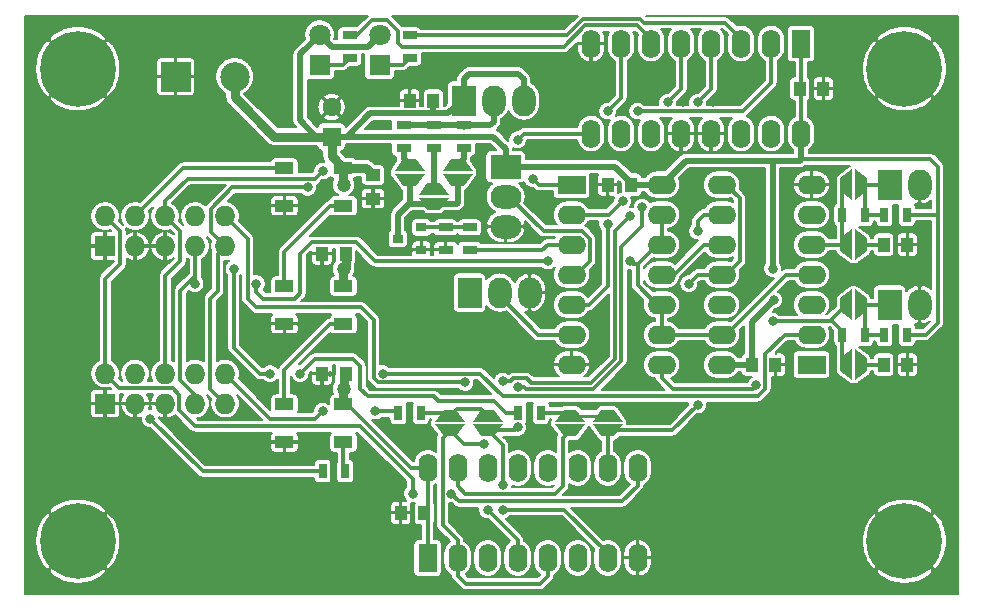
<source format=gbl>
%TF.GenerationSoftware,KiCad,Pcbnew,(2017-10-29 revision a6f84051e)-master*%
%TF.CreationDate,2018-04-26T10:12:28+02:00*%
%TF.ProjectId,ledbox,6C6564626F782E6B696361645F706362,rev?*%
%TF.SameCoordinates,Original*%
%TF.FileFunction,Copper,L2,Bot,Signal*%
%TF.FilePolarity,Positive*%
%FSLAX46Y46*%
G04 Gerber Fmt 4.6, Leading zero omitted, Abs format (unit mm)*
G04 Created by KiCad (PCBNEW (2017-10-29 revision a6f84051e)-master) date Thursday, 26 April 2018 'AMt' 10:12:28*
%MOMM*%
%LPD*%
G01*
G04 APERTURE LIST*
%TA.AperFunction,ComponentPad*%
%ADD10C,6.400000*%
%TD*%
%TA.AperFunction,ComponentPad*%
%ADD11C,0.800000*%
%TD*%
%TA.AperFunction,ComponentPad*%
%ADD12R,1.600000X1.600000*%
%TD*%
%TA.AperFunction,ComponentPad*%
%ADD13C,1.600000*%
%TD*%
%TA.AperFunction,SMDPad,CuDef*%
%ADD14R,1.000000X1.250000*%
%TD*%
%TA.AperFunction,SMDPad,CuDef*%
%ADD15R,1.250000X1.000000*%
%TD*%
%TA.AperFunction,ComponentPad*%
%ADD16R,1.800000X1.800000*%
%TD*%
%TA.AperFunction,ComponentPad*%
%ADD17C,1.800000*%
%TD*%
%TA.AperFunction,ComponentPad*%
%ADD18O,2.600000X2.000000*%
%TD*%
%TA.AperFunction,ComponentPad*%
%ADD19R,2.600000X2.000000*%
%TD*%
%TA.AperFunction,ComponentPad*%
%ADD20R,2.500000X2.500000*%
%TD*%
%TA.AperFunction,ComponentPad*%
%ADD21C,2.500000*%
%TD*%
%TA.AperFunction,ComponentPad*%
%ADD22R,2.000000X2.600000*%
%TD*%
%TA.AperFunction,ComponentPad*%
%ADD23O,2.000000X2.600000*%
%TD*%
%TA.AperFunction,Conductor*%
%ADD24C,1.000000*%
%TD*%
%TA.AperFunction,Conductor*%
%ADD25C,0.100000*%
%TD*%
%TA.AperFunction,SMDPad,CuDef*%
%ADD26R,0.900000X0.800000*%
%TD*%
%TA.AperFunction,SMDPad,CuDef*%
%ADD27R,0.700000X1.300000*%
%TD*%
%TA.AperFunction,SMDPad,CuDef*%
%ADD28R,1.300000X0.700000*%
%TD*%
%TA.AperFunction,ComponentPad*%
%ADD29R,1.600000X2.400000*%
%TD*%
%TA.AperFunction,ComponentPad*%
%ADD30O,1.600000X2.400000*%
%TD*%
%TA.AperFunction,ComponentPad*%
%ADD31R,2.400000X1.600000*%
%TD*%
%TA.AperFunction,ComponentPad*%
%ADD32O,2.400000X1.600000*%
%TD*%
%TA.AperFunction,SMDPad,CuDef*%
%ADD33R,1.600000X1.000000*%
%TD*%
%TA.AperFunction,ComponentPad*%
%ADD34O,1.727200X1.727200*%
%TD*%
%TA.AperFunction,ComponentPad*%
%ADD35R,1.727200X1.727200*%
%TD*%
%TA.AperFunction,ViaPad*%
%ADD36C,0.500000*%
%TD*%
%TA.AperFunction,ViaPad*%
%ADD37C,0.800000*%
%TD*%
%TA.AperFunction,ViaPad*%
%ADD38C,1.200000*%
%TD*%
%TA.AperFunction,Conductor*%
%ADD39C,0.500000*%
%TD*%
%TA.AperFunction,Conductor*%
%ADD40C,0.300000*%
%TD*%
%TA.AperFunction,Conductor*%
%ADD41C,0.750000*%
%TD*%
%TA.AperFunction,Conductor*%
%ADD42C,0.250000*%
%TD*%
%TA.AperFunction,Conductor*%
%ADD43C,0.200000*%
%TD*%
G04 APERTURE END LIST*
D10*
%TO.P,REF\002A\002A,1*%
%TO.N,GND*%
X105000000Y-105000000D03*
D11*
%TO.N,N/C*%
X107400000Y-105000000D03*
X106697056Y-106697056D03*
X105000000Y-107400000D03*
X103302944Y-106697056D03*
X102600000Y-105000000D03*
X103302944Y-103302944D03*
X105000000Y-102600000D03*
X106697056Y-103302944D03*
%TD*%
%TO.P,REF\002A\002A,1*%
%TO.N,N/C*%
X106697056Y-143302944D03*
X105000000Y-142600000D03*
X103302944Y-143302944D03*
X102600000Y-145000000D03*
X103302944Y-146697056D03*
X105000000Y-147400000D03*
X106697056Y-146697056D03*
X107400000Y-145000000D03*
D10*
%TO.N,GND*%
X105000000Y-145000000D03*
%TD*%
%TO.P,REF\002A\002A,1*%
%TO.N,GND*%
X175000000Y-145000000D03*
D11*
%TO.N,N/C*%
X177400000Y-145000000D03*
X176697056Y-146697056D03*
X175000000Y-147400000D03*
X173302944Y-146697056D03*
X172600000Y-145000000D03*
X173302944Y-143302944D03*
X175000000Y-142600000D03*
X176697056Y-143302944D03*
%TD*%
%TO.P,REF\002A\002A,1*%
%TO.N,N/C*%
X176697056Y-103302944D03*
X175000000Y-102600000D03*
X173302944Y-103302944D03*
X172600000Y-105000000D03*
X173302944Y-106697056D03*
X175000000Y-107400000D03*
X176697056Y-106697056D03*
X177400000Y-105000000D03*
D10*
%TO.N,GND*%
X175000000Y-105000000D03*
%TD*%
D12*
%TO.P,C101,1*%
%TO.N,+5V*%
X126492000Y-110744000D03*
D13*
%TO.P,C101,2*%
%TO.N,GND*%
X126492000Y-108244000D03*
%TD*%
D14*
%TO.P,C201,1*%
%TO.N,+5V*%
X166132000Y-106680000D03*
%TO.P,C201,2*%
%TO.N,GND*%
X168132000Y-106680000D03*
%TD*%
%TO.P,C202,2*%
%TO.N,GND*%
X149876000Y-114808000D03*
%TO.P,C202,1*%
%TO.N,+5V*%
X151876000Y-114808000D03*
%TD*%
%TO.P,C203,1*%
%TO.N,+5V*%
X162068000Y-130048000D03*
%TO.P,C203,2*%
%TO.N,GND*%
X164068000Y-130048000D03*
%TD*%
%TO.P,C204,1*%
%TO.N,+5V*%
X134350000Y-142607000D03*
%TO.P,C204,2*%
%TO.N,GND*%
X132350000Y-142607000D03*
%TD*%
%TO.P,C301,2*%
%TO.N,GND*%
X175244000Y-119888000D03*
%TO.P,C301,1*%
%TO.N,Net-(C301-Pad1)*%
X173244000Y-119888000D03*
%TD*%
%TO.P,C401,2*%
%TO.N,GND*%
X175244000Y-130048000D03*
%TO.P,C401,1*%
%TO.N,Net-(C401-Pad1)*%
X173244000Y-130048000D03*
%TD*%
D15*
%TO.P,C501,2*%
%TO.N,GND*%
X130000000Y-116000000D03*
%TO.P,C501,1*%
%TO.N,+5V*%
X130000000Y-114000000D03*
%TD*%
D14*
%TO.P,C502,1*%
%TO.N,+5V*%
X127685000Y-130810000D03*
%TO.P,C502,2*%
%TO.N,GND*%
X125685000Y-130810000D03*
%TD*%
%TO.P,C503,1*%
%TO.N,+5V*%
X127685000Y-120650000D03*
%TO.P,C503,2*%
%TO.N,GND*%
X125685000Y-120650000D03*
%TD*%
%TO.P,C504,2*%
%TO.N,GND*%
X133112000Y-107696000D03*
%TO.P,C504,1*%
%TO.N,+5V*%
X135112000Y-107696000D03*
%TD*%
D16*
%TO.P,D201,1*%
%TO.N,Net-(D201-Pad1)*%
X130556000Y-104648000D03*
D17*
%TO.P,D201,2*%
%TO.N,+5V*%
X130556000Y-102108000D03*
%TD*%
%TO.P,D202,2*%
%TO.N,+5V*%
X125476000Y-102108000D03*
D16*
%TO.P,D202,1*%
%TO.N,Net-(D202-Pad1)*%
X125476000Y-104648000D03*
%TD*%
D18*
%TO.P,J101,3*%
%TO.N,GND*%
X141224000Y-118364000D03*
%TO.P,J101,2*%
%TO.N,/Logic/ADD_IN*%
X141224000Y-115824000D03*
D19*
%TO.P,J101,1*%
%TO.N,+5V*%
X141224000Y-113284000D03*
%TD*%
D20*
%TO.P,J102,1*%
%TO.N,GND*%
X113284000Y-105664000D03*
D21*
%TO.P,J102,2*%
%TO.N,+5V*%
X118284000Y-105664000D03*
%TD*%
D22*
%TO.P,J104,1*%
%TO.N,+5V*%
X138176000Y-123952000D03*
D23*
%TO.P,J104,2*%
%TO.N,/Logic/ADD_OUT*%
X140716000Y-123952000D03*
%TO.P,J104,3*%
%TO.N,GND*%
X143256000Y-123952000D03*
%TD*%
D22*
%TO.P,J301,1*%
%TO.N,Net-(J301-Pad1)*%
X173736000Y-114808000D03*
D23*
%TO.P,J301,2*%
%TO.N,GND*%
X176276000Y-114808000D03*
%TD*%
%TO.P,J401,2*%
%TO.N,GND*%
X176276000Y-124968000D03*
D22*
%TO.P,J401,1*%
%TO.N,Net-(J401-Pad1)*%
X173736000Y-124968000D03*
%TD*%
%TO.P,J501,1*%
%TO.N,+5V*%
X137668000Y-107696000D03*
D23*
%TO.P,J501,2*%
%TO.N,/Interface/IR_LED_DRV*%
X140208000Y-107696000D03*
%TO.P,J501,3*%
%TO.N,+5V*%
X142748000Y-107696000D03*
%TD*%
D24*
%TO.N,/Logic/LED_DATA_OUT*%
%TO.C,JP201*%
X136525000Y-134377400D03*
D25*
G36*
X137800000Y-134877400D02*
X135250000Y-134877400D01*
X136000000Y-133877400D01*
X137050000Y-133877400D01*
X137800000Y-134877400D01*
X137800000Y-134877400D01*
G37*
D24*
%TO.N,/Logic/LED_OUT*%
X136525000Y-135596600D03*
D25*
G36*
X135250000Y-135096600D02*
X137800000Y-135096600D01*
X137050000Y-136096600D01*
X136000000Y-136096600D01*
X135250000Y-135096600D01*
X135250000Y-135096600D01*
G37*
%TD*%
D24*
%TO.N,/Logic/LED_OUT_ADD*%
%TO.C,JP202*%
X139700000Y-135596600D03*
D25*
G36*
X138425000Y-135096600D02*
X140975000Y-135096600D01*
X140225000Y-136096600D01*
X139175000Y-136096600D01*
X138425000Y-135096600D01*
X138425000Y-135096600D01*
G37*
D24*
%TO.N,/Logic/LED_DATA_OUT*%
X139700000Y-134377400D03*
D25*
G36*
X140975000Y-134877400D02*
X138425000Y-134877400D01*
X139175000Y-133877400D01*
X140225000Y-133877400D01*
X140975000Y-134877400D01*
X140975000Y-134877400D01*
G37*
%TD*%
D24*
%TO.N,/Logic/BTN_DATA_OUT*%
%TO.C,JP203*%
X149860000Y-134377400D03*
D25*
G36*
X151135000Y-134877400D02*
X148585000Y-134877400D01*
X149335000Y-133877400D01*
X150385000Y-133877400D01*
X151135000Y-134877400D01*
X151135000Y-134877400D01*
G37*
D24*
%TO.N,/Logic/BTN_OUT*%
X149860000Y-135596600D03*
D25*
G36*
X148585000Y-135096600D02*
X151135000Y-135096600D01*
X150385000Y-136096600D01*
X149335000Y-136096600D01*
X148585000Y-135096600D01*
X148585000Y-135096600D01*
G37*
%TD*%
D24*
%TO.N,Net-(JP204-Pad1)*%
%TO.C,JP204*%
X146685000Y-135596600D03*
D25*
G36*
X145410000Y-135096600D02*
X147960000Y-135096600D01*
X147210000Y-136096600D01*
X146160000Y-136096600D01*
X145410000Y-135096600D01*
X145410000Y-135096600D01*
G37*
D24*
%TO.N,/Logic/BTN_DATA_OUT*%
X146685000Y-134377400D03*
D25*
G36*
X147960000Y-134877400D02*
X145410000Y-134877400D01*
X146160000Y-133877400D01*
X147210000Y-133877400D01*
X147960000Y-134877400D01*
X147960000Y-134877400D01*
G37*
%TD*%
D24*
%TO.N,Net-(J301-Pad1)*%
%TO.C,JP301*%
X171297600Y-114808000D03*
D25*
G36*
X170797600Y-116083000D02*
X170797600Y-113533000D01*
X171797600Y-114283000D01*
X171797600Y-115333000D01*
X170797600Y-116083000D01*
X170797600Y-116083000D01*
G37*
D24*
%TO.N,Net-(JP301-Pad2)*%
X170078400Y-114808000D03*
D25*
G36*
X170578400Y-113533000D02*
X170578400Y-116083000D01*
X169578400Y-115333000D01*
X169578400Y-114283000D01*
X170578400Y-113533000D01*
X170578400Y-113533000D01*
G37*
%TD*%
D24*
%TO.N,Net-(C301-Pad1)*%
%TO.C,JP302*%
X171297600Y-119888000D03*
D25*
G36*
X170797600Y-121163000D02*
X170797600Y-118613000D01*
X171797600Y-119363000D01*
X171797600Y-120413000D01*
X170797600Y-121163000D01*
X170797600Y-121163000D01*
G37*
D24*
%TO.N,Net-(JP301-Pad2)*%
X170078400Y-119888000D03*
D25*
G36*
X170578400Y-118613000D02*
X170578400Y-121163000D01*
X169578400Y-120413000D01*
X169578400Y-119363000D01*
X170578400Y-118613000D01*
X170578400Y-118613000D01*
G37*
%TD*%
D24*
%TO.N,Net-(J401-Pad1)*%
%TO.C,JP401*%
X171297600Y-124968000D03*
D25*
G36*
X170797600Y-126243000D02*
X170797600Y-123693000D01*
X171797600Y-124443000D01*
X171797600Y-125493000D01*
X170797600Y-126243000D01*
X170797600Y-126243000D01*
G37*
D24*
%TO.N,Net-(JP401-Pad2)*%
X170078400Y-124968000D03*
D25*
G36*
X170578400Y-123693000D02*
X170578400Y-126243000D01*
X169578400Y-125493000D01*
X169578400Y-124443000D01*
X170578400Y-123693000D01*
X170578400Y-123693000D01*
G37*
%TD*%
D24*
%TO.N,Net-(C401-Pad1)*%
%TO.C,JP402*%
X171297600Y-130048000D03*
D25*
G36*
X170797600Y-131323000D02*
X170797600Y-128773000D01*
X171797600Y-129523000D01*
X171797600Y-130573000D01*
X170797600Y-131323000D01*
X170797600Y-131323000D01*
G37*
D24*
%TO.N,Net-(JP401-Pad2)*%
X170078400Y-130048000D03*
D25*
G36*
X170578400Y-128773000D02*
X170578400Y-131323000D01*
X169578400Y-130573000D01*
X169578400Y-129523000D01*
X170578400Y-128773000D01*
X170578400Y-128773000D01*
G37*
%TD*%
D24*
%TO.N,Net-(JP501-Pad1)*%
%TO.C,JP501*%
X137160000Y-113182400D03*
D25*
G36*
X138435000Y-113682400D02*
X135885000Y-113682400D01*
X136635000Y-112682400D01*
X137685000Y-112682400D01*
X138435000Y-113682400D01*
X138435000Y-113682400D01*
G37*
D24*
%TO.N,Net-(JP501-Pad2)*%
X137160000Y-114401600D03*
D25*
G36*
X135885000Y-113901600D02*
X138435000Y-113901600D01*
X137685000Y-114901600D01*
X136635000Y-114901600D01*
X135885000Y-113901600D01*
X135885000Y-113901600D01*
G37*
%TD*%
D24*
%TO.N,Net-(JP502-Pad1)*%
%TO.C,JP502*%
X135128000Y-115214400D03*
D25*
G36*
X136403000Y-115714400D02*
X133853000Y-115714400D01*
X134603000Y-114714400D01*
X135653000Y-114714400D01*
X136403000Y-115714400D01*
X136403000Y-115714400D01*
G37*
D24*
%TO.N,Net-(JP501-Pad2)*%
X135128000Y-116433600D03*
D25*
G36*
X133853000Y-115933600D02*
X136403000Y-115933600D01*
X135653000Y-116933600D01*
X134603000Y-116933600D01*
X133853000Y-115933600D01*
X133853000Y-115933600D01*
G37*
%TD*%
D24*
%TO.N,Net-(JP501-Pad2)*%
%TO.C,JP503*%
X133096000Y-114401600D03*
D25*
G36*
X131821000Y-113901600D02*
X134371000Y-113901600D01*
X133621000Y-114901600D01*
X132571000Y-114901600D01*
X131821000Y-113901600D01*
X131821000Y-113901600D01*
G37*
D24*
%TO.N,Net-(JP503-Pad1)*%
X133096000Y-113182400D03*
D25*
G36*
X134371000Y-113682400D02*
X131821000Y-113682400D01*
X132571000Y-112682400D01*
X133621000Y-112682400D01*
X134371000Y-113682400D01*
X134371000Y-113682400D01*
G37*
%TD*%
D26*
%TO.P,Q501,1*%
%TO.N,Net-(Q501-Pad1)*%
X134096000Y-118430000D03*
%TO.P,Q501,2*%
%TO.N,GND*%
X134096000Y-120330000D03*
%TO.P,Q501,3*%
%TO.N,Net-(JP501-Pad2)*%
X132096000Y-119380000D03*
%TD*%
D27*
%TO.P,R101,1*%
%TO.N,/Logic/BTN_DATA_OUT*%
X144206000Y-134112000D03*
%TO.P,R101,2*%
%TO.N,/BTN_DATA_OUT*%
X142306000Y-134112000D03*
%TD*%
%TO.P,R102,1*%
%TO.N,/Logic/LED_DATA_OUT*%
X134046000Y-134112000D03*
%TO.P,R102,2*%
%TO.N,/LED_DATA_OUT*%
X132146000Y-134112000D03*
%TD*%
%TO.P,R103,2*%
%TO.N,/RGB_OUT*%
X125735000Y-139065000D03*
%TO.P,R103,1*%
%TO.N,/Interface/RGB_OUT*%
X127635000Y-139065000D03*
%TD*%
D28*
%TO.P,R201,2*%
%TO.N,Net-(D201-Pad1)*%
X133096000Y-104074000D03*
%TO.P,R201,1*%
%TO.N,/Logic/LED_INDICATOR*%
X133096000Y-102174000D03*
%TD*%
%TO.P,R202,1*%
%TO.N,/Logic/LED_INDICATOR_ADD*%
X128016000Y-102174000D03*
%TO.P,R202,2*%
%TO.N,Net-(D202-Pad1)*%
X128016000Y-104074000D03*
%TD*%
D27*
%TO.P,R301,2*%
%TO.N,Net-(J301-Pad1)*%
X173294000Y-117348000D03*
%TO.P,R301,1*%
%TO.N,+5V*%
X175194000Y-117348000D03*
%TD*%
%TO.P,R302,1*%
%TO.N,Net-(JP301-Pad2)*%
X169738000Y-117348000D03*
%TO.P,R302,2*%
%TO.N,Net-(J301-Pad1)*%
X171638000Y-117348000D03*
%TD*%
%TO.P,R401,2*%
%TO.N,Net-(J401-Pad1)*%
X173294000Y-127508000D03*
%TO.P,R401,1*%
%TO.N,+5V*%
X175194000Y-127508000D03*
%TD*%
%TO.P,R402,1*%
%TO.N,Net-(JP401-Pad2)*%
X169738000Y-127508000D03*
%TO.P,R402,2*%
%TO.N,Net-(J401-Pad1)*%
X171638000Y-127508000D03*
%TD*%
D28*
%TO.P,R501,1*%
%TO.N,Net-(Q501-Pad1)*%
X138176000Y-118430000D03*
%TO.P,R501,2*%
%TO.N,/Logic/IR_LED*%
X138176000Y-120330000D03*
%TD*%
%TO.P,R502,2*%
%TO.N,Net-(Q501-Pad1)*%
X136144000Y-118430000D03*
%TO.P,R502,1*%
%TO.N,GND*%
X136144000Y-120330000D03*
%TD*%
%TO.P,R503,2*%
%TO.N,/Interface/IR_LED_DRV*%
X137668000Y-109794000D03*
%TO.P,R503,1*%
%TO.N,Net-(JP501-Pad1)*%
X137668000Y-111694000D03*
%TD*%
%TO.P,R504,1*%
%TO.N,Net-(JP502-Pad1)*%
X135128000Y-111694000D03*
%TO.P,R504,2*%
%TO.N,/Interface/IR_LED_DRV*%
X135128000Y-109794000D03*
%TD*%
%TO.P,R505,2*%
%TO.N,/Interface/IR_LED_DRV*%
X132588000Y-109794000D03*
%TO.P,R505,1*%
%TO.N,Net-(JP503-Pad1)*%
X132588000Y-111694000D03*
%TD*%
D29*
%TO.P,U201,1*%
%TO.N,+5V*%
X166243000Y-102870000D03*
D30*
%TO.P,U201,9*%
%TO.N,/LED_LOAD*%
X148463000Y-110490000D03*
%TO.P,U201,2*%
%TO.N,Net-(TP203-Pad1)*%
X163703000Y-102870000D03*
%TO.P,U201,10*%
%TO.N,Net-(U201-Pad10)*%
X151003000Y-110490000D03*
%TO.P,U201,3*%
%TO.N,/Logic/LED_INDICATOR*%
X161163000Y-102870000D03*
%TO.P,U201,11*%
%TO.N,Net-(U201-Pad11)*%
X153543000Y-110490000D03*
%TO.P,U201,4*%
%TO.N,/Logic/LED_OUT*%
X158623000Y-102870000D03*
%TO.P,U201,12*%
%TO.N,GND*%
X156083000Y-110490000D03*
%TO.P,U201,5*%
%TO.N,/Logic/LED_OUT_ADD*%
X156083000Y-102870000D03*
%TO.P,U201,13*%
%TO.N,GND*%
X158623000Y-110490000D03*
%TO.P,U201,6*%
%TO.N,/Logic/LED_INDICATOR_ADD*%
X153543000Y-102870000D03*
%TO.P,U201,14*%
%TO.N,Net-(U201-Pad14)*%
X161163000Y-110490000D03*
%TO.P,U201,7*%
%TO.N,Net-(TP205-Pad1)*%
X151003000Y-102870000D03*
%TO.P,U201,15*%
%TO.N,Net-(U201-Pad15)*%
X163703000Y-110490000D03*
%TO.P,U201,8*%
%TO.N,GND*%
X148463000Y-102870000D03*
%TO.P,U201,16*%
%TO.N,+5V*%
X166243000Y-110490000D03*
%TD*%
%TO.P,U202,16*%
%TO.N,+5V*%
X134620000Y-138797000D03*
%TO.P,U202,8*%
%TO.N,GND*%
X152400000Y-146417000D03*
%TO.P,U202,15*%
%TO.N,Net-(JP204-Pad1)*%
X137160000Y-138797000D03*
%TO.P,U202,7*%
%TO.N,/Logic/LED_OUT_ADD*%
X149860000Y-146417000D03*
%TO.P,U202,14*%
%TO.N,Net-(U202-Pad14)*%
X139700000Y-138797000D03*
%TO.P,U202,6*%
%TO.N,Net-(U202-Pad6)*%
X147320000Y-146417000D03*
%TO.P,U202,13*%
%TO.N,/Logic/button_mux_add/BTN_OUT*%
X142240000Y-138797000D03*
%TO.P,U202,5*%
%TO.N,/Logic/LED_OUT*%
X144780000Y-146417000D03*
%TO.P,U202,12*%
%TO.N,/Logic/button_mux/BTN_OUT*%
X144780000Y-138797000D03*
%TO.P,U202,4*%
%TO.N,/LED_DATA_IN*%
X142240000Y-146417000D03*
%TO.P,U202,11*%
%TO.N,Net-(U202-Pad11)*%
X147320000Y-138797000D03*
%TO.P,U202,3*%
%TO.N,Net-(U202-Pad3)*%
X139700000Y-146417000D03*
%TO.P,U202,10*%
%TO.N,/Logic/BTN_OUT*%
X149860000Y-138797000D03*
%TO.P,U202,2*%
%TO.N,/Logic/LED_OUT*%
X137160000Y-146417000D03*
%TO.P,U202,9*%
%TO.N,/CLK*%
X152400000Y-138797000D03*
D29*
%TO.P,U202,1*%
%TO.N,+5V*%
X134620000Y-146417000D03*
%TD*%
D31*
%TO.P,U203,1*%
%TO.N,/IR_CLK*%
X146812000Y-114808000D03*
D32*
%TO.P,U203,8*%
%TO.N,Net-(TP303-Pad1)*%
X154432000Y-130048000D03*
%TO.P,U203,2*%
%TO.N,Net-(TP203-Pad1)*%
X146812000Y-117348000D03*
%TO.P,U203,9*%
%TO.N,/BTN_LOAD*%
X154432000Y-127508000D03*
%TO.P,U203,3*%
%TO.N,/Logic/IR_LED*%
X146812000Y-119888000D03*
%TO.P,U203,10*%
%TO.N,/BTN_LOAD*%
X154432000Y-124968000D03*
%TO.P,U203,4*%
%TO.N,/Logic/ADD_IN*%
X146812000Y-122428000D03*
%TO.P,U203,11*%
%TO.N,Net-(TP403-Pad1)*%
X154432000Y-122428000D03*
%TO.P,U203,5*%
%TO.N,Net-(TP205-Pad1)*%
X146812000Y-124968000D03*
%TO.P,U203,12*%
%TO.N,/BTN_LOAD*%
X154432000Y-119888000D03*
%TO.P,U203,6*%
%TO.N,/Logic/ADD_OUT*%
X146812000Y-127508000D03*
%TO.P,U203,13*%
%TO.N,/BTN_LOAD*%
X154432000Y-117348000D03*
%TO.P,U203,7*%
%TO.N,GND*%
X146812000Y-130048000D03*
%TO.P,U203,14*%
%TO.N,+5V*%
X154432000Y-114808000D03*
%TD*%
%TO.P,U204,14*%
%TO.N,+5V*%
X159512000Y-130048000D03*
%TO.P,U204,7*%
%TO.N,GND*%
X167132000Y-114808000D03*
%TO.P,U204,13*%
%TO.N,/BTN_LOAD*%
X159512000Y-127508000D03*
%TO.P,U204,6*%
%TO.N,/Logic/button_mux/BTN_OUT*%
X167132000Y-117348000D03*
%TO.P,U204,12*%
%TO.N,Net-(JP401-Pad2)*%
X159512000Y-124968000D03*
%TO.P,U204,5*%
%TO.N,Net-(JP301-Pad2)*%
X167132000Y-119888000D03*
%TO.P,U204,11*%
%TO.N,/Logic/button_mux_add/BTN_OUT*%
X159512000Y-122428000D03*
%TO.P,U204,4*%
%TO.N,/BTN_LOAD*%
X167132000Y-122428000D03*
%TO.P,U204,10*%
%TO.N,Net-(TP403-Pad1)*%
X159512000Y-119888000D03*
%TO.P,U204,3*%
%TO.N,/Logic/button_mux/BTN_OUT*%
X167132000Y-124968000D03*
%TO.P,U204,9*%
%TO.N,/Logic/BTN_OUT*%
X159512000Y-117348000D03*
%TO.P,U204,2*%
%TO.N,/BTN_DATA_IN*%
X167132000Y-127508000D03*
%TO.P,U204,8*%
%TO.N,/Logic/button_mux_add/BTN_OUT*%
X159512000Y-114808000D03*
D31*
%TO.P,U204,1*%
%TO.N,Net-(TP303-Pad1)*%
X167132000Y-130048000D03*
%TD*%
D33*
%TO.P,U501,3*%
%TO.N,GND*%
X122500000Y-116600000D03*
%TO.P,U501,4*%
%TO.N,/RGB_IN*%
X122500000Y-113400000D03*
%TO.P,U501,2*%
%TO.N,Net-(TP502-Pad1)*%
X127500000Y-116600000D03*
%TO.P,U501,1*%
%TO.N,+5V*%
X127500000Y-113400000D03*
%TD*%
%TO.P,U502,1*%
%TO.N,+5V*%
X127500000Y-123400000D03*
%TO.P,U502,2*%
%TO.N,Net-(TP505-Pad1)*%
X127500000Y-126600000D03*
%TO.P,U502,4*%
%TO.N,Net-(TP502-Pad1)*%
X122500000Y-123400000D03*
%TO.P,U502,3*%
%TO.N,GND*%
X122500000Y-126600000D03*
%TD*%
%TO.P,U503,3*%
%TO.N,GND*%
X122500000Y-136600000D03*
%TO.P,U503,4*%
%TO.N,Net-(TP505-Pad1)*%
X122500000Y-133400000D03*
%TO.P,U503,2*%
%TO.N,/Interface/RGB_OUT*%
X127500000Y-136600000D03*
%TO.P,U503,1*%
%TO.N,+5V*%
X127500000Y-133400000D03*
%TD*%
D34*
%TO.P,J103,10*%
%TO.N,/LED_DATA_IN*%
X117475000Y-117475000D03*
%TO.P,J103,9*%
%TO.N,/LED_LOAD*%
X117475000Y-120015000D03*
%TO.P,J103,8*%
%TO.N,/BTN_DATA_OUT*%
X114935000Y-117475000D03*
%TO.P,J103,7*%
%TO.N,/BTN_LOAD*%
X114935000Y-120015000D03*
%TO.P,J103,6*%
%TO.N,/IR_CLK*%
X112395000Y-117475000D03*
%TO.P,J103,5*%
%TO.N,GND*%
X112395000Y-120015000D03*
%TO.P,J103,4*%
%TO.N,/RGB_IN*%
X109855000Y-117475000D03*
%TO.P,J103,3*%
%TO.N,GND*%
X109855000Y-120015000D03*
%TO.P,J103,2*%
%TO.N,/CLK*%
X107315000Y-117475000D03*
D35*
%TO.P,J103,1*%
%TO.N,GND*%
X107315000Y-120015000D03*
%TD*%
%TO.P,J105,1*%
%TO.N,GND*%
X107315000Y-133350000D03*
D34*
%TO.P,J105,2*%
%TO.N,/CLK*%
X107315000Y-130810000D03*
%TO.P,J105,3*%
%TO.N,GND*%
X109855000Y-133350000D03*
%TO.P,J105,4*%
%TO.N,/RGB_OUT*%
X109855000Y-130810000D03*
%TO.P,J105,5*%
%TO.N,GND*%
X112395000Y-133350000D03*
%TO.P,J105,6*%
%TO.N,/IR_CLK*%
X112395000Y-130810000D03*
%TO.P,J105,7*%
%TO.N,/BTN_LOAD*%
X114935000Y-133350000D03*
%TO.P,J105,8*%
%TO.N,/BTN_DATA_IN*%
X114935000Y-130810000D03*
%TO.P,J105,9*%
%TO.N,/LED_LOAD*%
X117475000Y-133350000D03*
%TO.P,J105,10*%
%TO.N,/LED_DATA_OUT*%
X117475000Y-130810000D03*
%TD*%
D36*
%TO.N,GND*%
X126238000Y-118872000D03*
X126238000Y-117856000D03*
X125222000Y-118872000D03*
X125984000Y-124460000D03*
X124714000Y-124460000D03*
X125222000Y-132842000D03*
X123952000Y-132842000D03*
X113792000Y-122428000D03*
X113284000Y-122936000D03*
X119380000Y-131064000D03*
X120904000Y-133096000D03*
X119380000Y-134112000D03*
X144145000Y-104775000D03*
X139700000Y-104140000D03*
X135255000Y-104775000D03*
X142748000Y-101092000D03*
X138684000Y-101092000D03*
X134620000Y-101092000D03*
X130175000Y-109855000D03*
X116205000Y-115570000D03*
X114300000Y-115570000D03*
X114808000Y-128524000D03*
X115316000Y-125984000D03*
X117348000Y-128524000D03*
X117348000Y-125984000D03*
X125730000Y-128270000D03*
X128905000Y-128270000D03*
X141605000Y-136525000D03*
X134620000Y-135890000D03*
X132715000Y-135890000D03*
X162560000Y-116205000D03*
X162560000Y-120015000D03*
X152400000Y-126365000D03*
X152400000Y-128905000D03*
X151130000Y-131445000D03*
X154305000Y-133985000D03*
X152400000Y-133985000D03*
X169545000Y-106680000D03*
X168275000Y-107950000D03*
X168275000Y-105410000D03*
X165100000Y-131445000D03*
X165100000Y-128905000D03*
X125984000Y-121920000D03*
X124714000Y-121920000D03*
X137160000Y-119380000D03*
X135890000Y-119380000D03*
X134620000Y-119380000D03*
X133350000Y-119380000D03*
X148590000Y-115570000D03*
X148590000Y-114300000D03*
X133350000Y-106045000D03*
X131445000Y-106680000D03*
X131445000Y-107950000D03*
X130810000Y-117475000D03*
X129540000Y-117475000D03*
X124460000Y-116840000D03*
X123190000Y-118110000D03*
X121920000Y-118110000D03*
X120650000Y-117475000D03*
X120650000Y-116205000D03*
X120650000Y-127000000D03*
X121920000Y-128270000D03*
X123190000Y-128270000D03*
X124460000Y-127000000D03*
X126365000Y-130810000D03*
X123952000Y-133858000D03*
X124460000Y-136525000D03*
X123190000Y-137795000D03*
X121920000Y-137795000D03*
X120650000Y-137160000D03*
X120396000Y-136144000D03*
X132080000Y-144145000D03*
X132080000Y-140970000D03*
X130810000Y-141605000D03*
X130810000Y-143510000D03*
X176530000Y-120015000D03*
X176530000Y-121285000D03*
X175260000Y-121285000D03*
X176530000Y-130175000D03*
X176530000Y-131445000D03*
X175260000Y-131445000D03*
X177800000Y-128270000D03*
X176530000Y-128270000D03*
X177800000Y-111760000D03*
X175895000Y-111760000D03*
X149225000Y-104775000D03*
X147320000Y-104775000D03*
X158750000Y-107950000D03*
X156210000Y-107950000D03*
D37*
%TO.N,+5V*%
X163830000Y-121920000D03*
X163925331Y-124555331D03*
D38*
X127508000Y-121920000D03*
X127508000Y-132080000D03*
X127508000Y-114808000D03*
D37*
%TO.N,/BTN_LOAD*%
X151765000Y-121285000D03*
X114935000Y-123190000D03*
X120130000Y-123190000D03*
X144780000Y-121285000D03*
%TO.N,/BTN_DATA_OUT*%
X123825000Y-130810000D03*
X121285000Y-130810000D03*
X118225000Y-121920000D03*
%TO.N,/LED_DATA_IN*%
X137795000Y-131560000D03*
X139700000Y-142355000D03*
%TO.N,/CLK*%
X133350000Y-140970000D03*
X136640000Y-140970000D03*
%TO.N,/IR_CLK*%
X125730000Y-113665000D03*
X143510000Y-114300000D03*
%TO.N,/LED_LOAD*%
X124460000Y-115050000D03*
X142240000Y-111010000D03*
%TO.N,/RGB_OUT*%
X111125000Y-134620000D03*
%TO.N,/LED_DATA_OUT*%
X130175000Y-133985000D03*
X125730000Y-133985000D03*
%TO.N,/BTN_DATA_IN*%
X130810000Y-130810000D03*
%TO.N,/Logic/LED_OUT*%
X157480000Y-107835000D03*
X151765000Y-117475000D03*
X140970000Y-131445000D03*
X139401469Y-136815068D03*
%TO.N,/Logic/LED_OUT_ADD*%
X154940000Y-107835000D03*
X152784592Y-116712410D03*
X142240000Y-131965000D03*
X142240000Y-135362002D03*
X140970000Y-142355000D03*
X140970000Y-140220000D03*
%TO.N,/Logic/BTN_OUT*%
X157480000Y-118745000D03*
X157480000Y-133465000D03*
%TO.N,Net-(JP401-Pad2)*%
X163830000Y-126365000D03*
%TO.N,Net-(TP203-Pad1)*%
X152400000Y-108585000D03*
X151130000Y-116205000D03*
%TO.N,Net-(TP205-Pad1)*%
X149860000Y-108585000D03*
X149860000Y-118110000D03*
%TO.N,Net-(TP303-Pad1)*%
X162404669Y-131809669D03*
%TO.N,/Logic/button_mux_add/BTN_OUT*%
X156730000Y-123190000D03*
%TD*%
D39*
%TO.N,+5V*%
X156464000Y-112776000D02*
X163830000Y-112776000D01*
X163830000Y-112776000D02*
X166116000Y-112776000D01*
X163830000Y-121920000D02*
X163830000Y-112776000D01*
X162068000Y-130048000D02*
X162068000Y-126412662D01*
X162068000Y-126412662D02*
X163925331Y-124555331D01*
X126492000Y-110744000D02*
X140184000Y-110744000D01*
X140184000Y-110744000D02*
X141224000Y-111784000D01*
X141224000Y-111784000D02*
X141224000Y-113284000D01*
D40*
X134620000Y-138797000D02*
X133197000Y-138797000D01*
X133197000Y-138797000D02*
X127800000Y-133400000D01*
X127800000Y-133400000D02*
X127500000Y-133400000D01*
X134620000Y-146417000D02*
X134620000Y-142877000D01*
X134620000Y-142877000D02*
X134350000Y-142607000D01*
X134620000Y-138797000D02*
X134620000Y-142337000D01*
X134620000Y-142337000D02*
X134350000Y-142607000D01*
X177800000Y-116332000D02*
X177800000Y-117348000D01*
X177800000Y-117348000D02*
X177800000Y-126492000D01*
X176784000Y-117348000D02*
X177800000Y-117348000D01*
X177800000Y-126492000D02*
X176784000Y-127508000D01*
X176784000Y-127508000D02*
X175194000Y-127508000D01*
X166243000Y-112649000D02*
X177165000Y-112649000D01*
X176784000Y-117348000D02*
X175194000Y-117348000D01*
X177165000Y-112649000D02*
X177800000Y-113284000D01*
X177800000Y-113284000D02*
X177800000Y-116332000D01*
D39*
X154432000Y-114808000D02*
X156464000Y-112776000D01*
X166116000Y-112776000D02*
X166243000Y-112649000D01*
X166243000Y-112649000D02*
X166243000Y-110490000D01*
X162068000Y-130048000D02*
X159512000Y-130048000D01*
X166243000Y-110890000D02*
X166243000Y-110490000D01*
X154832000Y-114808000D02*
X154432000Y-114808000D01*
X151876000Y-114808000D02*
X154432000Y-114808000D01*
X151876000Y-114808000D02*
X151876000Y-114683000D01*
X151876000Y-114683000D02*
X150477000Y-113284000D01*
X150477000Y-113284000D02*
X143024000Y-113284000D01*
X143024000Y-113284000D02*
X141224000Y-113284000D01*
D40*
X166243000Y-102870000D02*
X166243000Y-106569000D01*
X166243000Y-106569000D02*
X166132000Y-106680000D01*
X166243000Y-110490000D02*
X166243000Y-106791000D01*
X166243000Y-106791000D02*
X166132000Y-106680000D01*
D39*
X137668000Y-107696000D02*
X137668000Y-105896000D01*
X137668000Y-105896000D02*
X138154000Y-105410000D01*
X138154000Y-105410000D02*
X142262000Y-105410000D01*
X142262000Y-105410000D02*
X142748000Y-105896000D01*
X142748000Y-105896000D02*
X142748000Y-107696000D01*
X129764999Y-108771001D02*
X135255000Y-108771001D01*
X135255000Y-108771001D02*
X136338999Y-108771001D01*
X135112000Y-107696000D02*
X135112000Y-108628001D01*
X135112000Y-108628001D02*
X135255000Y-108771001D01*
X136338999Y-108771001D02*
X137414000Y-107696000D01*
X137414000Y-107696000D02*
X137668000Y-107696000D01*
X126492000Y-110744000D02*
X127792000Y-110744000D01*
X127792000Y-110744000D02*
X129764999Y-108771001D01*
X125476000Y-102108000D02*
X126492000Y-103124000D01*
X126492000Y-103124000D02*
X129540000Y-103124000D01*
X129540000Y-103124000D02*
X130556000Y-102108000D01*
X123825000Y-109377000D02*
X123825000Y-103759000D01*
X123825000Y-103759000D02*
X125476000Y-102108000D01*
X126492000Y-110744000D02*
X125192000Y-110744000D01*
X125192000Y-110744000D02*
X123825000Y-109377000D01*
D41*
X127685000Y-120650000D02*
X127685000Y-121743000D01*
X127685000Y-121743000D02*
X127508000Y-121920000D01*
X127500000Y-123400000D02*
X127500000Y-121928000D01*
X127500000Y-121928000D02*
X127508000Y-121920000D01*
X127500000Y-133400000D02*
X127500000Y-132088000D01*
X127500000Y-132088000D02*
X127508000Y-132080000D01*
X127508000Y-132080000D02*
X127508000Y-130987000D01*
X127508000Y-130987000D02*
X127685000Y-130810000D01*
X127500000Y-113400000D02*
X127500000Y-114800000D01*
X127500000Y-114800000D02*
X127508000Y-114808000D01*
X127500000Y-113400000D02*
X129400000Y-113400000D01*
X129400000Y-113400000D02*
X130000000Y-114000000D01*
X126492000Y-110744000D02*
X126492000Y-112392000D01*
X126492000Y-112392000D02*
X127500000Y-113400000D01*
X118284000Y-105664000D02*
X118284000Y-107431766D01*
X118284000Y-107431766D02*
X121596234Y-110744000D01*
X121596234Y-110744000D02*
X124942000Y-110744000D01*
X124942000Y-110744000D02*
X126492000Y-110744000D01*
D40*
%TO.N,Net-(C301-Pad1)*%
X173244000Y-119888000D02*
X171297600Y-119888000D01*
%TO.N,Net-(C401-Pad1)*%
X171297600Y-130048000D02*
X173244000Y-130048000D01*
%TO.N,Net-(D201-Pad1)*%
X130556000Y-104648000D02*
X132522000Y-104648000D01*
X132522000Y-104648000D02*
X133096000Y-104074000D01*
%TO.N,Net-(D202-Pad1)*%
X125476000Y-104648000D02*
X127442000Y-104648000D01*
X127442000Y-104648000D02*
X128016000Y-104074000D01*
%TO.N,/Logic/ADD_IN*%
X141224000Y-115824000D02*
X141524000Y-115824000D01*
X141524000Y-115824000D02*
X144437990Y-118737990D01*
X144437990Y-118737990D02*
X147688349Y-118737990D01*
X147688349Y-118737990D02*
X148362010Y-119411651D01*
X148362010Y-119411651D02*
X148362010Y-121277990D01*
X147212000Y-122428000D02*
X146812000Y-122428000D01*
X148362010Y-121277990D02*
X147212000Y-122428000D01*
%TO.N,/BTN_LOAD*%
X152400000Y-121520000D02*
X152000000Y-121520000D01*
X152000000Y-121520000D02*
X151765000Y-121285000D01*
X114935000Y-123190000D02*
X114935000Y-122555000D01*
X120722120Y-124460000D02*
X120130000Y-123867880D01*
X120130000Y-123867880D02*
X120130000Y-123190000D01*
X123370002Y-124460000D02*
X120722120Y-124460000D01*
X123825000Y-120650000D02*
X123825000Y-124005002D01*
X123825000Y-124005002D02*
X123370002Y-124460000D01*
X124800001Y-119674999D02*
X123825000Y-120650000D01*
X128905000Y-120015000D02*
X128564999Y-119674999D01*
X128564999Y-119674999D02*
X124800001Y-119674999D01*
X130175000Y-121285000D02*
X128905000Y-120015000D01*
X144780000Y-121285000D02*
X130175000Y-121285000D01*
X152400000Y-122555000D02*
X152400000Y-121520000D01*
X152400000Y-123336000D02*
X152400000Y-122555000D01*
X159512000Y-127508000D02*
X159912000Y-127508000D01*
X159912000Y-127508000D02*
X164992000Y-122428000D01*
X164992000Y-122428000D02*
X167132000Y-122428000D01*
X159512000Y-127508000D02*
X154432000Y-127508000D01*
X152400000Y-121520000D02*
X154032000Y-119888000D01*
X154032000Y-119888000D02*
X154432000Y-119888000D01*
X154032000Y-124968000D02*
X152400000Y-123336000D01*
X154432000Y-127508000D02*
X154432000Y-124968000D01*
X154432000Y-117348000D02*
X154432000Y-119888000D01*
X154432000Y-124968000D02*
X154032000Y-124968000D01*
X154832000Y-117348000D02*
X154432000Y-117348000D01*
X154832000Y-124968000D02*
X154432000Y-124968000D01*
X114935000Y-122555000D02*
X114935000Y-120015000D01*
X113665000Y-123825000D02*
X114935000Y-122555000D01*
X113665000Y-131336130D02*
X113665000Y-123825000D01*
X114935000Y-133350000D02*
X114935000Y-132606130D01*
X114935000Y-132606130D02*
X113665000Y-131336130D01*
%TO.N,/BTN_DATA_OUT*%
X118225000Y-121920000D02*
X118225000Y-128639000D01*
X118225000Y-128639000D02*
X120396000Y-130810000D01*
X120396000Y-130810000D02*
X121285000Y-130810000D01*
X135128000Y-132715000D02*
X129540000Y-132715000D01*
X141224000Y-134112000D02*
X140208000Y-133096000D01*
X140208000Y-133096000D02*
X135509000Y-133096000D01*
X135509000Y-133096000D02*
X135128000Y-132715000D01*
X142306000Y-134112000D02*
X141224000Y-134112000D01*
X128270000Y-129540000D02*
X125095000Y-129540000D01*
X129540000Y-132715000D02*
X128905000Y-132080000D01*
X128905000Y-132080000D02*
X128905000Y-130175000D01*
X128905000Y-130175000D02*
X128270000Y-129540000D01*
X125095000Y-129540000D02*
X123825000Y-130810000D01*
%TO.N,/LED_DATA_IN*%
X137795000Y-131560000D02*
X130449999Y-131560001D01*
X130449999Y-131560001D02*
X130059999Y-131170001D01*
X130059999Y-131170001D02*
X130059999Y-126249999D01*
X130059999Y-126249999D02*
X129024999Y-125214999D01*
X129024999Y-125214999D02*
X120134999Y-125214999D01*
X119380000Y-124460000D02*
X119380000Y-119380000D01*
X119380000Y-119380000D02*
X117475000Y-117475000D01*
X120134999Y-125214999D02*
X119380000Y-124460000D01*
X142240000Y-146417000D02*
X142240000Y-144895000D01*
X142240000Y-144895000D02*
X139700000Y-142355000D01*
%TO.N,/CLK*%
X108585000Y-121539000D02*
X108585000Y-118745000D01*
X108585000Y-118745000D02*
X107315000Y-117475000D01*
X107315000Y-130810000D02*
X107315000Y-122809000D01*
X107315000Y-122809000D02*
X108585000Y-121539000D01*
X133350000Y-140970000D02*
X133350000Y-139700000D01*
X133350000Y-139700000D02*
X128905000Y-135255000D01*
X113608601Y-133928601D02*
X113608601Y-132602202D01*
X128905000Y-135255000D02*
X114935000Y-135255000D01*
X114935000Y-135255000D02*
X113608601Y-133928601D01*
X113608601Y-132602202D02*
X113030000Y-132023601D01*
X113030000Y-132023601D02*
X108528601Y-132023601D01*
X108528601Y-132023601D02*
X108178599Y-131673599D01*
X108178599Y-131673599D02*
X107315000Y-130810000D01*
X143510000Y-141605000D02*
X137275000Y-141605000D01*
X137275000Y-141605000D02*
X136640000Y-140970000D01*
X151092000Y-141605000D02*
X143510000Y-141605000D01*
X152400000Y-138797000D02*
X152400000Y-140297000D01*
X152400000Y-140297000D02*
X151092000Y-141605000D01*
%TO.N,/IR_CLK*%
X114300000Y-114300000D02*
X112395000Y-116205000D01*
X112395000Y-116205000D02*
X112395000Y-117475000D01*
X125095000Y-114300000D02*
X114300000Y-114300000D01*
X125730000Y-113665000D02*
X125095000Y-114300000D01*
X146812000Y-114808000D02*
X144018000Y-114808000D01*
X144018000Y-114808000D02*
X143510000Y-114300000D01*
X113665000Y-121285000D02*
X113665000Y-118745000D01*
X113665000Y-118745000D02*
X112395000Y-117475000D01*
X112395000Y-122555000D02*
X113665000Y-121285000D01*
X112395000Y-130810000D02*
X112395000Y-122555000D01*
%TO.N,/RGB_IN*%
X109855000Y-117475000D02*
X113930000Y-113400000D01*
X113930000Y-113400000D02*
X122500000Y-113400000D01*
%TO.N,/LED_LOAD*%
X116840000Y-120650000D02*
X116840000Y-123825000D01*
X116840000Y-123825000D02*
X116205000Y-124460000D01*
X116205000Y-124460000D02*
X116205000Y-132080000D01*
X116205000Y-132080000D02*
X117475000Y-133350000D01*
D42*
X116840000Y-120650000D02*
X117475000Y-120015000D01*
D40*
X124460000Y-115050000D02*
X118103870Y-115050000D01*
X118103870Y-115050000D02*
X116261399Y-116892471D01*
X116261399Y-116892471D02*
X116261399Y-118801399D01*
X116261399Y-118801399D02*
X116611401Y-119151401D01*
X116611401Y-119151401D02*
X117475000Y-120015000D01*
X148463000Y-110490000D02*
X142760000Y-110490000D01*
X142760000Y-110490000D02*
X142240000Y-111010000D01*
%TO.N,/Logic/ADD_OUT*%
X146812000Y-127508000D02*
X143972000Y-127508000D01*
X143972000Y-127508000D02*
X140716000Y-124252000D01*
X140716000Y-124252000D02*
X140716000Y-123952000D01*
%TO.N,/RGB_OUT*%
X111125000Y-134620000D02*
X115570000Y-139065000D01*
X115570000Y-139065000D02*
X125735000Y-139065000D01*
%TO.N,/LED_DATA_OUT*%
X130175000Y-133985000D02*
X132019000Y-133985000D01*
X132019000Y-133985000D02*
X132146000Y-134112000D01*
X125095000Y-134620000D02*
X125730000Y-133985000D01*
X121285000Y-134620000D02*
X123190000Y-134620000D01*
X123190000Y-134620000D02*
X125095000Y-134620000D01*
X117475000Y-130810000D02*
X121285000Y-134620000D01*
%TO.N,/BTN_DATA_IN*%
X139065000Y-130810000D02*
X130810000Y-130810000D01*
X140970000Y-132715000D02*
X162560000Y-132715000D01*
X140970000Y-132715000D02*
X139065000Y-130810000D01*
X162560000Y-132715000D02*
X163195000Y-132080000D01*
X163195000Y-132080000D02*
X163195000Y-129165998D01*
X163195000Y-129165998D02*
X164852998Y-127508000D01*
X164852998Y-127508000D02*
X167132000Y-127508000D01*
%TO.N,Net-(J301-Pad1)*%
X173294000Y-117348000D02*
X171638000Y-117348000D01*
X171297600Y-114808000D02*
X173736000Y-114808000D01*
X171638000Y-117348000D02*
X171638000Y-115148400D01*
X171638000Y-115148400D02*
X171297600Y-114808000D01*
%TO.N,Net-(J401-Pad1)*%
X173736000Y-124968000D02*
X171297600Y-124968000D01*
X171638000Y-127508000D02*
X171638000Y-125308400D01*
X171638000Y-125308400D02*
X171297600Y-124968000D01*
X173294000Y-127508000D02*
X171638000Y-127508000D01*
D39*
%TO.N,/Interface/IR_LED_DRV*%
X135128000Y-109794000D02*
X137795000Y-109794000D01*
X137795000Y-109794000D02*
X139910000Y-109794000D01*
X137668000Y-109921000D02*
X137795000Y-109794000D01*
X139910000Y-109794000D02*
X140208000Y-109496000D01*
X140208000Y-109496000D02*
X140208000Y-107696000D01*
X132588000Y-109794000D02*
X135128000Y-109794000D01*
D40*
%TO.N,/Logic/LED_DATA_OUT*%
X136525000Y-134377400D02*
X137095710Y-133806690D01*
X137095710Y-133806690D02*
X139129290Y-133806690D01*
X139129290Y-133806690D02*
X139700000Y-134377400D01*
X134046000Y-134112000D02*
X136259600Y-134112000D01*
X136259600Y-134112000D02*
X136525000Y-134377400D01*
%TO.N,/Logic/LED_OUT*%
X151765000Y-117475000D02*
X150495000Y-118745000D01*
X150495000Y-118745000D02*
X150495000Y-129540000D01*
X141649998Y-131445000D02*
X140970000Y-131445000D01*
X150495000Y-129540000D02*
X148455010Y-131579990D01*
X148455010Y-131579990D02*
X143366991Y-131579990D01*
X143366991Y-131579990D02*
X143002000Y-131214999D01*
X143002000Y-131214999D02*
X141879999Y-131214999D01*
X141879999Y-131214999D02*
X141649998Y-131445000D01*
X157480000Y-107835000D02*
X158623000Y-106692000D01*
X158623000Y-106692000D02*
X158623000Y-102870000D01*
X136525000Y-135596600D02*
X137743468Y-136815068D01*
X137743468Y-136815068D02*
X139401469Y-136815068D01*
X137160000Y-146417000D02*
X137160000Y-147917000D01*
X137160000Y-147917000D02*
X137833000Y-148590000D01*
X137833000Y-148590000D02*
X144145000Y-148590000D01*
X144145000Y-148590000D02*
X144780000Y-147955000D01*
X144780000Y-147955000D02*
X144780000Y-146417000D01*
X135890000Y-143647000D02*
X135890000Y-136231600D01*
X135890000Y-136231600D02*
X136525000Y-135596600D01*
X137160000Y-146417000D02*
X137160000Y-144917000D01*
X137160000Y-144917000D02*
X135890000Y-143647000D01*
%TO.N,/Logic/LED_OUT_ADD*%
X142240000Y-131965000D02*
X142805685Y-131965000D01*
X142805685Y-131965000D02*
X142920685Y-132080000D01*
X142920685Y-132080000D02*
X148662120Y-132080000D01*
X148662120Y-132080000D02*
X151014999Y-129727121D01*
X151014999Y-129727121D02*
X151014999Y-120130001D01*
X151014999Y-120130001D02*
X152784592Y-118360408D01*
X152784592Y-118360408D02*
X152784592Y-116712410D01*
X154940000Y-107835000D02*
X156083000Y-106692000D01*
X156083000Y-106692000D02*
X156083000Y-102870000D01*
X139700000Y-135596600D02*
X142005402Y-135596600D01*
X142005402Y-135596600D02*
X142240000Y-135362002D01*
X140970000Y-142355000D02*
X146198000Y-142355000D01*
X146198000Y-142355000D02*
X149860000Y-146017000D01*
X149860000Y-146017000D02*
X149860000Y-146417000D01*
X139700000Y-135596600D02*
X140970000Y-136866600D01*
X140970000Y-136866600D02*
X140970000Y-140220000D01*
X139700000Y-135596600D02*
X139700000Y-135890000D01*
D42*
%TO.N,/Logic/BTN_DATA_OUT*%
X149860000Y-134377400D02*
X148860000Y-134377400D01*
X148860000Y-134377400D02*
X146685000Y-134377400D01*
D40*
X144206000Y-134112000D02*
X146419600Y-134112000D01*
X146419600Y-134112000D02*
X146685000Y-134377400D01*
%TO.N,/Logic/BTN_OUT*%
X157480000Y-118745000D02*
X157480000Y-117880000D01*
X157480000Y-117880000D02*
X158012000Y-117348000D01*
X158012000Y-117348000D02*
X159512000Y-117348000D01*
X149860000Y-135596600D02*
X155348400Y-135596600D01*
X155348400Y-135596600D02*
X157480000Y-133465000D01*
X149860000Y-135596600D02*
X149860000Y-138797000D01*
%TO.N,Net-(JP204-Pad1)*%
X137795000Y-140970000D02*
X137160000Y-140335000D01*
X137160000Y-140335000D02*
X137160000Y-138797000D01*
X145415000Y-140970000D02*
X137795000Y-140970000D01*
X146050000Y-140335000D02*
X145415000Y-140970000D01*
X146050000Y-136231600D02*
X146050000Y-140335000D01*
X146685000Y-135596600D02*
X146050000Y-136231600D01*
%TO.N,Net-(JP301-Pad2)*%
X169738000Y-117348000D02*
X169738000Y-115148400D01*
X169738000Y-115148400D02*
X170078400Y-114808000D01*
X169738000Y-117348000D02*
X169738000Y-119547600D01*
X169738000Y-119547600D02*
X170078400Y-119888000D01*
X167132000Y-119888000D02*
X170078400Y-119888000D01*
%TO.N,Net-(JP401-Pad2)*%
X169738000Y-127508000D02*
X169738000Y-129707600D01*
X169738000Y-129707600D02*
X170078400Y-130048000D01*
X168688410Y-126357990D02*
X168887990Y-126357990D01*
X168887990Y-126357990D02*
X169738000Y-127208000D01*
X169738000Y-127208000D02*
X169738000Y-127508000D01*
X163830000Y-126365000D02*
X166248641Y-126365000D01*
X166248641Y-126365000D02*
X166255651Y-126357990D01*
X166255651Y-126357990D02*
X168688410Y-126357990D01*
X168688410Y-126357990D02*
X169507690Y-125538710D01*
X169507690Y-125538710D02*
X170078400Y-124968000D01*
D39*
%TO.N,Net-(JP501-Pad1)*%
X137668000Y-111694000D02*
X137668000Y-112674400D01*
X137668000Y-112674400D02*
X137160000Y-113182400D01*
%TO.N,Net-(JP501-Pad2)*%
X132080000Y-118464000D02*
X132080000Y-117348000D01*
X132080000Y-117348000D02*
X133096000Y-116332000D01*
X132096000Y-119380000D02*
X132096000Y-118480000D01*
X132096000Y-118480000D02*
X132080000Y-118464000D01*
X133096000Y-116332000D02*
X133197600Y-116433600D01*
X133197600Y-116433600D02*
X135128000Y-116433600D01*
X133096000Y-114401600D02*
X133096000Y-116332000D01*
X137160000Y-114401600D02*
X137160000Y-116332000D01*
X137160000Y-116332000D02*
X137058400Y-116433600D01*
X137058400Y-116433600D02*
X135128000Y-116433600D01*
%TO.N,Net-(JP502-Pad1)*%
X135128000Y-111694000D02*
X135128000Y-115214400D01*
%TO.N,Net-(JP503-Pad1)*%
X132588000Y-111694000D02*
X132588000Y-112674400D01*
X132588000Y-112674400D02*
X133096000Y-113182400D01*
D40*
%TO.N,Net-(Q501-Pad1)*%
X136144000Y-118430000D02*
X138176000Y-118430000D01*
X134096000Y-118430000D02*
X136144000Y-118430000D01*
%TO.N,/Interface/RGB_OUT*%
X127500000Y-136600000D02*
X127500000Y-138930000D01*
X127500000Y-138930000D02*
X127635000Y-139065000D01*
%TO.N,/Logic/LED_INDICATOR*%
X133096000Y-102174000D02*
X146425521Y-102174000D01*
X152635980Y-100819980D02*
X152908000Y-101092000D01*
X146425521Y-102174000D02*
X147779541Y-100819980D01*
X147779541Y-100819980D02*
X152635980Y-100819980D01*
X161163000Y-102470000D02*
X161163000Y-102870000D01*
X152908000Y-101092000D02*
X159785000Y-101092000D01*
X159785000Y-101092000D02*
X161163000Y-102470000D01*
%TO.N,/Logic/LED_INDICATOR_ADD*%
X128016000Y-102174000D02*
X128639998Y-102174000D01*
X128639998Y-102174000D02*
X129955999Y-100857999D01*
X129955999Y-100857999D02*
X131156001Y-100857999D01*
X147986651Y-101319990D02*
X152392990Y-101319990D01*
X131156001Y-100857999D02*
X132080000Y-101781998D01*
X132080000Y-101781998D02*
X132080000Y-102788002D01*
X132080000Y-102788002D02*
X132415998Y-103124000D01*
X132415998Y-103124000D02*
X146182641Y-103124000D01*
X146182641Y-103124000D02*
X147986651Y-101319990D01*
X152392990Y-101319990D02*
X153543000Y-102470000D01*
X153543000Y-102470000D02*
X153543000Y-102870000D01*
%TO.N,/Logic/IR_LED*%
X144338000Y-120330000D02*
X144780000Y-119888000D01*
X144780000Y-119888000D02*
X146812000Y-119888000D01*
X138176000Y-120330000D02*
X144338000Y-120330000D01*
%TO.N,Net-(TP203-Pad1)*%
X152400000Y-108585000D02*
X161290000Y-108585000D01*
X161290000Y-108585000D02*
X163703000Y-106172000D01*
X163703000Y-106172000D02*
X163703000Y-102870000D01*
X146812000Y-117348000D02*
X149987000Y-117348000D01*
X149987000Y-117348000D02*
X151130000Y-116205000D01*
%TO.N,Net-(TP205-Pad1)*%
X149860000Y-118110000D02*
X149860000Y-123420000D01*
X149860000Y-123420000D02*
X148312000Y-124968000D01*
X148312000Y-124968000D02*
X146812000Y-124968000D01*
X149860000Y-108585000D02*
X151003000Y-107442000D01*
X151003000Y-107442000D02*
X151003000Y-102870000D01*
%TO.N,Net-(TP303-Pad1)*%
X155364000Y-132080000D02*
X162134338Y-132080000D01*
X162134338Y-132080000D02*
X162404669Y-131809669D01*
X154432000Y-130048000D02*
X154432000Y-131148000D01*
X154432000Y-131148000D02*
X155364000Y-132080000D01*
%TO.N,Net-(TP403-Pad1)*%
X155448000Y-122428000D02*
X157988000Y-119888000D01*
X157988000Y-119888000D02*
X159512000Y-119888000D01*
X154432000Y-122428000D02*
X155448000Y-122428000D01*
%TO.N,/Logic/button_mux_add/BTN_OUT*%
X156730000Y-123190000D02*
X157492000Y-122428000D01*
X157492000Y-122428000D02*
X159512000Y-122428000D01*
X159512000Y-114808000D02*
X159912000Y-114808000D01*
X159912000Y-114808000D02*
X161062010Y-115958010D01*
X161062010Y-115958010D02*
X161062010Y-121277990D01*
X161062010Y-121277990D02*
X159912000Y-122428000D01*
X159912000Y-122428000D02*
X159512000Y-122428000D01*
%TO.N,Net-(TP502-Pad1)*%
X127500000Y-116600000D02*
X126400000Y-116600000D01*
X126400000Y-116600000D02*
X122500000Y-120500000D01*
X122500000Y-120500000D02*
X122500000Y-122600000D01*
X122500000Y-122600000D02*
X122500000Y-123400000D01*
%TO.N,Net-(TP505-Pad1)*%
X122500000Y-133400000D02*
X122500000Y-130484000D01*
X122500000Y-130484000D02*
X126384000Y-126600000D01*
X126384000Y-126600000D02*
X127500000Y-126600000D01*
%TD*%
D43*
%TO.N,GND*%
G36*
X128612300Y-101423880D02*
X127366000Y-101423880D01*
X127346367Y-101424362D01*
X127326781Y-101425807D01*
X127307290Y-101428211D01*
X127287940Y-101431568D01*
X127268779Y-101435871D01*
X127249851Y-101441109D01*
X127231204Y-101447269D01*
X127212881Y-101454337D01*
X127194927Y-101462296D01*
X127177385Y-101471126D01*
X127160297Y-101480806D01*
X127143705Y-101491312D01*
X127127649Y-101502621D01*
X127112167Y-101514703D01*
X127097296Y-101527531D01*
X127083072Y-101541072D01*
X127069531Y-101555296D01*
X127056703Y-101570167D01*
X127044621Y-101585649D01*
X127033312Y-101601705D01*
X127022806Y-101618297D01*
X127013126Y-101635385D01*
X127004296Y-101652927D01*
X126996337Y-101670881D01*
X126989269Y-101689204D01*
X126983109Y-101707851D01*
X126977871Y-101726779D01*
X126973568Y-101745940D01*
X126970211Y-101765290D01*
X126967807Y-101784781D01*
X126966362Y-101804367D01*
X126965880Y-101824000D01*
X126965880Y-102474000D01*
X126761238Y-102474000D01*
X126731764Y-102444526D01*
X126736659Y-102426996D01*
X126750737Y-102365032D01*
X126761771Y-102302455D01*
X126769735Y-102239413D01*
X126774610Y-102176057D01*
X126776004Y-102076229D01*
X126772900Y-102012762D01*
X126766699Y-101949522D01*
X126757417Y-101886661D01*
X126745074Y-101824328D01*
X126729702Y-101762673D01*
X126711336Y-101701842D01*
X126690021Y-101641981D01*
X126665806Y-101583233D01*
X126638751Y-101525738D01*
X126608919Y-101469633D01*
X126576383Y-101415052D01*
X126541219Y-101362126D01*
X126503511Y-101310981D01*
X126463350Y-101261738D01*
X126420832Y-101214517D01*
X126376057Y-101169429D01*
X126329134Y-101126582D01*
X126280173Y-101086078D01*
X126229293Y-101048014D01*
X126176613Y-101012482D01*
X126122261Y-100979565D01*
X126066366Y-100949342D01*
X126009061Y-100921886D01*
X125950483Y-100897262D01*
X125890772Y-100875530D01*
X125830071Y-100856739D01*
X125768525Y-100840937D01*
X125706280Y-100828160D01*
X125643485Y-100818439D01*
X125580290Y-100811797D01*
X125516846Y-100808250D01*
X125453305Y-100807806D01*
X125389818Y-100810467D01*
X125326537Y-100816226D01*
X125263612Y-100825069D01*
X125201195Y-100836976D01*
X125139434Y-100851918D01*
X125078476Y-100869859D01*
X125018468Y-100890756D01*
X124959552Y-100914559D01*
X124901869Y-100941212D01*
X124845557Y-100970652D01*
X124790751Y-101002806D01*
X124737581Y-101037600D01*
X124686173Y-101074950D01*
X124636652Y-101114766D01*
X124589135Y-101156953D01*
X124543735Y-101201412D01*
X124500562Y-101248035D01*
X124459717Y-101296712D01*
X124421299Y-101347326D01*
X124385400Y-101399756D01*
X124352104Y-101453877D01*
X124321492Y-101509560D01*
X124293637Y-101566672D01*
X124268604Y-101625076D01*
X124246455Y-101684634D01*
X124227242Y-101745202D01*
X124211010Y-101806637D01*
X124197799Y-101868791D01*
X124187639Y-101931517D01*
X124180556Y-101994663D01*
X124176566Y-102058081D01*
X124175679Y-102121617D01*
X124177897Y-102185122D01*
X124183214Y-102248441D01*
X124191618Y-102311426D01*
X124203089Y-102373925D01*
X124217599Y-102435789D01*
X124220134Y-102444628D01*
X123365381Y-103299381D01*
X123356772Y-103308421D01*
X123348076Y-103317363D01*
X123345833Y-103319907D01*
X123343477Y-103322381D01*
X123335301Y-103331853D01*
X123327071Y-103341188D01*
X123324951Y-103343844D01*
X123322723Y-103346425D01*
X123315022Y-103356282D01*
X123307256Y-103366011D01*
X123305267Y-103368768D01*
X123303169Y-103371454D01*
X123295991Y-103381630D01*
X123288676Y-103391771D01*
X123286815Y-103394637D01*
X123284860Y-103397408D01*
X123278208Y-103407890D01*
X123271377Y-103418409D01*
X123269653Y-103421370D01*
X123267842Y-103424225D01*
X123261683Y-103435066D01*
X123255401Y-103445860D01*
X123253844Y-103448864D01*
X123252152Y-103451842D01*
X123246504Y-103463024D01*
X123240784Y-103474059D01*
X123239367Y-103477154D01*
X123237832Y-103480193D01*
X123232753Y-103491600D01*
X123227562Y-103502938D01*
X123226301Y-103506090D01*
X123224913Y-103509208D01*
X123220380Y-103520895D01*
X123215767Y-103532428D01*
X123214667Y-103535623D01*
X123213427Y-103538820D01*
X123209477Y-103550695D01*
X123205426Y-103562460D01*
X123204476Y-103565732D01*
X123203402Y-103568959D01*
X123200042Y-103580992D01*
X123196565Y-103592960D01*
X123195780Y-103596257D01*
X123194860Y-103599550D01*
X123192084Y-103611770D01*
X123189204Y-103623857D01*
X123188580Y-103627191D01*
X123187823Y-103630523D01*
X123185664Y-103642772D01*
X123183361Y-103655077D01*
X123182896Y-103658473D01*
X123182309Y-103661802D01*
X123180753Y-103674120D01*
X123179051Y-103686545D01*
X123178754Y-103689943D01*
X123178328Y-103693313D01*
X123177371Y-103705748D01*
X123176283Y-103718186D01*
X123176152Y-103721587D01*
X123175891Y-103724982D01*
X123175543Y-103737436D01*
X123175063Y-103749925D01*
X123175020Y-103756171D01*
X123175004Y-103756731D01*
X123175013Y-103757152D01*
X123175000Y-103759000D01*
X123175000Y-109377000D01*
X123175305Y-109389483D01*
X123175479Y-109401952D01*
X123175693Y-109405353D01*
X123175776Y-109408752D01*
X123176688Y-109421175D01*
X123177473Y-109433651D01*
X123177853Y-109437036D01*
X123178102Y-109440429D01*
X123179630Y-109452874D01*
X123181015Y-109465215D01*
X123181555Y-109468550D01*
X123181973Y-109471954D01*
X123184105Y-109484296D01*
X123186092Y-109496568D01*
X123186799Y-109499896D01*
X123187379Y-109503252D01*
X123190092Y-109515391D01*
X123192695Y-109527636D01*
X123193570Y-109530947D01*
X123194308Y-109534249D01*
X123197614Y-109546254D01*
X123200809Y-109558344D01*
X123201836Y-109561581D01*
X123202742Y-109564871D01*
X123206648Y-109576749D01*
X123210413Y-109588619D01*
X123211599Y-109591809D01*
X123212663Y-109595044D01*
X123217133Y-109606688D01*
X123221484Y-109618389D01*
X123222825Y-109621516D01*
X123224045Y-109624696D01*
X123229106Y-109636170D01*
X123233997Y-109647582D01*
X123235477Y-109650616D01*
X123236862Y-109653757D01*
X123242478Y-109664972D01*
X123247920Y-109676130D01*
X123249557Y-109679108D01*
X123251084Y-109682157D01*
X123257209Y-109693027D01*
X123263221Y-109703963D01*
X123265007Y-109706866D01*
X123266676Y-109709828D01*
X123273334Y-109720400D01*
X123279864Y-109731015D01*
X123281781Y-109733815D01*
X123283601Y-109736705D01*
X123290749Y-109746913D01*
X123297808Y-109757223D01*
X123299876Y-109759948D01*
X123301819Y-109762722D01*
X123309471Y-109772587D01*
X123317012Y-109782521D01*
X123319188Y-109785115D01*
X123321286Y-109787819D01*
X123329447Y-109797341D01*
X123337428Y-109806852D01*
X123339733Y-109809341D01*
X123341956Y-109811935D01*
X123350520Y-109820991D01*
X123359008Y-109830158D01*
X123363387Y-109834597D01*
X123363779Y-109835012D01*
X123364091Y-109835312D01*
X123365381Y-109836619D01*
X123497762Y-109969000D01*
X121917250Y-109969000D01*
X119065790Y-107117540D01*
X119134069Y-107078752D01*
X119202164Y-107035537D01*
X119268067Y-106989048D01*
X119331621Y-106939394D01*
X119392673Y-106886696D01*
X119451078Y-106831078D01*
X119506696Y-106772673D01*
X119559394Y-106711621D01*
X119609048Y-106648067D01*
X119655537Y-106582164D01*
X119698752Y-106514069D01*
X119738589Y-106443944D01*
X119774952Y-106371956D01*
X119807756Y-106298278D01*
X119836921Y-106223086D01*
X119862378Y-106146559D01*
X119884067Y-106068879D01*
X119901935Y-105990233D01*
X119915939Y-105910808D01*
X119926048Y-105830793D01*
X119932235Y-105750380D01*
X119934004Y-105623675D01*
X119930065Y-105543121D01*
X119922194Y-105462855D01*
X119910413Y-105383070D01*
X119894748Y-105303955D01*
X119875237Y-105225700D01*
X119851926Y-105148492D01*
X119824872Y-105072515D01*
X119794138Y-104997950D01*
X119759799Y-104924975D01*
X119721936Y-104853765D01*
X119680639Y-104784489D01*
X119636008Y-104717314D01*
X119588148Y-104652399D01*
X119537175Y-104589899D01*
X119483209Y-104529964D01*
X119426380Y-104472737D01*
X119366823Y-104418354D01*
X119304681Y-104366946D01*
X119240102Y-104318634D01*
X119173240Y-104273535D01*
X119104254Y-104231756D01*
X119033310Y-104193396D01*
X118960577Y-104158548D01*
X118886228Y-104127295D01*
X118810441Y-104099711D01*
X118733398Y-104075862D01*
X118655281Y-104055805D01*
X118576278Y-104039588D01*
X118496577Y-104027250D01*
X118416368Y-104018819D01*
X118335843Y-104014317D01*
X118255195Y-104013754D01*
X118174615Y-104017132D01*
X118094297Y-104024441D01*
X118014431Y-104035666D01*
X117935209Y-104050778D01*
X117856820Y-104069742D01*
X117779451Y-104092513D01*
X117703286Y-104119037D01*
X117628509Y-104149249D01*
X117555296Y-104183078D01*
X117483823Y-104220443D01*
X117414261Y-104261255D01*
X117346776Y-104305416D01*
X117281528Y-104352821D01*
X117218674Y-104403357D01*
X117158364Y-104456903D01*
X117100741Y-104513331D01*
X117045944Y-104572507D01*
X116994103Y-104634289D01*
X116945342Y-104698529D01*
X116899777Y-104765075D01*
X116857517Y-104833767D01*
X116818663Y-104904442D01*
X116783309Y-104976930D01*
X116751537Y-105051059D01*
X116723424Y-105126651D01*
X116699038Y-105203526D01*
X116678436Y-105281501D01*
X116661668Y-105360389D01*
X116648774Y-105440002D01*
X116639784Y-105520150D01*
X116634720Y-105600641D01*
X116633593Y-105681284D01*
X116636408Y-105761885D01*
X116643157Y-105842253D01*
X116653823Y-105922195D01*
X116668382Y-106001520D01*
X116686799Y-106080040D01*
X116709029Y-106157566D01*
X116735020Y-106233914D01*
X116764710Y-106308901D01*
X116798027Y-106382348D01*
X116834892Y-106454079D01*
X116875217Y-106523925D01*
X116918906Y-106591717D01*
X116965854Y-106657294D01*
X117015950Y-106720499D01*
X117069074Y-106781182D01*
X117125098Y-106839197D01*
X117183890Y-106894406D01*
X117245309Y-106946677D01*
X117309207Y-106995886D01*
X117375433Y-107041914D01*
X117443829Y-107084652D01*
X117509000Y-107121075D01*
X117509000Y-107431766D01*
X117509364Y-107446654D01*
X117509571Y-107461517D01*
X117509826Y-107465565D01*
X117509925Y-107469625D01*
X117511018Y-107484511D01*
X117511950Y-107499312D01*
X117512401Y-107503331D01*
X117512699Y-107507393D01*
X117514511Y-107522149D01*
X117516170Y-107536946D01*
X117516821Y-107540967D01*
X117517314Y-107544980D01*
X117519839Y-107559598D01*
X117522225Y-107574329D01*
X117523071Y-107578307D01*
X117523760Y-107582298D01*
X117527005Y-107596813D01*
X117530099Y-107611370D01*
X117531135Y-107615292D01*
X117532021Y-107619255D01*
X117535971Y-107633596D01*
X117539772Y-107647984D01*
X117540999Y-107651851D01*
X117542077Y-107655766D01*
X117546734Y-107669930D01*
X117551223Y-107684081D01*
X117552634Y-107687875D01*
X117553905Y-107691741D01*
X117559238Y-107705633D01*
X117564423Y-107719576D01*
X117566025Y-107723315D01*
X117567477Y-107727096D01*
X117573472Y-107740688D01*
X117579342Y-107754384D01*
X117581123Y-107758035D01*
X117582759Y-107761745D01*
X117589406Y-107775019D01*
X117595943Y-107788421D01*
X117597906Y-107791992D01*
X117599716Y-107795606D01*
X117606992Y-107808519D01*
X117614187Y-107821607D01*
X117616319Y-107825072D01*
X117618306Y-107828599D01*
X117626219Y-107841164D01*
X117634030Y-107853861D01*
X117636328Y-107857217D01*
X117638486Y-107860644D01*
X117647009Y-107872816D01*
X117655425Y-107885108D01*
X117657877Y-107888339D01*
X117660207Y-107891666D01*
X117669344Y-107903445D01*
X117678322Y-107915273D01*
X117680927Y-107918378D01*
X117683418Y-107921589D01*
X117693068Y-107932848D01*
X117702663Y-107944283D01*
X117705439Y-107947280D01*
X117708063Y-107950342D01*
X117718270Y-107961136D01*
X117728394Y-107972068D01*
X117733618Y-107977366D01*
X117734083Y-107977858D01*
X117734447Y-107978207D01*
X117735992Y-107979774D01*
X121048226Y-111292008D01*
X121059013Y-111302280D01*
X121069667Y-111312641D01*
X121072714Y-111315327D01*
X121075651Y-111318124D01*
X121086920Y-111327851D01*
X121098074Y-111337684D01*
X121101244Y-111340215D01*
X121104318Y-111342868D01*
X121116035Y-111352023D01*
X121127670Y-111361311D01*
X121130963Y-111363686D01*
X121134159Y-111366183D01*
X121146323Y-111374764D01*
X121158385Y-111383463D01*
X121161784Y-111385671D01*
X121165105Y-111388013D01*
X121177680Y-111395993D01*
X121190145Y-111404088D01*
X121193652Y-111406129D01*
X121197079Y-111408304D01*
X121210026Y-111415659D01*
X121222875Y-111423138D01*
X121226467Y-111425000D01*
X121230007Y-111427011D01*
X121243338Y-111433745D01*
X121256496Y-111440565D01*
X121260175Y-111442250D01*
X121263809Y-111444085D01*
X121277419Y-111450145D01*
X121290929Y-111456330D01*
X121294697Y-111457837D01*
X121298405Y-111459488D01*
X121312245Y-111464856D01*
X121326091Y-111470394D01*
X121329947Y-111471722D01*
X121333712Y-111473182D01*
X121347730Y-111477845D01*
X121361897Y-111482723D01*
X121365828Y-111483865D01*
X121369646Y-111485135D01*
X121383916Y-111489120D01*
X121398264Y-111493288D01*
X121402207Y-111494227D01*
X121406120Y-111495320D01*
X121420654Y-111498622D01*
X121435102Y-111502064D01*
X121439087Y-111502810D01*
X121443049Y-111503710D01*
X121457680Y-111506290D01*
X121472326Y-111509031D01*
X121476360Y-111509584D01*
X121480344Y-111510286D01*
X121495109Y-111512152D01*
X121509846Y-111514170D01*
X121513875Y-111514523D01*
X121517915Y-111515033D01*
X121532734Y-111516173D01*
X121547571Y-111517471D01*
X121551651Y-111517628D01*
X121555673Y-111517937D01*
X121570499Y-111518351D01*
X121585413Y-111518924D01*
X121592860Y-111518976D01*
X121593529Y-111518995D01*
X121594030Y-111518985D01*
X121596234Y-111519000D01*
X125291880Y-111519000D01*
X125291880Y-111544000D01*
X125292362Y-111563633D01*
X125293807Y-111583219D01*
X125296211Y-111602710D01*
X125299568Y-111622060D01*
X125303871Y-111641221D01*
X125309109Y-111660149D01*
X125315269Y-111678796D01*
X125322337Y-111697119D01*
X125330296Y-111715073D01*
X125339126Y-111732615D01*
X125348806Y-111749703D01*
X125359312Y-111766295D01*
X125370621Y-111782351D01*
X125382703Y-111797833D01*
X125395531Y-111812704D01*
X125409072Y-111826928D01*
X125423296Y-111840469D01*
X125438167Y-111853297D01*
X125453649Y-111865379D01*
X125469705Y-111876688D01*
X125486297Y-111887194D01*
X125503385Y-111896874D01*
X125520927Y-111905704D01*
X125538881Y-111913663D01*
X125557204Y-111920731D01*
X125575851Y-111926891D01*
X125594779Y-111932129D01*
X125613940Y-111936432D01*
X125633290Y-111939789D01*
X125652781Y-111942193D01*
X125672367Y-111943638D01*
X125692000Y-111944120D01*
X125717000Y-111944120D01*
X125717000Y-112392000D01*
X125717364Y-112406888D01*
X125717571Y-112421751D01*
X125717826Y-112425799D01*
X125717925Y-112429859D01*
X125719018Y-112444745D01*
X125719950Y-112459546D01*
X125720401Y-112463565D01*
X125720699Y-112467627D01*
X125722511Y-112482383D01*
X125724170Y-112497180D01*
X125724821Y-112501201D01*
X125725314Y-112505214D01*
X125727839Y-112519832D01*
X125730225Y-112534563D01*
X125731071Y-112538541D01*
X125731760Y-112542532D01*
X125735005Y-112557047D01*
X125738099Y-112571604D01*
X125739135Y-112575526D01*
X125740021Y-112579489D01*
X125743971Y-112593830D01*
X125747772Y-112608218D01*
X125748999Y-112612085D01*
X125750077Y-112616000D01*
X125754734Y-112630164D01*
X125759223Y-112644315D01*
X125760634Y-112648109D01*
X125761905Y-112651975D01*
X125767238Y-112665867D01*
X125772423Y-112679810D01*
X125774025Y-112683549D01*
X125775477Y-112687330D01*
X125781472Y-112700922D01*
X125787342Y-112714618D01*
X125789123Y-112718269D01*
X125790759Y-112721979D01*
X125797406Y-112735253D01*
X125803943Y-112748655D01*
X125805906Y-112752226D01*
X125807716Y-112755840D01*
X125814992Y-112768753D01*
X125822187Y-112781841D01*
X125824319Y-112785306D01*
X125826306Y-112788833D01*
X125834219Y-112801398D01*
X125842030Y-112814095D01*
X125844328Y-112817451D01*
X125846486Y-112820878D01*
X125855009Y-112833050D01*
X125863425Y-112845342D01*
X125865877Y-112848573D01*
X125868207Y-112851900D01*
X125877344Y-112863679D01*
X125886322Y-112875507D01*
X125888927Y-112878612D01*
X125891075Y-112881381D01*
X125871710Y-112877406D01*
X125833068Y-112871424D01*
X125794178Y-112867337D01*
X125755136Y-112865154D01*
X125716034Y-112864881D01*
X125676965Y-112866518D01*
X125638023Y-112870062D01*
X125599300Y-112875505D01*
X125560889Y-112882832D01*
X125522882Y-112892027D01*
X125485370Y-112903067D01*
X125448442Y-112915927D01*
X125412186Y-112930575D01*
X125376689Y-112946977D01*
X125342035Y-112965093D01*
X125308308Y-112984881D01*
X125275588Y-113006293D01*
X125243953Y-113029277D01*
X125213478Y-113053779D01*
X125184237Y-113079741D01*
X125156299Y-113107100D01*
X125129730Y-113135791D01*
X125104595Y-113165746D01*
X125080953Y-113196893D01*
X125058861Y-113229158D01*
X125038372Y-113262463D01*
X125019534Y-113296729D01*
X125002392Y-113331875D01*
X124986988Y-113367816D01*
X124973357Y-113404467D01*
X124961534Y-113441740D01*
X124951545Y-113479546D01*
X124943415Y-113517795D01*
X124937163Y-113556395D01*
X124932804Y-113595254D01*
X124930349Y-113634281D01*
X124929803Y-113673380D01*
X124930275Y-113686907D01*
X124867182Y-113750000D01*
X123700120Y-113750000D01*
X123700120Y-112900000D01*
X123699638Y-112880367D01*
X123698193Y-112860781D01*
X123695789Y-112841290D01*
X123692432Y-112821940D01*
X123688129Y-112802779D01*
X123682891Y-112783851D01*
X123676731Y-112765204D01*
X123669663Y-112746881D01*
X123661704Y-112728927D01*
X123652874Y-112711385D01*
X123643194Y-112694297D01*
X123632688Y-112677705D01*
X123621379Y-112661649D01*
X123609297Y-112646167D01*
X123596469Y-112631296D01*
X123582928Y-112617072D01*
X123568704Y-112603531D01*
X123553833Y-112590703D01*
X123538351Y-112578621D01*
X123522295Y-112567312D01*
X123505703Y-112556806D01*
X123488615Y-112547126D01*
X123471073Y-112538296D01*
X123453119Y-112530337D01*
X123434796Y-112523269D01*
X123416149Y-112517109D01*
X123397221Y-112511871D01*
X123378060Y-112507568D01*
X123358710Y-112504211D01*
X123339219Y-112501807D01*
X123319633Y-112500362D01*
X123300000Y-112499880D01*
X121700000Y-112499880D01*
X121680367Y-112500362D01*
X121660781Y-112501807D01*
X121641290Y-112504211D01*
X121621940Y-112507568D01*
X121602779Y-112511871D01*
X121583851Y-112517109D01*
X121565204Y-112523269D01*
X121546881Y-112530337D01*
X121528927Y-112538296D01*
X121511385Y-112547126D01*
X121494297Y-112556806D01*
X121477705Y-112567312D01*
X121461649Y-112578621D01*
X121446167Y-112590703D01*
X121431296Y-112603531D01*
X121417072Y-112617072D01*
X121403531Y-112631296D01*
X121390703Y-112646167D01*
X121378621Y-112661649D01*
X121367312Y-112677705D01*
X121356806Y-112694297D01*
X121347126Y-112711385D01*
X121338296Y-112728927D01*
X121330337Y-112746881D01*
X121323269Y-112765204D01*
X121317109Y-112783851D01*
X121311871Y-112802779D01*
X121307568Y-112821940D01*
X121304211Y-112841290D01*
X121303137Y-112850000D01*
X113930000Y-112850000D01*
X113919430Y-112850258D01*
X113908887Y-112850406D01*
X113906021Y-112850586D01*
X113903133Y-112850657D01*
X113892542Y-112851435D01*
X113882064Y-112852094D01*
X113879225Y-112852412D01*
X113876329Y-112852625D01*
X113865781Y-112853920D01*
X113855357Y-112855089D01*
X113852530Y-112855547D01*
X113849654Y-112855900D01*
X113839204Y-112857705D01*
X113828827Y-112859386D01*
X113826013Y-112859984D01*
X113823171Y-112860475D01*
X113812876Y-112862776D01*
X113802538Y-112864973D01*
X113799750Y-112865710D01*
X113796943Y-112866337D01*
X113786779Y-112869137D01*
X113776555Y-112871838D01*
X113773804Y-112872711D01*
X113771033Y-112873474D01*
X113760998Y-112876773D01*
X113750937Y-112879965D01*
X113748245Y-112880966D01*
X113745502Y-112881868D01*
X113735621Y-112885661D01*
X113725748Y-112889333D01*
X113723104Y-112890466D01*
X113720411Y-112891500D01*
X113710738Y-112895766D01*
X113701046Y-112899920D01*
X113698464Y-112901179D01*
X113695821Y-112902345D01*
X113686355Y-112907085D01*
X113676890Y-112911702D01*
X113674368Y-112913089D01*
X113671791Y-112914379D01*
X113662583Y-112919567D01*
X113653339Y-112924649D01*
X113650893Y-112926154D01*
X113648376Y-112927572D01*
X113639402Y-112933223D01*
X113630448Y-112938732D01*
X113628081Y-112940352D01*
X113625635Y-112941893D01*
X113616971Y-112947959D01*
X113608273Y-112953915D01*
X113605980Y-112955656D01*
X113603620Y-112957308D01*
X113595285Y-112963774D01*
X113586866Y-112970164D01*
X113584653Y-112972021D01*
X113582384Y-112973781D01*
X113574384Y-112980637D01*
X113566278Y-112987439D01*
X113564167Y-112989394D01*
X113561978Y-112991270D01*
X113554272Y-112998557D01*
X113546559Y-113005700D01*
X113542803Y-113009404D01*
X113542451Y-113009736D01*
X113542202Y-113009995D01*
X113541091Y-113011091D01*
X110270553Y-116281629D01*
X110228657Y-116267529D01*
X110169245Y-116250717D01*
X110109082Y-116236828D01*
X110048313Y-116225894D01*
X109987082Y-116217941D01*
X109925536Y-116212989D01*
X109863822Y-116211050D01*
X109802086Y-116212127D01*
X109740477Y-116216219D01*
X109679141Y-116223316D01*
X109618225Y-116233401D01*
X109557874Y-116246449D01*
X109498233Y-116262430D01*
X109439444Y-116281305D01*
X109381647Y-116303029D01*
X109324980Y-116327551D01*
X109269579Y-116354812D01*
X109215576Y-116384747D01*
X109163099Y-116417284D01*
X109112275Y-116452345D01*
X109063223Y-116489848D01*
X109016063Y-116529701D01*
X108970905Y-116571811D01*
X108927859Y-116616077D01*
X108887026Y-116662393D01*
X108848505Y-116710648D01*
X108812387Y-116760727D01*
X108778758Y-116812510D01*
X108747699Y-116865875D01*
X108719284Y-116920693D01*
X108693581Y-116976834D01*
X108670650Y-117034163D01*
X108650548Y-117092544D01*
X108633322Y-117151838D01*
X108619013Y-117211902D01*
X108607655Y-117272593D01*
X108599275Y-117333767D01*
X108593893Y-117395277D01*
X108591523Y-117456976D01*
X108591400Y-117474619D01*
X108591400Y-117475381D01*
X108592909Y-117537108D01*
X108597431Y-117598687D01*
X108604955Y-117659972D01*
X108615465Y-117720816D01*
X108628934Y-117781074D01*
X108645331Y-117840602D01*
X108664616Y-117899258D01*
X108686744Y-117956902D01*
X108711661Y-118013396D01*
X108739307Y-118068605D01*
X108769618Y-118122398D01*
X108802521Y-118174647D01*
X108826008Y-118208190D01*
X108508137Y-117890319D01*
X108519452Y-117857456D01*
X108536678Y-117798162D01*
X108550987Y-117738098D01*
X108562345Y-117677407D01*
X108570725Y-117616233D01*
X108576107Y-117554723D01*
X108578477Y-117493024D01*
X108578600Y-117475381D01*
X108578600Y-117474619D01*
X108577091Y-117412892D01*
X108572569Y-117351313D01*
X108565045Y-117290028D01*
X108554535Y-117229184D01*
X108541066Y-117168926D01*
X108524669Y-117109398D01*
X108505384Y-117050742D01*
X108483256Y-116993098D01*
X108458339Y-116936604D01*
X108430693Y-116881395D01*
X108400382Y-116827602D01*
X108367479Y-116775353D01*
X108332064Y-116724775D01*
X108294220Y-116675987D01*
X108254038Y-116629106D01*
X108211614Y-116584243D01*
X108167048Y-116541507D01*
X108120449Y-116500998D01*
X108071926Y-116462815D01*
X108021596Y-116427047D01*
X107969579Y-116393781D01*
X107915999Y-116363095D01*
X107860984Y-116335063D01*
X107804665Y-116309753D01*
X107747177Y-116287223D01*
X107688657Y-116267529D01*
X107629245Y-116250717D01*
X107569082Y-116236828D01*
X107508313Y-116225894D01*
X107447082Y-116217941D01*
X107385536Y-116212989D01*
X107323822Y-116211050D01*
X107262086Y-116212127D01*
X107200477Y-116216219D01*
X107139141Y-116223316D01*
X107078225Y-116233401D01*
X107017874Y-116246449D01*
X106958233Y-116262430D01*
X106899444Y-116281305D01*
X106841647Y-116303029D01*
X106784980Y-116327551D01*
X106729579Y-116354812D01*
X106675576Y-116384747D01*
X106623099Y-116417284D01*
X106572275Y-116452345D01*
X106523223Y-116489848D01*
X106476063Y-116529701D01*
X106430905Y-116571811D01*
X106387859Y-116616077D01*
X106347026Y-116662393D01*
X106308505Y-116710648D01*
X106272387Y-116760727D01*
X106238758Y-116812510D01*
X106207699Y-116865875D01*
X106179284Y-116920693D01*
X106153581Y-116976834D01*
X106130650Y-117034163D01*
X106110548Y-117092544D01*
X106093322Y-117151838D01*
X106079013Y-117211902D01*
X106067655Y-117272593D01*
X106059275Y-117333767D01*
X106053893Y-117395277D01*
X106051523Y-117456976D01*
X106051400Y-117474619D01*
X106051400Y-117475381D01*
X106052909Y-117537108D01*
X106057431Y-117598687D01*
X106064955Y-117659972D01*
X106075465Y-117720816D01*
X106088934Y-117781074D01*
X106105331Y-117840602D01*
X106124616Y-117899258D01*
X106146744Y-117956902D01*
X106171661Y-118013396D01*
X106199307Y-118068605D01*
X106229618Y-118122398D01*
X106262521Y-118174647D01*
X106297936Y-118225225D01*
X106335780Y-118274013D01*
X106375962Y-118320894D01*
X106418386Y-118365757D01*
X106462952Y-118408493D01*
X106509551Y-118449002D01*
X106558074Y-118487185D01*
X106608404Y-118522953D01*
X106660421Y-118556219D01*
X106714001Y-118586905D01*
X106769016Y-118614937D01*
X106825335Y-118640247D01*
X106882823Y-118662777D01*
X106941343Y-118682471D01*
X107000755Y-118699283D01*
X107060918Y-118713172D01*
X107121687Y-118724106D01*
X107182918Y-118732059D01*
X107244464Y-118737011D01*
X107306178Y-118738950D01*
X107367914Y-118737873D01*
X107429523Y-118733781D01*
X107490859Y-118726684D01*
X107551775Y-118716599D01*
X107612126Y-118703551D01*
X107671767Y-118687570D01*
X107730556Y-118668695D01*
X107730789Y-118668607D01*
X107813582Y-118751400D01*
X107465000Y-118751400D01*
X107365000Y-118851400D01*
X107365000Y-119965000D01*
X107385000Y-119965000D01*
X107385000Y-120065000D01*
X107365000Y-120065000D01*
X107365000Y-121178600D01*
X107465000Y-121278600D01*
X108035000Y-121278600D01*
X108035000Y-121311182D01*
X106926091Y-122420091D01*
X106918809Y-122427738D01*
X106911449Y-122435307D01*
X106909538Y-122437474D01*
X106907558Y-122439554D01*
X106900664Y-122447541D01*
X106893676Y-122455467D01*
X106891883Y-122457713D01*
X106889996Y-122459899D01*
X106883474Y-122468247D01*
X106876909Y-122476470D01*
X106875232Y-122478795D01*
X106873450Y-122481076D01*
X106867352Y-122489721D01*
X106861188Y-122498268D01*
X106859614Y-122500691D01*
X106857959Y-122503038D01*
X106852318Y-122511927D01*
X106846550Y-122520808D01*
X106845099Y-122523300D01*
X106843558Y-122525729D01*
X106838355Y-122534887D01*
X106833031Y-122544035D01*
X106831701Y-122546601D01*
X106830283Y-122549097D01*
X106825540Y-122558487D01*
X106820663Y-122567896D01*
X106819462Y-122570519D01*
X106818166Y-122573085D01*
X106813864Y-122582748D01*
X106809476Y-122592332D01*
X106808411Y-122594994D01*
X106807234Y-122597638D01*
X106803399Y-122607525D01*
X106799495Y-122617285D01*
X106798562Y-122619996D01*
X106797515Y-122622694D01*
X106794177Y-122632731D01*
X106790745Y-122642697D01*
X106789939Y-122645470D01*
X106789033Y-122648195D01*
X106786201Y-122658337D01*
X106783247Y-122668505D01*
X106782579Y-122671308D01*
X106781805Y-122674081D01*
X106779463Y-122684390D01*
X106777019Y-122694649D01*
X106776490Y-122697475D01*
X106775851Y-122700288D01*
X106774017Y-122710689D01*
X106772075Y-122721065D01*
X106771684Y-122723919D01*
X106771184Y-122726755D01*
X106769860Y-122737236D01*
X106768428Y-122747692D01*
X106768177Y-122750563D01*
X106767816Y-122753419D01*
X106767005Y-122763948D01*
X106766085Y-122774465D01*
X106765975Y-122777333D01*
X106765753Y-122780215D01*
X106765456Y-122790839D01*
X106765054Y-122801321D01*
X106765017Y-122806577D01*
X106765003Y-122807080D01*
X106765011Y-122807455D01*
X106765000Y-122809000D01*
X106765000Y-129672382D01*
X106729579Y-129689812D01*
X106675576Y-129719747D01*
X106623099Y-129752284D01*
X106572275Y-129787345D01*
X106523223Y-129824848D01*
X106476063Y-129864701D01*
X106430905Y-129906811D01*
X106387859Y-129951077D01*
X106347026Y-129997393D01*
X106308505Y-130045648D01*
X106272387Y-130095727D01*
X106238758Y-130147510D01*
X106207699Y-130200875D01*
X106179284Y-130255693D01*
X106153581Y-130311834D01*
X106130650Y-130369163D01*
X106110548Y-130427544D01*
X106093322Y-130486838D01*
X106079013Y-130546902D01*
X106067655Y-130607593D01*
X106059275Y-130668767D01*
X106053893Y-130730277D01*
X106051523Y-130791976D01*
X106051400Y-130809619D01*
X106051400Y-130810381D01*
X106052909Y-130872108D01*
X106057431Y-130933687D01*
X106064955Y-130994972D01*
X106075465Y-131055816D01*
X106088934Y-131116074D01*
X106105331Y-131175602D01*
X106124616Y-131234258D01*
X106146744Y-131291902D01*
X106171661Y-131348396D01*
X106199307Y-131403605D01*
X106229618Y-131457398D01*
X106262521Y-131509647D01*
X106297936Y-131560225D01*
X106335780Y-131609013D01*
X106375962Y-131655894D01*
X106418386Y-131700757D01*
X106462952Y-131743493D01*
X106509551Y-131784002D01*
X106558074Y-131822185D01*
X106608404Y-131857953D01*
X106660421Y-131891219D01*
X106714001Y-131921905D01*
X106769016Y-131949937D01*
X106825335Y-131975247D01*
X106882823Y-131997777D01*
X106941343Y-132017471D01*
X107000755Y-132034283D01*
X107060918Y-132048172D01*
X107121687Y-132059106D01*
X107182918Y-132067059D01*
X107244464Y-132072011D01*
X107306178Y-132073950D01*
X107367914Y-132072873D01*
X107429523Y-132068781D01*
X107490859Y-132061684D01*
X107551775Y-132051599D01*
X107612126Y-132038551D01*
X107671767Y-132022570D01*
X107730556Y-132003695D01*
X107730790Y-132003607D01*
X107789620Y-132062437D01*
X107789690Y-132062508D01*
X107813582Y-132086400D01*
X107465000Y-132086400D01*
X107365000Y-132186400D01*
X107365000Y-133300000D01*
X108478600Y-133300000D01*
X108578600Y-133200000D01*
X108578600Y-132573601D01*
X108858542Y-132573601D01*
X108840301Y-132596960D01*
X108804573Y-132647656D01*
X108771376Y-132700044D01*
X108740789Y-132753998D01*
X108712887Y-132809388D01*
X108687736Y-132866080D01*
X108665397Y-132923938D01*
X108645924Y-132982822D01*
X108629364Y-133042591D01*
X108615756Y-133103100D01*
X108692389Y-133300000D01*
X109805000Y-133300000D01*
X109805000Y-133280000D01*
X109905000Y-133280000D01*
X109905000Y-133300000D01*
X111017611Y-133300000D01*
X111094244Y-133103100D01*
X111080636Y-133042591D01*
X111064076Y-132982822D01*
X111044603Y-132923938D01*
X111022264Y-132866080D01*
X110997113Y-132809388D01*
X110969211Y-132753998D01*
X110938624Y-132700044D01*
X110905427Y-132647656D01*
X110869699Y-132596960D01*
X110851458Y-132573601D01*
X111398542Y-132573601D01*
X111380301Y-132596960D01*
X111344573Y-132647656D01*
X111311376Y-132700044D01*
X111280789Y-132753998D01*
X111252887Y-132809388D01*
X111227736Y-132866080D01*
X111205397Y-132923938D01*
X111185924Y-132982822D01*
X111169364Y-133042591D01*
X111155756Y-133103100D01*
X111232389Y-133300000D01*
X112345000Y-133300000D01*
X112345000Y-133280000D01*
X112445000Y-133280000D01*
X112445000Y-133300000D01*
X112465000Y-133300000D01*
X112465000Y-133400000D01*
X112445000Y-133400000D01*
X112445000Y-134512525D01*
X112641900Y-134589243D01*
X112701648Y-134575827D01*
X112761427Y-134559304D01*
X112820323Y-134539868D01*
X112878195Y-134517565D01*
X112934903Y-134492449D01*
X112990310Y-134464581D01*
X113044283Y-134434028D01*
X113096692Y-134400863D01*
X113147410Y-134365167D01*
X113196316Y-134327025D01*
X113214032Y-134311752D01*
X113214301Y-134312042D01*
X113218005Y-134315798D01*
X113218337Y-134316150D01*
X113218596Y-134316399D01*
X113219692Y-134317510D01*
X114546091Y-135643908D01*
X114553726Y-135651179D01*
X114561307Y-135658551D01*
X114563464Y-135660453D01*
X114565553Y-135662442D01*
X114573566Y-135669359D01*
X114581467Y-135676324D01*
X114583713Y-135678117D01*
X114585898Y-135680003D01*
X114594239Y-135686520D01*
X114602470Y-135693091D01*
X114604796Y-135694768D01*
X114607076Y-135696550D01*
X114615738Y-135702660D01*
X114624268Y-135708812D01*
X114626680Y-135710378D01*
X114629037Y-135712041D01*
X114637970Y-135717710D01*
X114646808Y-135723450D01*
X114649288Y-135724894D01*
X114651728Y-135726442D01*
X114660900Y-135731652D01*
X114670035Y-135736969D01*
X114672607Y-135738302D01*
X114675096Y-135739716D01*
X114684477Y-135744455D01*
X114693896Y-135749337D01*
X114696520Y-135750538D01*
X114699085Y-135751834D01*
X114708716Y-135756122D01*
X114718332Y-135760524D01*
X114721014Y-135761597D01*
X114723638Y-135762765D01*
X114733442Y-135766568D01*
X114743285Y-135770505D01*
X114746019Y-135771446D01*
X114748694Y-135772484D01*
X114758679Y-135775806D01*
X114768697Y-135779255D01*
X114771473Y-135780061D01*
X114774195Y-135780967D01*
X114784337Y-135783799D01*
X114794505Y-135786753D01*
X114797308Y-135787421D01*
X114800081Y-135788195D01*
X114810390Y-135790537D01*
X114820649Y-135792981D01*
X114823475Y-135793510D01*
X114826288Y-135794149D01*
X114836689Y-135795983D01*
X114847065Y-135797925D01*
X114849919Y-135798316D01*
X114852755Y-135798816D01*
X114863236Y-135800140D01*
X114873692Y-135801572D01*
X114876563Y-135801823D01*
X114879419Y-135802184D01*
X114889911Y-135802991D01*
X114900465Y-135803915D01*
X114903356Y-135804026D01*
X114906215Y-135804246D01*
X114916781Y-135804541D01*
X114927321Y-135804946D01*
X114932578Y-135804983D01*
X114933080Y-135804997D01*
X114933455Y-135804989D01*
X114935000Y-135805000D01*
X121429853Y-135805000D01*
X121424101Y-135810214D01*
X121410214Y-135824100D01*
X121397026Y-135838652D01*
X121384567Y-135853833D01*
X121372868Y-135869607D01*
X121361957Y-135885936D01*
X121351861Y-135902781D01*
X121342603Y-135920101D01*
X121334206Y-135937854D01*
X121326691Y-135955998D01*
X121320074Y-135974489D01*
X121314374Y-135993282D01*
X121309602Y-136012333D01*
X121305770Y-136031594D01*
X121302889Y-136051021D01*
X121300964Y-136070565D01*
X121300000Y-136090180D01*
X121300000Y-136450000D01*
X121400000Y-136550000D01*
X122450000Y-136550000D01*
X122450000Y-136530000D01*
X122550000Y-136530000D01*
X122550000Y-136550000D01*
X123600000Y-136550000D01*
X123700000Y-136450000D01*
X123700000Y-136090180D01*
X123699036Y-136070565D01*
X123697111Y-136051021D01*
X123694230Y-136031594D01*
X123690398Y-136012333D01*
X123685626Y-135993282D01*
X123679926Y-135974489D01*
X123673309Y-135955998D01*
X123665794Y-135937854D01*
X123657397Y-135920101D01*
X123648139Y-135902781D01*
X123638043Y-135885936D01*
X123627132Y-135869607D01*
X123615433Y-135853833D01*
X123602974Y-135838652D01*
X123589786Y-135824100D01*
X123575899Y-135810214D01*
X123570147Y-135805000D01*
X126429753Y-135805000D01*
X126417072Y-135817072D01*
X126403531Y-135831296D01*
X126390703Y-135846167D01*
X126378621Y-135861649D01*
X126367312Y-135877705D01*
X126356806Y-135894297D01*
X126347126Y-135911385D01*
X126338296Y-135928927D01*
X126330337Y-135946881D01*
X126323269Y-135965204D01*
X126317109Y-135983851D01*
X126311871Y-136002779D01*
X126307568Y-136021940D01*
X126304211Y-136041290D01*
X126301807Y-136060781D01*
X126300362Y-136080367D01*
X126299880Y-136100000D01*
X126299880Y-137100000D01*
X126300362Y-137119633D01*
X126301807Y-137139219D01*
X126304211Y-137158710D01*
X126307568Y-137178060D01*
X126311871Y-137197221D01*
X126317109Y-137216149D01*
X126323269Y-137234796D01*
X126330337Y-137253119D01*
X126338296Y-137271073D01*
X126347126Y-137288615D01*
X126356806Y-137305703D01*
X126367312Y-137322295D01*
X126378621Y-137338351D01*
X126390703Y-137353833D01*
X126403531Y-137368704D01*
X126417072Y-137382928D01*
X126431296Y-137396469D01*
X126446167Y-137409297D01*
X126461649Y-137421379D01*
X126477705Y-137432688D01*
X126494297Y-137443194D01*
X126511385Y-137452874D01*
X126528927Y-137461704D01*
X126546881Y-137469663D01*
X126565204Y-137476731D01*
X126583851Y-137482891D01*
X126602779Y-137488129D01*
X126621940Y-137492432D01*
X126641290Y-137495789D01*
X126660781Y-137498193D01*
X126680367Y-137499638D01*
X126700000Y-137500120D01*
X126950000Y-137500120D01*
X126950000Y-138196356D01*
X126941806Y-138209297D01*
X126932126Y-138226385D01*
X126923296Y-138243927D01*
X126915337Y-138261881D01*
X126908269Y-138280204D01*
X126902109Y-138298851D01*
X126896871Y-138317779D01*
X126892568Y-138336940D01*
X126889211Y-138356290D01*
X126886807Y-138375781D01*
X126885362Y-138395367D01*
X126884880Y-138415000D01*
X126884880Y-139715000D01*
X126885362Y-139734633D01*
X126886807Y-139754219D01*
X126889211Y-139773710D01*
X126892568Y-139793060D01*
X126896871Y-139812221D01*
X126902109Y-139831149D01*
X126908269Y-139849796D01*
X126915337Y-139868119D01*
X126923296Y-139886073D01*
X126932126Y-139903615D01*
X126941806Y-139920703D01*
X126952312Y-139937295D01*
X126963621Y-139953351D01*
X126975703Y-139968833D01*
X126988531Y-139983704D01*
X127002072Y-139997928D01*
X127016296Y-140011469D01*
X127031167Y-140024297D01*
X127046649Y-140036379D01*
X127062705Y-140047688D01*
X127079297Y-140058194D01*
X127096385Y-140067874D01*
X127113927Y-140076704D01*
X127131881Y-140084663D01*
X127150204Y-140091731D01*
X127168851Y-140097891D01*
X127187779Y-140103129D01*
X127206940Y-140107432D01*
X127226290Y-140110789D01*
X127245781Y-140113193D01*
X127265367Y-140114638D01*
X127285000Y-140115120D01*
X127985000Y-140115120D01*
X128004633Y-140114638D01*
X128024219Y-140113193D01*
X128043710Y-140110789D01*
X128063060Y-140107432D01*
X128082221Y-140103129D01*
X128101149Y-140097891D01*
X128119796Y-140091731D01*
X128138119Y-140084663D01*
X128156073Y-140076704D01*
X128173615Y-140067874D01*
X128190703Y-140058194D01*
X128207295Y-140047688D01*
X128223351Y-140036379D01*
X128238833Y-140024297D01*
X128253704Y-140011469D01*
X128267928Y-139997928D01*
X128281469Y-139983704D01*
X128294297Y-139968833D01*
X128306379Y-139953351D01*
X128317688Y-139937295D01*
X128328194Y-139920703D01*
X128337874Y-139903615D01*
X128346704Y-139886073D01*
X128354663Y-139868119D01*
X128361731Y-139849796D01*
X128367891Y-139831149D01*
X128373129Y-139812221D01*
X128377432Y-139793060D01*
X128380789Y-139773710D01*
X128383193Y-139754219D01*
X128384638Y-139734633D01*
X128385120Y-139715000D01*
X128385120Y-138415000D01*
X128384638Y-138395367D01*
X128383193Y-138375781D01*
X128380789Y-138356290D01*
X128377432Y-138336940D01*
X128373129Y-138317779D01*
X128367891Y-138298851D01*
X128361731Y-138280204D01*
X128354663Y-138261881D01*
X128346704Y-138243927D01*
X128337874Y-138226385D01*
X128328194Y-138209297D01*
X128317688Y-138192705D01*
X128306379Y-138176649D01*
X128294297Y-138161167D01*
X128281469Y-138146296D01*
X128267928Y-138132072D01*
X128253704Y-138118531D01*
X128238833Y-138105703D01*
X128223351Y-138093621D01*
X128207295Y-138082312D01*
X128190703Y-138071806D01*
X128173615Y-138062126D01*
X128156073Y-138053296D01*
X128138119Y-138045337D01*
X128119796Y-138038269D01*
X128101149Y-138032109D01*
X128082221Y-138026871D01*
X128063060Y-138022568D01*
X128050000Y-138020302D01*
X128050000Y-137500120D01*
X128300000Y-137500120D01*
X128319633Y-137499638D01*
X128339219Y-137498193D01*
X128358710Y-137495789D01*
X128378060Y-137492432D01*
X128397221Y-137488129D01*
X128416149Y-137482891D01*
X128434796Y-137476731D01*
X128453119Y-137469663D01*
X128471073Y-137461704D01*
X128488615Y-137452874D01*
X128505703Y-137443194D01*
X128522295Y-137432688D01*
X128538351Y-137421379D01*
X128553833Y-137409297D01*
X128568704Y-137396469D01*
X128582928Y-137382928D01*
X128596469Y-137368704D01*
X128609297Y-137353833D01*
X128621379Y-137338351D01*
X128632688Y-137322295D01*
X128643194Y-137305703D01*
X128652874Y-137288615D01*
X128661704Y-137271073D01*
X128669663Y-137253119D01*
X128676731Y-137234796D01*
X128682891Y-137216149D01*
X128688129Y-137197221D01*
X128692432Y-137178060D01*
X128695789Y-137158710D01*
X128698193Y-137139219D01*
X128699638Y-137119633D01*
X128700120Y-137100000D01*
X128700120Y-136100000D01*
X128699638Y-136080367D01*
X128698193Y-136060781D01*
X128695789Y-136041290D01*
X128692432Y-136021940D01*
X128688129Y-136002779D01*
X128682891Y-135983851D01*
X128676731Y-135965204D01*
X128669663Y-135946881D01*
X128661704Y-135928927D01*
X128652874Y-135911385D01*
X128643194Y-135894297D01*
X128632688Y-135877705D01*
X128621379Y-135861649D01*
X128609297Y-135846167D01*
X128596469Y-135831296D01*
X128582928Y-135817072D01*
X128570247Y-135805000D01*
X128677182Y-135805000D01*
X132800000Y-139927818D01*
X132800000Y-140388890D01*
X132776299Y-140412100D01*
X132749730Y-140440791D01*
X132724595Y-140470746D01*
X132700953Y-140501893D01*
X132678861Y-140534158D01*
X132658372Y-140567463D01*
X132639534Y-140601729D01*
X132622392Y-140636875D01*
X132606988Y-140672816D01*
X132593357Y-140709467D01*
X132581534Y-140746740D01*
X132571545Y-140784546D01*
X132563415Y-140822795D01*
X132557163Y-140861395D01*
X132552804Y-140900254D01*
X132550349Y-140939281D01*
X132549803Y-140978380D01*
X132551168Y-141017459D01*
X132554440Y-141056426D01*
X132559611Y-141095185D01*
X132566670Y-141133646D01*
X132575599Y-141171716D01*
X132586378Y-141209305D01*
X132598979Y-141246322D01*
X132613374Y-141282679D01*
X132629528Y-141318290D01*
X132647402Y-141353069D01*
X132666954Y-141386933D01*
X132688136Y-141419802D01*
X132710899Y-141451597D01*
X132735188Y-141482242D01*
X132760945Y-141511664D01*
X132788108Y-141539792D01*
X132816613Y-141566560D01*
X132834755Y-141582000D01*
X132500000Y-141582000D01*
X132400000Y-141682000D01*
X132400000Y-142557000D01*
X133150000Y-142557000D01*
X133250000Y-142457000D01*
X133250000Y-141972180D01*
X133249036Y-141952565D01*
X133247111Y-141933021D01*
X133244230Y-141913594D01*
X133240398Y-141894333D01*
X133235626Y-141875282D01*
X133229926Y-141856489D01*
X133223309Y-141837998D01*
X133215794Y-141819854D01*
X133207397Y-141802101D01*
X133198139Y-141784781D01*
X133188043Y-141767936D01*
X133177132Y-141751607D01*
X133176685Y-141751004D01*
X133197307Y-141755538D01*
X133235862Y-141762060D01*
X133274691Y-141766690D01*
X133313699Y-141769417D01*
X133352793Y-141770236D01*
X133391881Y-141769144D01*
X133430869Y-141766144D01*
X133469664Y-141761243D01*
X133508174Y-141754453D01*
X133523457Y-141750981D01*
X133517312Y-141759705D01*
X133506806Y-141776297D01*
X133497126Y-141793385D01*
X133488296Y-141810927D01*
X133480337Y-141828881D01*
X133473269Y-141847204D01*
X133467109Y-141865851D01*
X133461871Y-141884779D01*
X133457568Y-141903940D01*
X133454211Y-141923290D01*
X133451807Y-141942781D01*
X133450362Y-141962367D01*
X133449880Y-141982000D01*
X133449880Y-143232000D01*
X133450362Y-143251633D01*
X133451807Y-143271219D01*
X133454211Y-143290710D01*
X133457568Y-143310060D01*
X133461871Y-143329221D01*
X133467109Y-143348149D01*
X133473269Y-143366796D01*
X133480337Y-143385119D01*
X133488296Y-143403073D01*
X133497126Y-143420615D01*
X133506806Y-143437703D01*
X133517312Y-143454295D01*
X133528621Y-143470351D01*
X133540703Y-143485833D01*
X133553531Y-143500704D01*
X133567072Y-143514928D01*
X133581296Y-143528469D01*
X133596167Y-143541297D01*
X133611649Y-143553379D01*
X133627705Y-143564688D01*
X133644297Y-143575194D01*
X133661385Y-143584874D01*
X133678927Y-143593704D01*
X133696881Y-143601663D01*
X133715204Y-143608731D01*
X133733851Y-143614891D01*
X133752779Y-143620129D01*
X133771940Y-143624432D01*
X133791290Y-143627789D01*
X133810781Y-143630193D01*
X133830367Y-143631638D01*
X133850000Y-143632120D01*
X134070000Y-143632120D01*
X134070000Y-144816880D01*
X133820000Y-144816880D01*
X133800367Y-144817362D01*
X133780781Y-144818807D01*
X133761290Y-144821211D01*
X133741940Y-144824568D01*
X133722779Y-144828871D01*
X133703851Y-144834109D01*
X133685204Y-144840269D01*
X133666881Y-144847337D01*
X133648927Y-144855296D01*
X133631385Y-144864126D01*
X133614297Y-144873806D01*
X133597705Y-144884312D01*
X133581649Y-144895621D01*
X133566167Y-144907703D01*
X133551296Y-144920531D01*
X133537072Y-144934072D01*
X133523531Y-144948296D01*
X133510703Y-144963167D01*
X133498621Y-144978649D01*
X133487312Y-144994705D01*
X133476806Y-145011297D01*
X133467126Y-145028385D01*
X133458296Y-145045927D01*
X133450337Y-145063881D01*
X133443269Y-145082204D01*
X133437109Y-145100851D01*
X133431871Y-145119779D01*
X133427568Y-145138940D01*
X133424211Y-145158290D01*
X133421807Y-145177781D01*
X133420362Y-145197367D01*
X133419880Y-145217000D01*
X133419880Y-147617000D01*
X133420362Y-147636633D01*
X133421807Y-147656219D01*
X133424211Y-147675710D01*
X133427568Y-147695060D01*
X133431871Y-147714221D01*
X133437109Y-147733149D01*
X133443269Y-147751796D01*
X133450337Y-147770119D01*
X133458296Y-147788073D01*
X133467126Y-147805615D01*
X133476806Y-147822703D01*
X133487312Y-147839295D01*
X133498621Y-147855351D01*
X133510703Y-147870833D01*
X133523531Y-147885704D01*
X133537072Y-147899928D01*
X133551296Y-147913469D01*
X133566167Y-147926297D01*
X133581649Y-147938379D01*
X133597705Y-147949688D01*
X133614297Y-147960194D01*
X133631385Y-147969874D01*
X133648927Y-147978704D01*
X133666881Y-147986663D01*
X133685204Y-147993731D01*
X133703851Y-147999891D01*
X133722779Y-148005129D01*
X133741940Y-148009432D01*
X133761290Y-148012789D01*
X133780781Y-148015193D01*
X133800367Y-148016638D01*
X133820000Y-148017120D01*
X135420000Y-148017120D01*
X135439633Y-148016638D01*
X135459219Y-148015193D01*
X135478710Y-148012789D01*
X135498060Y-148009432D01*
X135517221Y-148005129D01*
X135536149Y-147999891D01*
X135554796Y-147993731D01*
X135573119Y-147986663D01*
X135591073Y-147978704D01*
X135608615Y-147969874D01*
X135625703Y-147960194D01*
X135642295Y-147949688D01*
X135658351Y-147938379D01*
X135673833Y-147926297D01*
X135688704Y-147913469D01*
X135702928Y-147899928D01*
X135716469Y-147885704D01*
X135729297Y-147870833D01*
X135741379Y-147855351D01*
X135752688Y-147839295D01*
X135763194Y-147822703D01*
X135772874Y-147805615D01*
X135781704Y-147788073D01*
X135789663Y-147770119D01*
X135796731Y-147751796D01*
X135802891Y-147733149D01*
X135808129Y-147714221D01*
X135812432Y-147695060D01*
X135815789Y-147675710D01*
X135818193Y-147656219D01*
X135819638Y-147636633D01*
X135820120Y-147617000D01*
X135820120Y-145217000D01*
X135819638Y-145197367D01*
X135818193Y-145177781D01*
X135815789Y-145158290D01*
X135812432Y-145138940D01*
X135808129Y-145119779D01*
X135802891Y-145100851D01*
X135796731Y-145082204D01*
X135789663Y-145063881D01*
X135781704Y-145045927D01*
X135772874Y-145028385D01*
X135763194Y-145011297D01*
X135752688Y-144994705D01*
X135741379Y-144978649D01*
X135729297Y-144963167D01*
X135716469Y-144948296D01*
X135702928Y-144934072D01*
X135688704Y-144920531D01*
X135673833Y-144907703D01*
X135658351Y-144895621D01*
X135642295Y-144884312D01*
X135625703Y-144873806D01*
X135608615Y-144864126D01*
X135591073Y-144855296D01*
X135573119Y-144847337D01*
X135554796Y-144840269D01*
X135536149Y-144834109D01*
X135517221Y-144828871D01*
X135498060Y-144824568D01*
X135478710Y-144821211D01*
X135459219Y-144818807D01*
X135439633Y-144817362D01*
X135420000Y-144816880D01*
X135170000Y-144816880D01*
X135170000Y-143472118D01*
X135171379Y-143470351D01*
X135182688Y-143454295D01*
X135193194Y-143437703D01*
X135202874Y-143420615D01*
X135211704Y-143403073D01*
X135219663Y-143385119D01*
X135226731Y-143366796D01*
X135232891Y-143348149D01*
X135238129Y-143329221D01*
X135242432Y-143310060D01*
X135245789Y-143290710D01*
X135248193Y-143271219D01*
X135249638Y-143251633D01*
X135250120Y-143232000D01*
X135250120Y-141982000D01*
X135249638Y-141962367D01*
X135248193Y-141942781D01*
X135245789Y-141923290D01*
X135242432Y-141903940D01*
X135238129Y-141884779D01*
X135232891Y-141865851D01*
X135226731Y-141847204D01*
X135219663Y-141828881D01*
X135211704Y-141810927D01*
X135202874Y-141793385D01*
X135193194Y-141776297D01*
X135182688Y-141759705D01*
X135171379Y-141743649D01*
X135170000Y-141741882D01*
X135170000Y-140263856D01*
X135175955Y-140260926D01*
X135227241Y-140232498D01*
X135277076Y-140201599D01*
X135325342Y-140168302D01*
X135340000Y-140157096D01*
X135340000Y-143647000D01*
X135340257Y-143657512D01*
X135340405Y-143668113D01*
X135340587Y-143671005D01*
X135340657Y-143673867D01*
X135341428Y-143684366D01*
X135342093Y-143694935D01*
X135342414Y-143697795D01*
X135342625Y-143700671D01*
X135343916Y-143711186D01*
X135345089Y-143721643D01*
X135345547Y-143724470D01*
X135345900Y-143727346D01*
X135347705Y-143737796D01*
X135349386Y-143748173D01*
X135349984Y-143750987D01*
X135350475Y-143753829D01*
X135352776Y-143764124D01*
X135354973Y-143774462D01*
X135355710Y-143777250D01*
X135356337Y-143780057D01*
X135359137Y-143790221D01*
X135361838Y-143800445D01*
X135362711Y-143803196D01*
X135363474Y-143805967D01*
X135366773Y-143816002D01*
X135369965Y-143826063D01*
X135370966Y-143828755D01*
X135371868Y-143831498D01*
X135375661Y-143841379D01*
X135379333Y-143851252D01*
X135380466Y-143853896D01*
X135381500Y-143856589D01*
X135385766Y-143866262D01*
X135389920Y-143875954D01*
X135391179Y-143878536D01*
X135392345Y-143881179D01*
X135397085Y-143890645D01*
X135401702Y-143900110D01*
X135403089Y-143902632D01*
X135404379Y-143905209D01*
X135409567Y-143914417D01*
X135414649Y-143923661D01*
X135416154Y-143926107D01*
X135417572Y-143928624D01*
X135423223Y-143937598D01*
X135428732Y-143946552D01*
X135430352Y-143948919D01*
X135431893Y-143951365D01*
X135437959Y-143960029D01*
X135443915Y-143968727D01*
X135445655Y-143971019D01*
X135447308Y-143973380D01*
X135453795Y-143981743D01*
X135460164Y-143990133D01*
X135462012Y-143992336D01*
X135463781Y-143994616D01*
X135470653Y-144002634D01*
X135477439Y-144010722D01*
X135479394Y-144012833D01*
X135481270Y-144015022D01*
X135488557Y-144022728D01*
X135495700Y-144030441D01*
X135499404Y-144034197D01*
X135499736Y-144034549D01*
X135499995Y-144034798D01*
X135501091Y-144035909D01*
X136487928Y-145022746D01*
X136454658Y-145045698D01*
X136408075Y-145081312D01*
X136363289Y-145119160D01*
X136320404Y-145159151D01*
X136279524Y-145201188D01*
X136240747Y-145245173D01*
X136204164Y-145290999D01*
X136169864Y-145338558D01*
X136137928Y-145387735D01*
X136108432Y-145438414D01*
X136081447Y-145490473D01*
X136057038Y-145543788D01*
X136035262Y-145598232D01*
X136016171Y-145653674D01*
X135999812Y-145709983D01*
X135986223Y-145767024D01*
X135975436Y-145824661D01*
X135967478Y-145882755D01*
X135962368Y-145941169D01*
X135960117Y-145999763D01*
X135960000Y-146016518D01*
X135960000Y-146817482D01*
X135961433Y-146876102D01*
X135965727Y-146934581D01*
X135972873Y-146992782D01*
X135982854Y-147050563D01*
X135995645Y-147107788D01*
X136011217Y-147164320D01*
X136029531Y-147220024D01*
X136050545Y-147274766D01*
X136074208Y-147328417D01*
X136100463Y-147380848D01*
X136129248Y-147431933D01*
X136160495Y-147481552D01*
X136194127Y-147529585D01*
X136230067Y-147575917D01*
X136268226Y-147620439D01*
X136308515Y-147663043D01*
X136350837Y-147703628D01*
X136395091Y-147742098D01*
X136441172Y-147778360D01*
X136488969Y-147812327D01*
X136538368Y-147843919D01*
X136589251Y-147873060D01*
X136610000Y-147883632D01*
X136610000Y-147917000D01*
X136610257Y-147927512D01*
X136610405Y-147938113D01*
X136610587Y-147941005D01*
X136610657Y-147943867D01*
X136611428Y-147954366D01*
X136612093Y-147964935D01*
X136612414Y-147967795D01*
X136612625Y-147970671D01*
X136613916Y-147981186D01*
X136615089Y-147991643D01*
X136615547Y-147994470D01*
X136615900Y-147997346D01*
X136617705Y-148007796D01*
X136619386Y-148018173D01*
X136619984Y-148020987D01*
X136620475Y-148023829D01*
X136622776Y-148034124D01*
X136624973Y-148044462D01*
X136625710Y-148047250D01*
X136626337Y-148050057D01*
X136629137Y-148060221D01*
X136631838Y-148070445D01*
X136632711Y-148073196D01*
X136633474Y-148075967D01*
X136636773Y-148086002D01*
X136639965Y-148096063D01*
X136640966Y-148098755D01*
X136641868Y-148101498D01*
X136645661Y-148111379D01*
X136649333Y-148121252D01*
X136650466Y-148123896D01*
X136651500Y-148126589D01*
X136655766Y-148136262D01*
X136659920Y-148145954D01*
X136661179Y-148148536D01*
X136662345Y-148151179D01*
X136667085Y-148160645D01*
X136671702Y-148170110D01*
X136673089Y-148172632D01*
X136674379Y-148175209D01*
X136679567Y-148184417D01*
X136684649Y-148193661D01*
X136686152Y-148196104D01*
X136687572Y-148198624D01*
X136693223Y-148207598D01*
X136698732Y-148216552D01*
X136700352Y-148218919D01*
X136701893Y-148221365D01*
X136707959Y-148230029D01*
X136713915Y-148238727D01*
X136715655Y-148241019D01*
X136717308Y-148243380D01*
X136723795Y-148251743D01*
X136730164Y-148260133D01*
X136732012Y-148262336D01*
X136733781Y-148264616D01*
X136740653Y-148272634D01*
X136747439Y-148280722D01*
X136749394Y-148282833D01*
X136751270Y-148285022D01*
X136758557Y-148292728D01*
X136765700Y-148300441D01*
X136769404Y-148304197D01*
X136769736Y-148304549D01*
X136769995Y-148304798D01*
X136771091Y-148305909D01*
X137444091Y-148978909D01*
X137451738Y-148986191D01*
X137459307Y-148993551D01*
X137461474Y-148995462D01*
X137463554Y-148997442D01*
X137471541Y-149004336D01*
X137479467Y-149011324D01*
X137481713Y-149013117D01*
X137483899Y-149015004D01*
X137492229Y-149021512D01*
X137500470Y-149028091D01*
X137502807Y-149029776D01*
X137505077Y-149031550D01*
X137513694Y-149037628D01*
X137522268Y-149043812D01*
X137524693Y-149045387D01*
X137527038Y-149047041D01*
X137535927Y-149052682D01*
X137544808Y-149058450D01*
X137547300Y-149059901D01*
X137549729Y-149061442D01*
X137558887Y-149066645D01*
X137568035Y-149071969D01*
X137570601Y-149073299D01*
X137573097Y-149074717D01*
X137582529Y-149079482D01*
X137591896Y-149084337D01*
X137594500Y-149085529D01*
X137597085Y-149086835D01*
X137606796Y-149091158D01*
X137616332Y-149095524D01*
X137618992Y-149096588D01*
X137621638Y-149097766D01*
X137631512Y-149101596D01*
X137641285Y-149105505D01*
X137644004Y-149106441D01*
X137646695Y-149107485D01*
X137656703Y-149110814D01*
X137666697Y-149114255D01*
X137669478Y-149115063D01*
X137672196Y-149115967D01*
X137682322Y-149118795D01*
X137692505Y-149121753D01*
X137695309Y-149122421D01*
X137698081Y-149123195D01*
X137708390Y-149125537D01*
X137718649Y-149127981D01*
X137721475Y-149128510D01*
X137724288Y-149129149D01*
X137734689Y-149130983D01*
X137745065Y-149132925D01*
X137747919Y-149133316D01*
X137750755Y-149133816D01*
X137761236Y-149135140D01*
X137771692Y-149136572D01*
X137774563Y-149136823D01*
X137777419Y-149137184D01*
X137787948Y-149137995D01*
X137798465Y-149138915D01*
X137801333Y-149139025D01*
X137804215Y-149139247D01*
X137814839Y-149139544D01*
X137825321Y-149139946D01*
X137830577Y-149139983D01*
X137831080Y-149139997D01*
X137831455Y-149139989D01*
X137833000Y-149140000D01*
X144145000Y-149140000D01*
X144155512Y-149139743D01*
X144166113Y-149139595D01*
X144169005Y-149139413D01*
X144171867Y-149139343D01*
X144182366Y-149138572D01*
X144192935Y-149137907D01*
X144195795Y-149137586D01*
X144198671Y-149137375D01*
X144209186Y-149136084D01*
X144219643Y-149134911D01*
X144222470Y-149134453D01*
X144225346Y-149134100D01*
X144235796Y-149132295D01*
X144246173Y-149130614D01*
X144248987Y-149130016D01*
X144251829Y-149129525D01*
X144262124Y-149127224D01*
X144272462Y-149125027D01*
X144275250Y-149124290D01*
X144278057Y-149123663D01*
X144288221Y-149120863D01*
X144298445Y-149118162D01*
X144301196Y-149117289D01*
X144303967Y-149116526D01*
X144314002Y-149113227D01*
X144324063Y-149110035D01*
X144326755Y-149109034D01*
X144329498Y-149108132D01*
X144339379Y-149104339D01*
X144349252Y-149100667D01*
X144351896Y-149099534D01*
X144354589Y-149098500D01*
X144364262Y-149094234D01*
X144373954Y-149090080D01*
X144376536Y-149088821D01*
X144379179Y-149087655D01*
X144388645Y-149082915D01*
X144398110Y-149078298D01*
X144400632Y-149076911D01*
X144403209Y-149075621D01*
X144412417Y-149070433D01*
X144421661Y-149065351D01*
X144424107Y-149063846D01*
X144426624Y-149062428D01*
X144435598Y-149056777D01*
X144444552Y-149051268D01*
X144446919Y-149049648D01*
X144449365Y-149048107D01*
X144458029Y-149042041D01*
X144466727Y-149036085D01*
X144469019Y-149034345D01*
X144471380Y-149032692D01*
X144479743Y-149026205D01*
X144488133Y-149019836D01*
X144490336Y-149017988D01*
X144492616Y-149016219D01*
X144500634Y-149009347D01*
X144508722Y-149002561D01*
X144510833Y-149000606D01*
X144513022Y-148998730D01*
X144520728Y-148991443D01*
X144528441Y-148984300D01*
X144532197Y-148980596D01*
X144532549Y-148980264D01*
X144532798Y-148980005D01*
X144533909Y-148978909D01*
X145168909Y-148343908D01*
X145176163Y-148336291D01*
X145183551Y-148328693D01*
X145185463Y-148326524D01*
X145187442Y-148324446D01*
X145194336Y-148316459D01*
X145201324Y-148308533D01*
X145203117Y-148306287D01*
X145205004Y-148304101D01*
X145211512Y-148295771D01*
X145218091Y-148287530D01*
X145219776Y-148285193D01*
X145221550Y-148282923D01*
X145227646Y-148274281D01*
X145233812Y-148265732D01*
X145235376Y-148263323D01*
X145237042Y-148260962D01*
X145242726Y-148252006D01*
X145248450Y-148243192D01*
X145249890Y-148240719D01*
X145251443Y-148238271D01*
X145256670Y-148229069D01*
X145261969Y-148219965D01*
X145263298Y-148217401D01*
X145264717Y-148214903D01*
X145269482Y-148205471D01*
X145274337Y-148196104D01*
X145275529Y-148193500D01*
X145276835Y-148190915D01*
X145281158Y-148181204D01*
X145285524Y-148171668D01*
X145286588Y-148169008D01*
X145287766Y-148166362D01*
X145291596Y-148156488D01*
X145295505Y-148146715D01*
X145296441Y-148143996D01*
X145297485Y-148141305D01*
X145300825Y-148131264D01*
X145304255Y-148121303D01*
X145305057Y-148118543D01*
X145305968Y-148115804D01*
X145308820Y-148105589D01*
X145311753Y-148095495D01*
X145312415Y-148092715D01*
X145313196Y-148089919D01*
X145315550Y-148079555D01*
X145317981Y-148069351D01*
X145318509Y-148066528D01*
X145319149Y-148063712D01*
X145320983Y-148053311D01*
X145322925Y-148042935D01*
X145323316Y-148040081D01*
X145323816Y-148037245D01*
X145325139Y-148026769D01*
X145326572Y-148016308D01*
X145326824Y-148013434D01*
X145327184Y-148010580D01*
X145327994Y-148000057D01*
X145328915Y-147989535D01*
X145329025Y-147986663D01*
X145329247Y-147983785D01*
X145329544Y-147973161D01*
X145329946Y-147962679D01*
X145329983Y-147957423D01*
X145329997Y-147956920D01*
X145329989Y-147956545D01*
X145330000Y-147955000D01*
X145330000Y-147883856D01*
X145335955Y-147880926D01*
X145387241Y-147852498D01*
X145437076Y-147821599D01*
X145485342Y-147788302D01*
X145531925Y-147752688D01*
X145576711Y-147714840D01*
X145619596Y-147674849D01*
X145660476Y-147632812D01*
X145699253Y-147588827D01*
X145735836Y-147543001D01*
X145770136Y-147495442D01*
X145802072Y-147446265D01*
X145831568Y-147395586D01*
X145858553Y-147343527D01*
X145882962Y-147290212D01*
X145904738Y-147235768D01*
X145923829Y-147180326D01*
X145940188Y-147124017D01*
X145953777Y-147066976D01*
X145964564Y-147009339D01*
X145972522Y-146951245D01*
X145977632Y-146892831D01*
X145979883Y-146834237D01*
X145980000Y-146817482D01*
X145980000Y-146016518D01*
X146120000Y-146016518D01*
X146120000Y-146817482D01*
X146121433Y-146876102D01*
X146125727Y-146934581D01*
X146132873Y-146992782D01*
X146142854Y-147050563D01*
X146155645Y-147107788D01*
X146171217Y-147164320D01*
X146189531Y-147220024D01*
X146210545Y-147274766D01*
X146234208Y-147328417D01*
X146260463Y-147380848D01*
X146289248Y-147431933D01*
X146320495Y-147481552D01*
X146354127Y-147529585D01*
X146390067Y-147575917D01*
X146428226Y-147620439D01*
X146468515Y-147663043D01*
X146510837Y-147703628D01*
X146555091Y-147742098D01*
X146601172Y-147778360D01*
X146648969Y-147812327D01*
X146698368Y-147843919D01*
X146749251Y-147873060D01*
X146801497Y-147899681D01*
X146854981Y-147923718D01*
X146909576Y-147945113D01*
X146965150Y-147963816D01*
X147021572Y-147979782D01*
X147078706Y-147992972D01*
X147136417Y-148003356D01*
X147194566Y-148010908D01*
X147253014Y-148015611D01*
X147311622Y-148017453D01*
X147370251Y-148016429D01*
X147428759Y-148012543D01*
X147487008Y-148005804D01*
X147544858Y-147996227D01*
X147602171Y-147983835D01*
X147658810Y-147968659D01*
X147714640Y-147950734D01*
X147769528Y-147930103D01*
X147823342Y-147906815D01*
X147875955Y-147880926D01*
X147927241Y-147852498D01*
X147977076Y-147821599D01*
X148025342Y-147788302D01*
X148071925Y-147752688D01*
X148116711Y-147714840D01*
X148159596Y-147674849D01*
X148200476Y-147632812D01*
X148239253Y-147588827D01*
X148275836Y-147543001D01*
X148310136Y-147495442D01*
X148342072Y-147446265D01*
X148371568Y-147395586D01*
X148398553Y-147343527D01*
X148422962Y-147290212D01*
X148444738Y-147235768D01*
X148463829Y-147180326D01*
X148480188Y-147124017D01*
X148493777Y-147066976D01*
X148504564Y-147009339D01*
X148512522Y-146951245D01*
X148517632Y-146892831D01*
X148519883Y-146834237D01*
X148520000Y-146817482D01*
X148520000Y-146016518D01*
X148518567Y-145957898D01*
X148514273Y-145899419D01*
X148507127Y-145841218D01*
X148497146Y-145783437D01*
X148484355Y-145726212D01*
X148468783Y-145669680D01*
X148450469Y-145613976D01*
X148429455Y-145559234D01*
X148405792Y-145505583D01*
X148379537Y-145453152D01*
X148350752Y-145402067D01*
X148319505Y-145352448D01*
X148285873Y-145304415D01*
X148249933Y-145258083D01*
X148211774Y-145213561D01*
X148171485Y-145170957D01*
X148129163Y-145130372D01*
X148084909Y-145091902D01*
X148038828Y-145055640D01*
X147991031Y-145021673D01*
X147941632Y-144990081D01*
X147890749Y-144960940D01*
X147838503Y-144934319D01*
X147785019Y-144910282D01*
X147730424Y-144888887D01*
X147674850Y-144870184D01*
X147618428Y-144854218D01*
X147561294Y-144841028D01*
X147503583Y-144830644D01*
X147445434Y-144823092D01*
X147386986Y-144818389D01*
X147328378Y-144816547D01*
X147269749Y-144817571D01*
X147211241Y-144821457D01*
X147152992Y-144828196D01*
X147095142Y-144837773D01*
X147037829Y-144850165D01*
X146981190Y-144865341D01*
X146925360Y-144883266D01*
X146870472Y-144903897D01*
X146816658Y-144927185D01*
X146764045Y-144953074D01*
X146712759Y-144981502D01*
X146662924Y-145012401D01*
X146614658Y-145045698D01*
X146568075Y-145081312D01*
X146523289Y-145119160D01*
X146480404Y-145159151D01*
X146439524Y-145201188D01*
X146400747Y-145245173D01*
X146364164Y-145290999D01*
X146329864Y-145338558D01*
X146297928Y-145387735D01*
X146268432Y-145438414D01*
X146241447Y-145490473D01*
X146217038Y-145543788D01*
X146195262Y-145598232D01*
X146176171Y-145653674D01*
X146159812Y-145709983D01*
X146146223Y-145767024D01*
X146135436Y-145824661D01*
X146127478Y-145882755D01*
X146122368Y-145941169D01*
X146120117Y-145999763D01*
X146120000Y-146016518D01*
X145980000Y-146016518D01*
X145978567Y-145957898D01*
X145974273Y-145899419D01*
X145967127Y-145841218D01*
X145957146Y-145783437D01*
X145944355Y-145726212D01*
X145928783Y-145669680D01*
X145910469Y-145613976D01*
X145889455Y-145559234D01*
X145865792Y-145505583D01*
X145839537Y-145453152D01*
X145810752Y-145402067D01*
X145779505Y-145352448D01*
X145745873Y-145304415D01*
X145709933Y-145258083D01*
X145671774Y-145213561D01*
X145631485Y-145170957D01*
X145589163Y-145130372D01*
X145544909Y-145091902D01*
X145498828Y-145055640D01*
X145451031Y-145021673D01*
X145401632Y-144990081D01*
X145350749Y-144960940D01*
X145298503Y-144934319D01*
X145245019Y-144910282D01*
X145190424Y-144888887D01*
X145134850Y-144870184D01*
X145078428Y-144854218D01*
X145021294Y-144841028D01*
X144963583Y-144830644D01*
X144905434Y-144823092D01*
X144846986Y-144818389D01*
X144788378Y-144816547D01*
X144729749Y-144817571D01*
X144671241Y-144821457D01*
X144612992Y-144828196D01*
X144555142Y-144837773D01*
X144497829Y-144850165D01*
X144441190Y-144865341D01*
X144385360Y-144883266D01*
X144330472Y-144903897D01*
X144276658Y-144927185D01*
X144224045Y-144953074D01*
X144172759Y-144981502D01*
X144122924Y-145012401D01*
X144074658Y-145045698D01*
X144028075Y-145081312D01*
X143983289Y-145119160D01*
X143940404Y-145159151D01*
X143899524Y-145201188D01*
X143860747Y-145245173D01*
X143824164Y-145290999D01*
X143789864Y-145338558D01*
X143757928Y-145387735D01*
X143728432Y-145438414D01*
X143701447Y-145490473D01*
X143677038Y-145543788D01*
X143655262Y-145598232D01*
X143636171Y-145653674D01*
X143619812Y-145709983D01*
X143606223Y-145767024D01*
X143595436Y-145824661D01*
X143587478Y-145882755D01*
X143582368Y-145941169D01*
X143580117Y-145999763D01*
X143580000Y-146016518D01*
X143580000Y-146817482D01*
X143581433Y-146876102D01*
X143585727Y-146934581D01*
X143592873Y-146992782D01*
X143602854Y-147050563D01*
X143615645Y-147107788D01*
X143631217Y-147164320D01*
X143649531Y-147220024D01*
X143670545Y-147274766D01*
X143694208Y-147328417D01*
X143720463Y-147380848D01*
X143749248Y-147431933D01*
X143780495Y-147481552D01*
X143814127Y-147529585D01*
X143850067Y-147575917D01*
X143888226Y-147620439D01*
X143928515Y-147663043D01*
X143970837Y-147703628D01*
X144015091Y-147742098D01*
X144061172Y-147778360D01*
X144108969Y-147812327D01*
X144130857Y-147826325D01*
X143917182Y-148040000D01*
X138060818Y-148040000D01*
X137832072Y-147811254D01*
X137865342Y-147788302D01*
X137911925Y-147752688D01*
X137956711Y-147714840D01*
X137999596Y-147674849D01*
X138040476Y-147632812D01*
X138079253Y-147588827D01*
X138115836Y-147543001D01*
X138150136Y-147495442D01*
X138182072Y-147446265D01*
X138211568Y-147395586D01*
X138238553Y-147343527D01*
X138262962Y-147290212D01*
X138284738Y-147235768D01*
X138303829Y-147180326D01*
X138320188Y-147124017D01*
X138333777Y-147066976D01*
X138344564Y-147009339D01*
X138352522Y-146951245D01*
X138357632Y-146892831D01*
X138359883Y-146834237D01*
X138360000Y-146817482D01*
X138360000Y-146016518D01*
X138500000Y-146016518D01*
X138500000Y-146817482D01*
X138501433Y-146876102D01*
X138505727Y-146934581D01*
X138512873Y-146992782D01*
X138522854Y-147050563D01*
X138535645Y-147107788D01*
X138551217Y-147164320D01*
X138569531Y-147220024D01*
X138590545Y-147274766D01*
X138614208Y-147328417D01*
X138640463Y-147380848D01*
X138669248Y-147431933D01*
X138700495Y-147481552D01*
X138734127Y-147529585D01*
X138770067Y-147575917D01*
X138808226Y-147620439D01*
X138848515Y-147663043D01*
X138890837Y-147703628D01*
X138935091Y-147742098D01*
X138981172Y-147778360D01*
X139028969Y-147812327D01*
X139078368Y-147843919D01*
X139129251Y-147873060D01*
X139181497Y-147899681D01*
X139234981Y-147923718D01*
X139289576Y-147945113D01*
X139345150Y-147963816D01*
X139401572Y-147979782D01*
X139458706Y-147992972D01*
X139516417Y-148003356D01*
X139574566Y-148010908D01*
X139633014Y-148015611D01*
X139691622Y-148017453D01*
X139750251Y-148016429D01*
X139808759Y-148012543D01*
X139867008Y-148005804D01*
X139924858Y-147996227D01*
X139982171Y-147983835D01*
X140038810Y-147968659D01*
X140094640Y-147950734D01*
X140149528Y-147930103D01*
X140203342Y-147906815D01*
X140255955Y-147880926D01*
X140307241Y-147852498D01*
X140357076Y-147821599D01*
X140405342Y-147788302D01*
X140451925Y-147752688D01*
X140496711Y-147714840D01*
X140539596Y-147674849D01*
X140580476Y-147632812D01*
X140619253Y-147588827D01*
X140655836Y-147543001D01*
X140690136Y-147495442D01*
X140722072Y-147446265D01*
X140751568Y-147395586D01*
X140778553Y-147343527D01*
X140802962Y-147290212D01*
X140824738Y-147235768D01*
X140843829Y-147180326D01*
X140860188Y-147124017D01*
X140873777Y-147066976D01*
X140884564Y-147009339D01*
X140892522Y-146951245D01*
X140897632Y-146892831D01*
X140899883Y-146834237D01*
X140900000Y-146817482D01*
X140900000Y-146016518D01*
X140898567Y-145957898D01*
X140894273Y-145899419D01*
X140887127Y-145841218D01*
X140877146Y-145783437D01*
X140864355Y-145726212D01*
X140848783Y-145669680D01*
X140830469Y-145613976D01*
X140809455Y-145559234D01*
X140785792Y-145505583D01*
X140759537Y-145453152D01*
X140730752Y-145402067D01*
X140699505Y-145352448D01*
X140665873Y-145304415D01*
X140629933Y-145258083D01*
X140591774Y-145213561D01*
X140551485Y-145170957D01*
X140509163Y-145130372D01*
X140464909Y-145091902D01*
X140418828Y-145055640D01*
X140371031Y-145021673D01*
X140321632Y-144990081D01*
X140270749Y-144960940D01*
X140218503Y-144934319D01*
X140165019Y-144910282D01*
X140110424Y-144888887D01*
X140054850Y-144870184D01*
X139998428Y-144854218D01*
X139941294Y-144841028D01*
X139883583Y-144830644D01*
X139825434Y-144823092D01*
X139766986Y-144818389D01*
X139708378Y-144816547D01*
X139649749Y-144817571D01*
X139591241Y-144821457D01*
X139532992Y-144828196D01*
X139475142Y-144837773D01*
X139417829Y-144850165D01*
X139361190Y-144865341D01*
X139305360Y-144883266D01*
X139250472Y-144903897D01*
X139196658Y-144927185D01*
X139144045Y-144953074D01*
X139092759Y-144981502D01*
X139042924Y-145012401D01*
X138994658Y-145045698D01*
X138948075Y-145081312D01*
X138903289Y-145119160D01*
X138860404Y-145159151D01*
X138819524Y-145201188D01*
X138780747Y-145245173D01*
X138744164Y-145290999D01*
X138709864Y-145338558D01*
X138677928Y-145387735D01*
X138648432Y-145438414D01*
X138621447Y-145490473D01*
X138597038Y-145543788D01*
X138575262Y-145598232D01*
X138556171Y-145653674D01*
X138539812Y-145709983D01*
X138526223Y-145767024D01*
X138515436Y-145824661D01*
X138507478Y-145882755D01*
X138502368Y-145941169D01*
X138500117Y-145999763D01*
X138500000Y-146016518D01*
X138360000Y-146016518D01*
X138358567Y-145957898D01*
X138354273Y-145899419D01*
X138347127Y-145841218D01*
X138337146Y-145783437D01*
X138324355Y-145726212D01*
X138308783Y-145669680D01*
X138290469Y-145613976D01*
X138269455Y-145559234D01*
X138245792Y-145505583D01*
X138219537Y-145453152D01*
X138190752Y-145402067D01*
X138159505Y-145352448D01*
X138125873Y-145304415D01*
X138089933Y-145258083D01*
X138051774Y-145213561D01*
X138011485Y-145170957D01*
X137969163Y-145130372D01*
X137924909Y-145091902D01*
X137878828Y-145055640D01*
X137831031Y-145021673D01*
X137781632Y-144990081D01*
X137730749Y-144960940D01*
X137710000Y-144950368D01*
X137710000Y-144917000D01*
X137709742Y-144906430D01*
X137709594Y-144895887D01*
X137709414Y-144893021D01*
X137709343Y-144890133D01*
X137708565Y-144879542D01*
X137707906Y-144869064D01*
X137707588Y-144866225D01*
X137707375Y-144863329D01*
X137706080Y-144852781D01*
X137704911Y-144842357D01*
X137704453Y-144839530D01*
X137704100Y-144836654D01*
X137702295Y-144826204D01*
X137700614Y-144815827D01*
X137700016Y-144813013D01*
X137699525Y-144810171D01*
X137697224Y-144799876D01*
X137695027Y-144789538D01*
X137694290Y-144786750D01*
X137693663Y-144783943D01*
X137690863Y-144773779D01*
X137688162Y-144763555D01*
X137687289Y-144760804D01*
X137686526Y-144758033D01*
X137683227Y-144747998D01*
X137680035Y-144737937D01*
X137679034Y-144735245D01*
X137678132Y-144732502D01*
X137674339Y-144722621D01*
X137670667Y-144712748D01*
X137669534Y-144710104D01*
X137668500Y-144707411D01*
X137664234Y-144697738D01*
X137660080Y-144688046D01*
X137658821Y-144685464D01*
X137657655Y-144682821D01*
X137652915Y-144673355D01*
X137648298Y-144663890D01*
X137646911Y-144661368D01*
X137645621Y-144658791D01*
X137640433Y-144649583D01*
X137635351Y-144640339D01*
X137633846Y-144637893D01*
X137632428Y-144635376D01*
X137626777Y-144626402D01*
X137621268Y-144617448D01*
X137619648Y-144615081D01*
X137618107Y-144612635D01*
X137612041Y-144603971D01*
X137606085Y-144595273D01*
X137604344Y-144592980D01*
X137602692Y-144590620D01*
X137596226Y-144582285D01*
X137589836Y-144573866D01*
X137587979Y-144571653D01*
X137586219Y-144569384D01*
X137579363Y-144561384D01*
X137572561Y-144553278D01*
X137570606Y-144551167D01*
X137568730Y-144548978D01*
X137561443Y-144541272D01*
X137554300Y-144533559D01*
X137550596Y-144529803D01*
X137550264Y-144529451D01*
X137550005Y-144529202D01*
X137548909Y-144528091D01*
X136440000Y-143419182D01*
X136440000Y-141744664D01*
X136449116Y-141747141D01*
X136487307Y-141755538D01*
X136525862Y-141762060D01*
X136564691Y-141766690D01*
X136603699Y-141769417D01*
X136642793Y-141770236D01*
X136661885Y-141769703D01*
X136886092Y-141993909D01*
X136893709Y-142001163D01*
X136901307Y-142008551D01*
X136903476Y-142010463D01*
X136905554Y-142012442D01*
X136913541Y-142019336D01*
X136921467Y-142026324D01*
X136923713Y-142028117D01*
X136925899Y-142030004D01*
X136934229Y-142036512D01*
X136942470Y-142043091D01*
X136944807Y-142044776D01*
X136947077Y-142046550D01*
X136955719Y-142052646D01*
X136964268Y-142058812D01*
X136966677Y-142060376D01*
X136969038Y-142062042D01*
X136977994Y-142067726D01*
X136986808Y-142073450D01*
X136989281Y-142074890D01*
X136991729Y-142076443D01*
X137000931Y-142081670D01*
X137010035Y-142086969D01*
X137012599Y-142088298D01*
X137015097Y-142089717D01*
X137024529Y-142094482D01*
X137033896Y-142099337D01*
X137036500Y-142100529D01*
X137039085Y-142101835D01*
X137048796Y-142106158D01*
X137058332Y-142110524D01*
X137060992Y-142111588D01*
X137063638Y-142112766D01*
X137073512Y-142116596D01*
X137083285Y-142120505D01*
X137086004Y-142121441D01*
X137088695Y-142122485D01*
X137098736Y-142125825D01*
X137108697Y-142129255D01*
X137111457Y-142130057D01*
X137114196Y-142130968D01*
X137124411Y-142133820D01*
X137134505Y-142136753D01*
X137137285Y-142137415D01*
X137140081Y-142138196D01*
X137150445Y-142140550D01*
X137160649Y-142142981D01*
X137163472Y-142143509D01*
X137166288Y-142144149D01*
X137176689Y-142145983D01*
X137187065Y-142147925D01*
X137189919Y-142148316D01*
X137192755Y-142148816D01*
X137203231Y-142150139D01*
X137213692Y-142151572D01*
X137216566Y-142151824D01*
X137219420Y-142152184D01*
X137229943Y-142152994D01*
X137240465Y-142153915D01*
X137243333Y-142154025D01*
X137246215Y-142154247D01*
X137256839Y-142154544D01*
X137267321Y-142154946D01*
X137272577Y-142154983D01*
X137273080Y-142154997D01*
X137273455Y-142154989D01*
X137275000Y-142155000D01*
X138925388Y-142155000D01*
X138921545Y-142169546D01*
X138913415Y-142207795D01*
X138907163Y-142246395D01*
X138902804Y-142285254D01*
X138900349Y-142324281D01*
X138899803Y-142363380D01*
X138901168Y-142402459D01*
X138904440Y-142441426D01*
X138909611Y-142480185D01*
X138916670Y-142518646D01*
X138925599Y-142556716D01*
X138936378Y-142594305D01*
X138948979Y-142631322D01*
X138963374Y-142667679D01*
X138979528Y-142703290D01*
X138997402Y-142738069D01*
X139016954Y-142771933D01*
X139038136Y-142804802D01*
X139060899Y-142836597D01*
X139085188Y-142867242D01*
X139110945Y-142896664D01*
X139138108Y-142924792D01*
X139166613Y-142951560D01*
X139196392Y-142976904D01*
X139227373Y-143000763D01*
X139259483Y-143023079D01*
X139292644Y-143043801D01*
X139326778Y-143062878D01*
X139361804Y-143080265D01*
X139397636Y-143095920D01*
X139434191Y-143109805D01*
X139471380Y-143121889D01*
X139509116Y-143132141D01*
X139547307Y-143140538D01*
X139585862Y-143147060D01*
X139624691Y-143151690D01*
X139663699Y-143154417D01*
X139702793Y-143155236D01*
X139721885Y-143154703D01*
X141580947Y-145013765D01*
X141534658Y-145045698D01*
X141488075Y-145081312D01*
X141443289Y-145119160D01*
X141400404Y-145159151D01*
X141359524Y-145201188D01*
X141320747Y-145245173D01*
X141284164Y-145290999D01*
X141249864Y-145338558D01*
X141217928Y-145387735D01*
X141188432Y-145438414D01*
X141161447Y-145490473D01*
X141137038Y-145543788D01*
X141115262Y-145598232D01*
X141096171Y-145653674D01*
X141079812Y-145709983D01*
X141066223Y-145767024D01*
X141055436Y-145824661D01*
X141047478Y-145882755D01*
X141042368Y-145941169D01*
X141040117Y-145999763D01*
X141040000Y-146016518D01*
X141040000Y-146817482D01*
X141041433Y-146876102D01*
X141045727Y-146934581D01*
X141052873Y-146992782D01*
X141062854Y-147050563D01*
X141075645Y-147107788D01*
X141091217Y-147164320D01*
X141109531Y-147220024D01*
X141130545Y-147274766D01*
X141154208Y-147328417D01*
X141180463Y-147380848D01*
X141209248Y-147431933D01*
X141240495Y-147481552D01*
X141274127Y-147529585D01*
X141310067Y-147575917D01*
X141348226Y-147620439D01*
X141388515Y-147663043D01*
X141430837Y-147703628D01*
X141475091Y-147742098D01*
X141521172Y-147778360D01*
X141568969Y-147812327D01*
X141618368Y-147843919D01*
X141669251Y-147873060D01*
X141721497Y-147899681D01*
X141774981Y-147923718D01*
X141829576Y-147945113D01*
X141885150Y-147963816D01*
X141941572Y-147979782D01*
X141998706Y-147992972D01*
X142056417Y-148003356D01*
X142114566Y-148010908D01*
X142173014Y-148015611D01*
X142231622Y-148017453D01*
X142290251Y-148016429D01*
X142348759Y-148012543D01*
X142407008Y-148005804D01*
X142464858Y-147996227D01*
X142522171Y-147983835D01*
X142578810Y-147968659D01*
X142634640Y-147950734D01*
X142689528Y-147930103D01*
X142743342Y-147906815D01*
X142795955Y-147880926D01*
X142847241Y-147852498D01*
X142897076Y-147821599D01*
X142945342Y-147788302D01*
X142991925Y-147752688D01*
X143036711Y-147714840D01*
X143079596Y-147674849D01*
X143120476Y-147632812D01*
X143159253Y-147588827D01*
X143195836Y-147543001D01*
X143230136Y-147495442D01*
X143262072Y-147446265D01*
X143291568Y-147395586D01*
X143318553Y-147343527D01*
X143342962Y-147290212D01*
X143364738Y-147235768D01*
X143383829Y-147180326D01*
X143400188Y-147124017D01*
X143413777Y-147066976D01*
X143424564Y-147009339D01*
X143432522Y-146951245D01*
X143437632Y-146892831D01*
X143439883Y-146834237D01*
X143440000Y-146817482D01*
X143440000Y-146016518D01*
X143438567Y-145957898D01*
X143434273Y-145899419D01*
X143427127Y-145841218D01*
X143417146Y-145783437D01*
X143404355Y-145726212D01*
X143388783Y-145669680D01*
X143370469Y-145613976D01*
X143349455Y-145559234D01*
X143325792Y-145505583D01*
X143299537Y-145453152D01*
X143270752Y-145402067D01*
X143239505Y-145352448D01*
X143205873Y-145304415D01*
X143169933Y-145258083D01*
X143131774Y-145213561D01*
X143091485Y-145170957D01*
X143049163Y-145130372D01*
X143004909Y-145091902D01*
X142958828Y-145055640D01*
X142911031Y-145021673D01*
X142861632Y-144990081D01*
X142810749Y-144960940D01*
X142790000Y-144950368D01*
X142790000Y-144895000D01*
X142789742Y-144884430D01*
X142789594Y-144873887D01*
X142789414Y-144871021D01*
X142789343Y-144868133D01*
X142788565Y-144857542D01*
X142787906Y-144847064D01*
X142787588Y-144844225D01*
X142787375Y-144841329D01*
X142786080Y-144830781D01*
X142784911Y-144820357D01*
X142784453Y-144817530D01*
X142784100Y-144814654D01*
X142782295Y-144804204D01*
X142780614Y-144793827D01*
X142780016Y-144791016D01*
X142779525Y-144788171D01*
X142777212Y-144777821D01*
X142775026Y-144767538D01*
X142774295Y-144764772D01*
X142773663Y-144761943D01*
X142770854Y-144751745D01*
X142768162Y-144741555D01*
X142767289Y-144738804D01*
X142766526Y-144736033D01*
X142763227Y-144725998D01*
X142760035Y-144715937D01*
X142759034Y-144713245D01*
X142758132Y-144710502D01*
X142754339Y-144700621D01*
X142750667Y-144690748D01*
X142749534Y-144688104D01*
X142748500Y-144685411D01*
X142744234Y-144675738D01*
X142740080Y-144666046D01*
X142738820Y-144663463D01*
X142737655Y-144660821D01*
X142732926Y-144651378D01*
X142728298Y-144641889D01*
X142726906Y-144639357D01*
X142725621Y-144636791D01*
X142720455Y-144627623D01*
X142715351Y-144618338D01*
X142713840Y-144615883D01*
X142712428Y-144613376D01*
X142706787Y-144604419D01*
X142701268Y-144595448D01*
X142699648Y-144593081D01*
X142698107Y-144590635D01*
X142692041Y-144581971D01*
X142686085Y-144573273D01*
X142684344Y-144570980D01*
X142682692Y-144568620D01*
X142676226Y-144560285D01*
X142669836Y-144551866D01*
X142667979Y-144549653D01*
X142666219Y-144547384D01*
X142659363Y-144539384D01*
X142652561Y-144531278D01*
X142650606Y-144529167D01*
X142648730Y-144526978D01*
X142641443Y-144519272D01*
X142634300Y-144511559D01*
X142630613Y-144507820D01*
X142630264Y-144507451D01*
X142629990Y-144507188D01*
X142628908Y-144506091D01*
X141233325Y-143110508D01*
X141241072Y-143107931D01*
X141277529Y-143093791D01*
X141313251Y-143077886D01*
X141348154Y-143060255D01*
X141382155Y-143040940D01*
X141415171Y-143019988D01*
X141447124Y-142997447D01*
X141477937Y-142973373D01*
X141507538Y-142947822D01*
X141535856Y-142920856D01*
X141550955Y-142905000D01*
X145970182Y-142905000D01*
X148716859Y-145651677D01*
X148716171Y-145653674D01*
X148699812Y-145709983D01*
X148686223Y-145767024D01*
X148675436Y-145824661D01*
X148667478Y-145882755D01*
X148662368Y-145941169D01*
X148660117Y-145999763D01*
X148660000Y-146016518D01*
X148660000Y-146817482D01*
X148661433Y-146876102D01*
X148665727Y-146934581D01*
X148672873Y-146992782D01*
X148682854Y-147050563D01*
X148695645Y-147107788D01*
X148711217Y-147164320D01*
X148729531Y-147220024D01*
X148750545Y-147274766D01*
X148774208Y-147328417D01*
X148800463Y-147380848D01*
X148829248Y-147431933D01*
X148860495Y-147481552D01*
X148894127Y-147529585D01*
X148930067Y-147575917D01*
X148968226Y-147620439D01*
X149008515Y-147663043D01*
X149050837Y-147703628D01*
X149095091Y-147742098D01*
X149141172Y-147778360D01*
X149188969Y-147812327D01*
X149238368Y-147843919D01*
X149289251Y-147873060D01*
X149341497Y-147899681D01*
X149394981Y-147923718D01*
X149449576Y-147945113D01*
X149505150Y-147963816D01*
X149561572Y-147979782D01*
X149618706Y-147992972D01*
X149676417Y-148003356D01*
X149734566Y-148010908D01*
X149793014Y-148015611D01*
X149851622Y-148017453D01*
X149910251Y-148016429D01*
X149968759Y-148012543D01*
X150027008Y-148005804D01*
X150084858Y-147996227D01*
X150142171Y-147983835D01*
X150198810Y-147968659D01*
X150254640Y-147950734D01*
X150309528Y-147930103D01*
X150363342Y-147906815D01*
X150415955Y-147880926D01*
X150467241Y-147852498D01*
X150517076Y-147821599D01*
X150565342Y-147788302D01*
X150611925Y-147752688D01*
X150656711Y-147714840D01*
X150699596Y-147674849D01*
X150740476Y-147632812D01*
X150779253Y-147588827D01*
X150815836Y-147543001D01*
X150850136Y-147495442D01*
X150882072Y-147446265D01*
X150911568Y-147395586D01*
X150938553Y-147343527D01*
X150962962Y-147290212D01*
X150984738Y-147235768D01*
X151003829Y-147180326D01*
X151020188Y-147124017D01*
X151033777Y-147066976D01*
X151044564Y-147009339D01*
X151052522Y-146951245D01*
X151057632Y-146892831D01*
X151059883Y-146834237D01*
X151060000Y-146817482D01*
X151060000Y-146467000D01*
X151200000Y-146467000D01*
X151200000Y-146867000D01*
X151203899Y-146925821D01*
X151210679Y-146984380D01*
X151220325Y-147042536D01*
X151232812Y-147100148D01*
X151248111Y-147157078D01*
X151266185Y-147213189D01*
X151286991Y-147268345D01*
X151310478Y-147322414D01*
X151336590Y-147375266D01*
X151365264Y-147426773D01*
X151396431Y-147476811D01*
X151430015Y-147525259D01*
X151465936Y-147572001D01*
X151504107Y-147616924D01*
X151544437Y-147659920D01*
X151586828Y-147700885D01*
X151631178Y-147739721D01*
X151677380Y-147776334D01*
X151725323Y-147810636D01*
X151774891Y-147842544D01*
X151825965Y-147871981D01*
X151878422Y-147898877D01*
X151932135Y-147923166D01*
X151986976Y-147944791D01*
X152042812Y-147963699D01*
X152099508Y-147979844D01*
X152156928Y-147993188D01*
X152163057Y-147993375D01*
X152350000Y-147915863D01*
X152350000Y-146467000D01*
X152450000Y-146467000D01*
X152450000Y-147915863D01*
X152636943Y-147993375D01*
X152643072Y-147993188D01*
X152700492Y-147979844D01*
X152757188Y-147963699D01*
X152813024Y-147944791D01*
X152867865Y-147923166D01*
X152921578Y-147898877D01*
X152974035Y-147871981D01*
X153025109Y-147842544D01*
X153074677Y-147810636D01*
X153122620Y-147776334D01*
X153168822Y-147739721D01*
X153213172Y-147700885D01*
X153255563Y-147659920D01*
X153295893Y-147616924D01*
X153334064Y-147572001D01*
X153369985Y-147525259D01*
X153403569Y-147476811D01*
X153434736Y-147426773D01*
X153463410Y-147375266D01*
X153489522Y-147322414D01*
X153513009Y-147268345D01*
X153533815Y-147213189D01*
X153551889Y-147157078D01*
X153567188Y-147100148D01*
X153579675Y-147042536D01*
X153589321Y-146984380D01*
X153596101Y-146925821D01*
X153600000Y-146867000D01*
X153600000Y-146467000D01*
X152450000Y-146467000D01*
X152350000Y-146467000D01*
X151200000Y-146467000D01*
X151060000Y-146467000D01*
X151060000Y-146016518D01*
X151058790Y-145967000D01*
X151200000Y-145967000D01*
X151200000Y-146367000D01*
X152350000Y-146367000D01*
X152350000Y-144918137D01*
X152450000Y-144918137D01*
X152450000Y-146367000D01*
X153600000Y-146367000D01*
X153600000Y-145967000D01*
X153596101Y-145908179D01*
X153589321Y-145849620D01*
X153579675Y-145791464D01*
X153567188Y-145733852D01*
X153551889Y-145676922D01*
X153533815Y-145620811D01*
X153513009Y-145565655D01*
X153489522Y-145511586D01*
X153463410Y-145458734D01*
X153434736Y-145407227D01*
X153403569Y-145357189D01*
X153369985Y-145308741D01*
X153334064Y-145261999D01*
X153295893Y-145217076D01*
X153255563Y-145174080D01*
X153213172Y-145133115D01*
X153168822Y-145094279D01*
X153157552Y-145085348D01*
X171399926Y-145085348D01*
X171408450Y-145261892D01*
X171425626Y-145437805D01*
X171451414Y-145612663D01*
X171485750Y-145786047D01*
X171528553Y-145957536D01*
X171579718Y-146126719D01*
X171639124Y-146293187D01*
X171706625Y-146456540D01*
X171782062Y-146616384D01*
X171865250Y-146772333D01*
X171955990Y-146924014D01*
X172054064Y-147071058D01*
X172057553Y-147076010D01*
X172489256Y-147440033D01*
X172703003Y-147226286D01*
X172713889Y-147238720D01*
X172741052Y-147266848D01*
X172769557Y-147293616D01*
X172773629Y-147297082D01*
X172559967Y-147510744D01*
X172923990Y-147942447D01*
X173070870Y-148040768D01*
X173222397Y-148131763D01*
X173378207Y-148215213D01*
X173537923Y-148290918D01*
X173701162Y-148358695D01*
X173867530Y-148418380D01*
X174036626Y-148469831D01*
X174208043Y-148512922D01*
X174381368Y-148547550D01*
X174556184Y-148573632D01*
X174732068Y-148591105D01*
X174908598Y-148599926D01*
X175085348Y-148600074D01*
X175261892Y-148591550D01*
X175437805Y-148574374D01*
X175612663Y-148548586D01*
X175786047Y-148514250D01*
X175957536Y-148471447D01*
X176126719Y-148420282D01*
X176293187Y-148360876D01*
X176456540Y-148293375D01*
X176616384Y-148217938D01*
X176772333Y-148134750D01*
X176924014Y-148044010D01*
X177071058Y-147945936D01*
X177076010Y-147942447D01*
X177440033Y-147510744D01*
X177226314Y-147297025D01*
X177234594Y-147289878D01*
X177262912Y-147262912D01*
X177289878Y-147234594D01*
X177297025Y-147226314D01*
X177510744Y-147440033D01*
X177942447Y-147076010D01*
X178040768Y-146929130D01*
X178131763Y-146777603D01*
X178215213Y-146621793D01*
X178290918Y-146462077D01*
X178358695Y-146298838D01*
X178418380Y-146132470D01*
X178469831Y-145963374D01*
X178512922Y-145791957D01*
X178547550Y-145618632D01*
X178573632Y-145443816D01*
X178591105Y-145267932D01*
X178599926Y-145091402D01*
X178600074Y-144914652D01*
X178591550Y-144738108D01*
X178574374Y-144562195D01*
X178548586Y-144387337D01*
X178514250Y-144213953D01*
X178471447Y-144042464D01*
X178420282Y-143873281D01*
X178360876Y-143706813D01*
X178293375Y-143543460D01*
X178217938Y-143383616D01*
X178134750Y-143227667D01*
X178044010Y-143075986D01*
X177945936Y-142928942D01*
X177942447Y-142923990D01*
X177510744Y-142559967D01*
X177297022Y-142773689D01*
X177278491Y-142753108D01*
X177250937Y-142725362D01*
X177226365Y-142702924D01*
X177440033Y-142489256D01*
X177076010Y-142057553D01*
X176929130Y-141959232D01*
X176777603Y-141868237D01*
X176621793Y-141784787D01*
X176462077Y-141709082D01*
X176298838Y-141641305D01*
X176132470Y-141581620D01*
X175963374Y-141530169D01*
X175791957Y-141487078D01*
X175618632Y-141452450D01*
X175443816Y-141426368D01*
X175267932Y-141408895D01*
X175091402Y-141400074D01*
X174914652Y-141399926D01*
X174738108Y-141408450D01*
X174562195Y-141425626D01*
X174387337Y-141451414D01*
X174213953Y-141485750D01*
X174042464Y-141528553D01*
X173873281Y-141579718D01*
X173706813Y-141639124D01*
X173543460Y-141706625D01*
X173383616Y-141782062D01*
X173227667Y-141865250D01*
X173075986Y-141955990D01*
X172928942Y-142054064D01*
X172923990Y-142057553D01*
X172559967Y-142489256D01*
X172773716Y-142703005D01*
X172757181Y-142717685D01*
X172729243Y-142745044D01*
X172702842Y-142773553D01*
X172489256Y-142559967D01*
X172057553Y-142923990D01*
X171959232Y-143070870D01*
X171868237Y-143222397D01*
X171784787Y-143378207D01*
X171709082Y-143537923D01*
X171641305Y-143701162D01*
X171581620Y-143867530D01*
X171530169Y-144036626D01*
X171487078Y-144208043D01*
X171452450Y-144381368D01*
X171426368Y-144556184D01*
X171408895Y-144732068D01*
X171400074Y-144908598D01*
X171399926Y-145085348D01*
X153157552Y-145085348D01*
X153122620Y-145057666D01*
X153074677Y-145023364D01*
X153025109Y-144991456D01*
X152974035Y-144962019D01*
X152921578Y-144935123D01*
X152867865Y-144910834D01*
X152813024Y-144889209D01*
X152757188Y-144870301D01*
X152700492Y-144854156D01*
X152643072Y-144840812D01*
X152636943Y-144840625D01*
X152450000Y-144918137D01*
X152350000Y-144918137D01*
X152163057Y-144840625D01*
X152156928Y-144840812D01*
X152099508Y-144854156D01*
X152042812Y-144870301D01*
X151986976Y-144889209D01*
X151932135Y-144910834D01*
X151878422Y-144935123D01*
X151825965Y-144962019D01*
X151774891Y-144991456D01*
X151725323Y-145023364D01*
X151677380Y-145057666D01*
X151631178Y-145094279D01*
X151586828Y-145133115D01*
X151544437Y-145174080D01*
X151504107Y-145217076D01*
X151465936Y-145261999D01*
X151430015Y-145308741D01*
X151396431Y-145357189D01*
X151365264Y-145407227D01*
X151336590Y-145458734D01*
X151310478Y-145511586D01*
X151286991Y-145565655D01*
X151266185Y-145620811D01*
X151248111Y-145676922D01*
X151232812Y-145733852D01*
X151220325Y-145791464D01*
X151210679Y-145849620D01*
X151203899Y-145908179D01*
X151200000Y-145967000D01*
X151058790Y-145967000D01*
X151058567Y-145957898D01*
X151054273Y-145899419D01*
X151047127Y-145841218D01*
X151037146Y-145783437D01*
X151024355Y-145726212D01*
X151008783Y-145669680D01*
X150990469Y-145613976D01*
X150969455Y-145559234D01*
X150945792Y-145505583D01*
X150919537Y-145453152D01*
X150890752Y-145402067D01*
X150859505Y-145352448D01*
X150825873Y-145304415D01*
X150789933Y-145258083D01*
X150751774Y-145213561D01*
X150711485Y-145170957D01*
X150669163Y-145130372D01*
X150624909Y-145091902D01*
X150578828Y-145055640D01*
X150531031Y-145021673D01*
X150481632Y-144990081D01*
X150430749Y-144960940D01*
X150378503Y-144934319D01*
X150325019Y-144910282D01*
X150270424Y-144888887D01*
X150214850Y-144870184D01*
X150158428Y-144854218D01*
X150101294Y-144841028D01*
X150043583Y-144830644D01*
X149985434Y-144823092D01*
X149926986Y-144818389D01*
X149868378Y-144816547D01*
X149809749Y-144817571D01*
X149751241Y-144821457D01*
X149692992Y-144828196D01*
X149635142Y-144837773D01*
X149577829Y-144850165D01*
X149521190Y-144865341D01*
X149494673Y-144873855D01*
X146775818Y-142155000D01*
X151092000Y-142155000D01*
X151102512Y-142154743D01*
X151113113Y-142154595D01*
X151116005Y-142154413D01*
X151118867Y-142154343D01*
X151129366Y-142153572D01*
X151139935Y-142152907D01*
X151142795Y-142152586D01*
X151145671Y-142152375D01*
X151156186Y-142151084D01*
X151166643Y-142149911D01*
X151169470Y-142149453D01*
X151172346Y-142149100D01*
X151182796Y-142147295D01*
X151193173Y-142145614D01*
X151195987Y-142145016D01*
X151198829Y-142144525D01*
X151209124Y-142142224D01*
X151219462Y-142140027D01*
X151222250Y-142139290D01*
X151225057Y-142138663D01*
X151235221Y-142135863D01*
X151245445Y-142133162D01*
X151248196Y-142132289D01*
X151250967Y-142131526D01*
X151261002Y-142128227D01*
X151271063Y-142125035D01*
X151273755Y-142124034D01*
X151276498Y-142123132D01*
X151286379Y-142119339D01*
X151296252Y-142115667D01*
X151298896Y-142114534D01*
X151301589Y-142113500D01*
X151311262Y-142109234D01*
X151320954Y-142105080D01*
X151323536Y-142103821D01*
X151326179Y-142102655D01*
X151335645Y-142097915D01*
X151345110Y-142093298D01*
X151347632Y-142091911D01*
X151350209Y-142090621D01*
X151359417Y-142085433D01*
X151368661Y-142080351D01*
X151371107Y-142078846D01*
X151373624Y-142077428D01*
X151382598Y-142071777D01*
X151391552Y-142066268D01*
X151393919Y-142064648D01*
X151396365Y-142063107D01*
X151405050Y-142057026D01*
X151413727Y-142051085D01*
X151416019Y-142049345D01*
X151418380Y-142047692D01*
X151426743Y-142041205D01*
X151435133Y-142034836D01*
X151437336Y-142032988D01*
X151439616Y-142031219D01*
X151447634Y-142024347D01*
X151455722Y-142017561D01*
X151457833Y-142015606D01*
X151460022Y-142013730D01*
X151467728Y-142006443D01*
X151475441Y-141999300D01*
X151479197Y-141995596D01*
X151479549Y-141995264D01*
X151479798Y-141995005D01*
X151480909Y-141993909D01*
X152788908Y-140685909D01*
X152796179Y-140678274D01*
X152803551Y-140670693D01*
X152805453Y-140668536D01*
X152807442Y-140666447D01*
X152814359Y-140658434D01*
X152821324Y-140650533D01*
X152823117Y-140648287D01*
X152825003Y-140646102D01*
X152831520Y-140637761D01*
X152838091Y-140629530D01*
X152839768Y-140627204D01*
X152841550Y-140624924D01*
X152847660Y-140616262D01*
X152853812Y-140607732D01*
X152855378Y-140605320D01*
X152857041Y-140602963D01*
X152862699Y-140594047D01*
X152868450Y-140585192D01*
X152869900Y-140582701D01*
X152871442Y-140580271D01*
X152876654Y-140571097D01*
X152881969Y-140561965D01*
X152883294Y-140559409D01*
X152884717Y-140556904D01*
X152889479Y-140547477D01*
X152894337Y-140538104D01*
X152895537Y-140535482D01*
X152896834Y-140532915D01*
X152901122Y-140523284D01*
X152905524Y-140513668D01*
X152906597Y-140510986D01*
X152907765Y-140508362D01*
X152911581Y-140498525D01*
X152915505Y-140488715D01*
X152916439Y-140486002D01*
X152917485Y-140483306D01*
X152920823Y-140473269D01*
X152924255Y-140463303D01*
X152925061Y-140460530D01*
X152925967Y-140457805D01*
X152928799Y-140447663D01*
X152931753Y-140437495D01*
X152932421Y-140434692D01*
X152933195Y-140431919D01*
X152935537Y-140421610D01*
X152937981Y-140411351D01*
X152938510Y-140408525D01*
X152939149Y-140405712D01*
X152940983Y-140395311D01*
X152942925Y-140384935D01*
X152943316Y-140382081D01*
X152943816Y-140379245D01*
X152945140Y-140368764D01*
X152946572Y-140358308D01*
X152946823Y-140355437D01*
X152947184Y-140352581D01*
X152947991Y-140342089D01*
X152948915Y-140331535D01*
X152949026Y-140328644D01*
X152949246Y-140325785D01*
X152949541Y-140315219D01*
X152949946Y-140304679D01*
X152949983Y-140299422D01*
X152949997Y-140298920D01*
X152949989Y-140298545D01*
X152950000Y-140297000D01*
X152950000Y-140263856D01*
X152955955Y-140260926D01*
X153007241Y-140232498D01*
X153057076Y-140201599D01*
X153105342Y-140168302D01*
X153151925Y-140132688D01*
X153196711Y-140094840D01*
X153239596Y-140054849D01*
X153280476Y-140012812D01*
X153319253Y-139968827D01*
X153355836Y-139923001D01*
X153390136Y-139875442D01*
X153422072Y-139826265D01*
X153451568Y-139775586D01*
X153478553Y-139723527D01*
X153502962Y-139670212D01*
X153524738Y-139615768D01*
X153543829Y-139560326D01*
X153560188Y-139504017D01*
X153573777Y-139446976D01*
X153584564Y-139389339D01*
X153592522Y-139331245D01*
X153597632Y-139272831D01*
X153599883Y-139214237D01*
X153600000Y-139197482D01*
X153600000Y-138396518D01*
X153598567Y-138337898D01*
X153594273Y-138279419D01*
X153587127Y-138221218D01*
X153577146Y-138163437D01*
X153564355Y-138106212D01*
X153548783Y-138049680D01*
X153530469Y-137993976D01*
X153509455Y-137939234D01*
X153485792Y-137885583D01*
X153459537Y-137833152D01*
X153430752Y-137782067D01*
X153399505Y-137732448D01*
X153365873Y-137684415D01*
X153329933Y-137638083D01*
X153291774Y-137593561D01*
X153251485Y-137550957D01*
X153209163Y-137510372D01*
X153164909Y-137471902D01*
X153118828Y-137435640D01*
X153071031Y-137401673D01*
X153021632Y-137370081D01*
X152970749Y-137340940D01*
X152918503Y-137314319D01*
X152865019Y-137290282D01*
X152810424Y-137268887D01*
X152754850Y-137250184D01*
X152698428Y-137234218D01*
X152641294Y-137221028D01*
X152583583Y-137210644D01*
X152525434Y-137203092D01*
X152466986Y-137198389D01*
X152408378Y-137196547D01*
X152349749Y-137197571D01*
X152291241Y-137201457D01*
X152232992Y-137208196D01*
X152175142Y-137217773D01*
X152117829Y-137230165D01*
X152061190Y-137245341D01*
X152005360Y-137263266D01*
X151950472Y-137283897D01*
X151896658Y-137307185D01*
X151844045Y-137333074D01*
X151792759Y-137361502D01*
X151742924Y-137392401D01*
X151694658Y-137425698D01*
X151648075Y-137461312D01*
X151603289Y-137499160D01*
X151560404Y-137539151D01*
X151519524Y-137581188D01*
X151480747Y-137625173D01*
X151444164Y-137670999D01*
X151409864Y-137718558D01*
X151377928Y-137767735D01*
X151348432Y-137818414D01*
X151321447Y-137870473D01*
X151297038Y-137923788D01*
X151275262Y-137978232D01*
X151256171Y-138033674D01*
X151239812Y-138089983D01*
X151226223Y-138147024D01*
X151215436Y-138204661D01*
X151207478Y-138262755D01*
X151202368Y-138321169D01*
X151200117Y-138379763D01*
X151200000Y-138396518D01*
X151200000Y-139197482D01*
X151201433Y-139256102D01*
X151205727Y-139314581D01*
X151212873Y-139372782D01*
X151222854Y-139430563D01*
X151235645Y-139487788D01*
X151251217Y-139544320D01*
X151269531Y-139600024D01*
X151290545Y-139654766D01*
X151314208Y-139708417D01*
X151340463Y-139760848D01*
X151369248Y-139811933D01*
X151400495Y-139861552D01*
X151434127Y-139909585D01*
X151470067Y-139955917D01*
X151508226Y-140000439D01*
X151548515Y-140043043D01*
X151590837Y-140083628D01*
X151635091Y-140122098D01*
X151681172Y-140158360D01*
X151727734Y-140191449D01*
X150864182Y-141055000D01*
X146107818Y-141055000D01*
X146438909Y-140723908D01*
X146446163Y-140716291D01*
X146453551Y-140708693D01*
X146455463Y-140706524D01*
X146457442Y-140704446D01*
X146464336Y-140696459D01*
X146471324Y-140688533D01*
X146473117Y-140686287D01*
X146475004Y-140684101D01*
X146481512Y-140675771D01*
X146488091Y-140667530D01*
X146489776Y-140665193D01*
X146491550Y-140662923D01*
X146497646Y-140654281D01*
X146503812Y-140645732D01*
X146505376Y-140643323D01*
X146507042Y-140640962D01*
X146512726Y-140632006D01*
X146518450Y-140623192D01*
X146519890Y-140620719D01*
X146521443Y-140618271D01*
X146526670Y-140609069D01*
X146531969Y-140599965D01*
X146533298Y-140597401D01*
X146534717Y-140594903D01*
X146539482Y-140585471D01*
X146544337Y-140576104D01*
X146545529Y-140573500D01*
X146546835Y-140570915D01*
X146551158Y-140561204D01*
X146555524Y-140551668D01*
X146556588Y-140549008D01*
X146557766Y-140546362D01*
X146561596Y-140536488D01*
X146565505Y-140526715D01*
X146566441Y-140523996D01*
X146567485Y-140521305D01*
X146570825Y-140511264D01*
X146574255Y-140501303D01*
X146575057Y-140498543D01*
X146575968Y-140495804D01*
X146578820Y-140485589D01*
X146581753Y-140475495D01*
X146582415Y-140472715D01*
X146583196Y-140469919D01*
X146585550Y-140459555D01*
X146587981Y-140449351D01*
X146588509Y-140446528D01*
X146589149Y-140443712D01*
X146590983Y-140433311D01*
X146592925Y-140422935D01*
X146593316Y-140420081D01*
X146593816Y-140417245D01*
X146595139Y-140406769D01*
X146596572Y-140396308D01*
X146596824Y-140393434D01*
X146597184Y-140390580D01*
X146597994Y-140380057D01*
X146598915Y-140369535D01*
X146599025Y-140366667D01*
X146599247Y-140363785D01*
X146599544Y-140353161D01*
X146599946Y-140342679D01*
X146599983Y-140337423D01*
X146599997Y-140336920D01*
X146599989Y-140336545D01*
X146600000Y-140335000D01*
X146600000Y-140157438D01*
X146601172Y-140158360D01*
X146648969Y-140192327D01*
X146698368Y-140223919D01*
X146749251Y-140253060D01*
X146801497Y-140279681D01*
X146854981Y-140303718D01*
X146909576Y-140325113D01*
X146965150Y-140343816D01*
X147021572Y-140359782D01*
X147078706Y-140372972D01*
X147136417Y-140383356D01*
X147194566Y-140390908D01*
X147253014Y-140395611D01*
X147311622Y-140397453D01*
X147370251Y-140396429D01*
X147428759Y-140392543D01*
X147487008Y-140385804D01*
X147544858Y-140376227D01*
X147602171Y-140363835D01*
X147658810Y-140348659D01*
X147714640Y-140330734D01*
X147769528Y-140310103D01*
X147823342Y-140286815D01*
X147875955Y-140260926D01*
X147927241Y-140232498D01*
X147977076Y-140201599D01*
X148025342Y-140168302D01*
X148071925Y-140132688D01*
X148116711Y-140094840D01*
X148159596Y-140054849D01*
X148200476Y-140012812D01*
X148239253Y-139968827D01*
X148275836Y-139923001D01*
X148310136Y-139875442D01*
X148342072Y-139826265D01*
X148371568Y-139775586D01*
X148398553Y-139723527D01*
X148422962Y-139670212D01*
X148444738Y-139615768D01*
X148463829Y-139560326D01*
X148480188Y-139504017D01*
X148493777Y-139446976D01*
X148504564Y-139389339D01*
X148512522Y-139331245D01*
X148517632Y-139272831D01*
X148519883Y-139214237D01*
X148520000Y-139197482D01*
X148520000Y-138396518D01*
X148518567Y-138337898D01*
X148514273Y-138279419D01*
X148507127Y-138221218D01*
X148497146Y-138163437D01*
X148484355Y-138106212D01*
X148468783Y-138049680D01*
X148450469Y-137993976D01*
X148429455Y-137939234D01*
X148405792Y-137885583D01*
X148379537Y-137833152D01*
X148350752Y-137782067D01*
X148319505Y-137732448D01*
X148285873Y-137684415D01*
X148249933Y-137638083D01*
X148211774Y-137593561D01*
X148171485Y-137550957D01*
X148129163Y-137510372D01*
X148084909Y-137471902D01*
X148038828Y-137435640D01*
X147991031Y-137401673D01*
X147941632Y-137370081D01*
X147890749Y-137340940D01*
X147838503Y-137314319D01*
X147785019Y-137290282D01*
X147730424Y-137268887D01*
X147674850Y-137250184D01*
X147618428Y-137234218D01*
X147561294Y-137221028D01*
X147503583Y-137210644D01*
X147445434Y-137203092D01*
X147386986Y-137198389D01*
X147328378Y-137196547D01*
X147269749Y-137197571D01*
X147211241Y-137201457D01*
X147152992Y-137208196D01*
X147095142Y-137217773D01*
X147037829Y-137230165D01*
X146981190Y-137245341D01*
X146925360Y-137263266D01*
X146870472Y-137283897D01*
X146816658Y-137307185D01*
X146764045Y-137333074D01*
X146712759Y-137361502D01*
X146662924Y-137392401D01*
X146614658Y-137425698D01*
X146600000Y-137436904D01*
X146600000Y-136496720D01*
X147210000Y-136496720D01*
X147227489Y-136496338D01*
X147247082Y-136494998D01*
X147266586Y-136492699D01*
X147285953Y-136489445D01*
X147305137Y-136485245D01*
X147324093Y-136480109D01*
X147342773Y-136474048D01*
X147361134Y-136467079D01*
X147379130Y-136459217D01*
X147396719Y-136450481D01*
X147413859Y-136440893D01*
X147430507Y-136430475D01*
X147446624Y-136419254D01*
X147462170Y-136407254D01*
X147477110Y-136394507D01*
X147491406Y-136381041D01*
X147505023Y-136366891D01*
X147517931Y-136352089D01*
X147530096Y-136336672D01*
X148272500Y-135346800D01*
X149014904Y-136336672D01*
X149025703Y-136350433D01*
X149038531Y-136365304D01*
X149052072Y-136379528D01*
X149066296Y-136393069D01*
X149081167Y-136405897D01*
X149096649Y-136417979D01*
X149112705Y-136429288D01*
X149129297Y-136439794D01*
X149146385Y-136449474D01*
X149163927Y-136458304D01*
X149181881Y-136466263D01*
X149200204Y-136473331D01*
X149218851Y-136479491D01*
X149237779Y-136484729D01*
X149256940Y-136489032D01*
X149276290Y-136492389D01*
X149295781Y-136494793D01*
X149310000Y-136495842D01*
X149310000Y-137330144D01*
X149304045Y-137333074D01*
X149252759Y-137361502D01*
X149202924Y-137392401D01*
X149154658Y-137425698D01*
X149108075Y-137461312D01*
X149063289Y-137499160D01*
X149020404Y-137539151D01*
X148979524Y-137581188D01*
X148940747Y-137625173D01*
X148904164Y-137670999D01*
X148869864Y-137718558D01*
X148837928Y-137767735D01*
X148808432Y-137818414D01*
X148781447Y-137870473D01*
X148757038Y-137923788D01*
X148735262Y-137978232D01*
X148716171Y-138033674D01*
X148699812Y-138089983D01*
X148686223Y-138147024D01*
X148675436Y-138204661D01*
X148667478Y-138262755D01*
X148662368Y-138321169D01*
X148660117Y-138379763D01*
X148660000Y-138396518D01*
X148660000Y-139197482D01*
X148661433Y-139256102D01*
X148665727Y-139314581D01*
X148672873Y-139372782D01*
X148682854Y-139430563D01*
X148695645Y-139487788D01*
X148711217Y-139544320D01*
X148729531Y-139600024D01*
X148750545Y-139654766D01*
X148774208Y-139708417D01*
X148800463Y-139760848D01*
X148829248Y-139811933D01*
X148860495Y-139861552D01*
X148894127Y-139909585D01*
X148930067Y-139955917D01*
X148968226Y-140000439D01*
X149008515Y-140043043D01*
X149050837Y-140083628D01*
X149095091Y-140122098D01*
X149141172Y-140158360D01*
X149188969Y-140192327D01*
X149238368Y-140223919D01*
X149289251Y-140253060D01*
X149341497Y-140279681D01*
X149394981Y-140303718D01*
X149449576Y-140325113D01*
X149505150Y-140343816D01*
X149561572Y-140359782D01*
X149618706Y-140372972D01*
X149676417Y-140383356D01*
X149734566Y-140390908D01*
X149793014Y-140395611D01*
X149851622Y-140397453D01*
X149910251Y-140396429D01*
X149968759Y-140392543D01*
X150027008Y-140385804D01*
X150084858Y-140376227D01*
X150142171Y-140363835D01*
X150198810Y-140348659D01*
X150254640Y-140330734D01*
X150309528Y-140310103D01*
X150363342Y-140286815D01*
X150415955Y-140260926D01*
X150467241Y-140232498D01*
X150517076Y-140201599D01*
X150565342Y-140168302D01*
X150611925Y-140132688D01*
X150656711Y-140094840D01*
X150699596Y-140054849D01*
X150740476Y-140012812D01*
X150779253Y-139968827D01*
X150815836Y-139923001D01*
X150850136Y-139875442D01*
X150882072Y-139826265D01*
X150911568Y-139775586D01*
X150938553Y-139723527D01*
X150962962Y-139670212D01*
X150984738Y-139615768D01*
X151003829Y-139560326D01*
X151020188Y-139504017D01*
X151033777Y-139446976D01*
X151044564Y-139389339D01*
X151052522Y-139331245D01*
X151057632Y-139272831D01*
X151059883Y-139214237D01*
X151060000Y-139197482D01*
X151060000Y-138396518D01*
X151058567Y-138337898D01*
X151054273Y-138279419D01*
X151047127Y-138221218D01*
X151037146Y-138163437D01*
X151024355Y-138106212D01*
X151008783Y-138049680D01*
X150990469Y-137993976D01*
X150969455Y-137939234D01*
X150945792Y-137885583D01*
X150919537Y-137833152D01*
X150890752Y-137782067D01*
X150859505Y-137732448D01*
X150825873Y-137684415D01*
X150789933Y-137638083D01*
X150751774Y-137593561D01*
X150711485Y-137550957D01*
X150669163Y-137510372D01*
X150624909Y-137471902D01*
X150578828Y-137435640D01*
X150531031Y-137401673D01*
X150481632Y-137370081D01*
X150430749Y-137340940D01*
X150410000Y-137330368D01*
X150410000Y-136495824D01*
X150422082Y-136494998D01*
X150441586Y-136492699D01*
X150460953Y-136489445D01*
X150480137Y-136485245D01*
X150499093Y-136480109D01*
X150517773Y-136474048D01*
X150536134Y-136467079D01*
X150554130Y-136459217D01*
X150571719Y-136450481D01*
X150588859Y-136440893D01*
X150605507Y-136430475D01*
X150621624Y-136419254D01*
X150637170Y-136407254D01*
X150652110Y-136394507D01*
X150666406Y-136381041D01*
X150680023Y-136366891D01*
X150692931Y-136352089D01*
X150705096Y-136336672D01*
X150847650Y-136146600D01*
X155348400Y-136146600D01*
X155358912Y-136146343D01*
X155369513Y-136146195D01*
X155372405Y-136146013D01*
X155375267Y-136145943D01*
X155385766Y-136145172D01*
X155396335Y-136144507D01*
X155399195Y-136144186D01*
X155402071Y-136143975D01*
X155412586Y-136142684D01*
X155423043Y-136141511D01*
X155425870Y-136141053D01*
X155428746Y-136140700D01*
X155439196Y-136138895D01*
X155449573Y-136137214D01*
X155452387Y-136136616D01*
X155455229Y-136136125D01*
X155465524Y-136133824D01*
X155475862Y-136131627D01*
X155478650Y-136130890D01*
X155481457Y-136130263D01*
X155491621Y-136127463D01*
X155501845Y-136124762D01*
X155504596Y-136123889D01*
X155507367Y-136123126D01*
X155517402Y-136119827D01*
X155527463Y-136116635D01*
X155530155Y-136115634D01*
X155532898Y-136114732D01*
X155542779Y-136110939D01*
X155552652Y-136107267D01*
X155555296Y-136106134D01*
X155557989Y-136105100D01*
X155567662Y-136100834D01*
X155577354Y-136096680D01*
X155579936Y-136095421D01*
X155582579Y-136094255D01*
X155592045Y-136089515D01*
X155601510Y-136084898D01*
X155604032Y-136083511D01*
X155606609Y-136082221D01*
X155615817Y-136077033D01*
X155625061Y-136071951D01*
X155627507Y-136070446D01*
X155630024Y-136069028D01*
X155638998Y-136063377D01*
X155647952Y-136057868D01*
X155650319Y-136056248D01*
X155652765Y-136054707D01*
X155661429Y-136048641D01*
X155670127Y-136042685D01*
X155672419Y-136040945D01*
X155674780Y-136039292D01*
X155683143Y-136032805D01*
X155691533Y-136026436D01*
X155693736Y-136024588D01*
X155696016Y-136022819D01*
X155704034Y-136015947D01*
X155712122Y-136009161D01*
X155714233Y-136007206D01*
X155716422Y-136005330D01*
X155724128Y-135998043D01*
X155731841Y-135990900D01*
X155735597Y-135987196D01*
X155735949Y-135986864D01*
X155736198Y-135986605D01*
X155737309Y-135985509D01*
X157458099Y-134264719D01*
X157482793Y-134265236D01*
X157521881Y-134264144D01*
X157560869Y-134261144D01*
X157599664Y-134256243D01*
X157638174Y-134249453D01*
X157676305Y-134240790D01*
X157713968Y-134230274D01*
X157751072Y-134217931D01*
X157787529Y-134203791D01*
X157823251Y-134187886D01*
X157858154Y-134170255D01*
X157892155Y-134150940D01*
X157925171Y-134129988D01*
X157957124Y-134107447D01*
X157987937Y-134083373D01*
X158017538Y-134057822D01*
X158045856Y-134030856D01*
X158072822Y-134002538D01*
X158098373Y-133972937D01*
X158122447Y-133942124D01*
X158144988Y-133910171D01*
X158165940Y-133877155D01*
X158185255Y-133843154D01*
X158202886Y-133808251D01*
X158218791Y-133772529D01*
X158232931Y-133736072D01*
X158245274Y-133698968D01*
X158255790Y-133661305D01*
X158264453Y-133623174D01*
X158271243Y-133584664D01*
X158276144Y-133545869D01*
X158279144Y-133506881D01*
X158280002Y-133445448D01*
X158278092Y-133406392D01*
X158274276Y-133367475D01*
X158268564Y-133328791D01*
X158260969Y-133290433D01*
X158254628Y-133265000D01*
X162560000Y-133265000D01*
X162570512Y-133264743D01*
X162581113Y-133264595D01*
X162584005Y-133264413D01*
X162586867Y-133264343D01*
X162597366Y-133263572D01*
X162607935Y-133262907D01*
X162610795Y-133262586D01*
X162613671Y-133262375D01*
X162624186Y-133261084D01*
X162634643Y-133259911D01*
X162637470Y-133259453D01*
X162640346Y-133259100D01*
X162650796Y-133257295D01*
X162661173Y-133255614D01*
X162663987Y-133255016D01*
X162666829Y-133254525D01*
X162677124Y-133252224D01*
X162687462Y-133250027D01*
X162690250Y-133249290D01*
X162693057Y-133248663D01*
X162703221Y-133245863D01*
X162713445Y-133243162D01*
X162716196Y-133242289D01*
X162718967Y-133241526D01*
X162729002Y-133238227D01*
X162739063Y-133235035D01*
X162741755Y-133234034D01*
X162744498Y-133233132D01*
X162754379Y-133229339D01*
X162764252Y-133225667D01*
X162766896Y-133224534D01*
X162769589Y-133223500D01*
X162779262Y-133219234D01*
X162788954Y-133215080D01*
X162791536Y-133213821D01*
X162794179Y-133212655D01*
X162803645Y-133207915D01*
X162813110Y-133203298D01*
X162815632Y-133201911D01*
X162818209Y-133200621D01*
X162827417Y-133195433D01*
X162836661Y-133190351D01*
X162839107Y-133188846D01*
X162841624Y-133187428D01*
X162850598Y-133181777D01*
X162859552Y-133176268D01*
X162861919Y-133174648D01*
X162864365Y-133173107D01*
X162873029Y-133167041D01*
X162881727Y-133161085D01*
X162884019Y-133159345D01*
X162886380Y-133157692D01*
X162894743Y-133151205D01*
X162903133Y-133144836D01*
X162905336Y-133142988D01*
X162907616Y-133141219D01*
X162915634Y-133134347D01*
X162923722Y-133127561D01*
X162925833Y-133125606D01*
X162928022Y-133123730D01*
X162935728Y-133116443D01*
X162943441Y-133109300D01*
X162947197Y-133105596D01*
X162947549Y-133105264D01*
X162947798Y-133105005D01*
X162948909Y-133103909D01*
X163583909Y-132468908D01*
X163591163Y-132461291D01*
X163598551Y-132453693D01*
X163600463Y-132451524D01*
X163602442Y-132449446D01*
X163609336Y-132441459D01*
X163616324Y-132433533D01*
X163618117Y-132431287D01*
X163620004Y-132429101D01*
X163626512Y-132420771D01*
X163633091Y-132412530D01*
X163634776Y-132410193D01*
X163636550Y-132407923D01*
X163642646Y-132399281D01*
X163648812Y-132390732D01*
X163650376Y-132388323D01*
X163652042Y-132385962D01*
X163657726Y-132377006D01*
X163663450Y-132368192D01*
X163664890Y-132365719D01*
X163666443Y-132363271D01*
X163671670Y-132354069D01*
X163676969Y-132344965D01*
X163678299Y-132342399D01*
X163679717Y-132339903D01*
X163684482Y-132330471D01*
X163689337Y-132321104D01*
X163690529Y-132318500D01*
X163691835Y-132315915D01*
X163696158Y-132306204D01*
X163700524Y-132296668D01*
X163701588Y-132294008D01*
X163702766Y-132291362D01*
X163706596Y-132281488D01*
X163710505Y-132271715D01*
X163711441Y-132268996D01*
X163712485Y-132266305D01*
X163715825Y-132256264D01*
X163719255Y-132246303D01*
X163720057Y-132243543D01*
X163720968Y-132240804D01*
X163723835Y-132230538D01*
X163726753Y-132220495D01*
X163727415Y-132217715D01*
X163728196Y-132214919D01*
X163730550Y-132204555D01*
X163732981Y-132194351D01*
X163733509Y-132191528D01*
X163734149Y-132188712D01*
X163735983Y-132178311D01*
X163737925Y-132167935D01*
X163738316Y-132165081D01*
X163738816Y-132162245D01*
X163740139Y-132151769D01*
X163741572Y-132141308D01*
X163741824Y-132138434D01*
X163742184Y-132135580D01*
X163742994Y-132125057D01*
X163743915Y-132114535D01*
X163744025Y-132111667D01*
X163744247Y-132108785D01*
X163744545Y-132098122D01*
X163744946Y-132087679D01*
X163744983Y-132082423D01*
X163744997Y-132081920D01*
X163744989Y-132081545D01*
X163745000Y-132080000D01*
X163745000Y-131073000D01*
X163918000Y-131073000D01*
X164018000Y-130973000D01*
X164018000Y-130098000D01*
X164118000Y-130098000D01*
X164118000Y-130973000D01*
X164218000Y-131073000D01*
X164577819Y-131073000D01*
X164597434Y-131072036D01*
X164616979Y-131070111D01*
X164636405Y-131067230D01*
X164655666Y-131063399D01*
X164674717Y-131058627D01*
X164693510Y-131052926D01*
X164712001Y-131046310D01*
X164730145Y-131038794D01*
X164747898Y-131030398D01*
X164765218Y-131021140D01*
X164782063Y-131011043D01*
X164798392Y-131000133D01*
X164814166Y-130988434D01*
X164829348Y-130975975D01*
X164843899Y-130962786D01*
X164857786Y-130948900D01*
X164870974Y-130934348D01*
X164883433Y-130919167D01*
X164895132Y-130903393D01*
X164906043Y-130887064D01*
X164916139Y-130870219D01*
X164925397Y-130852899D01*
X164933794Y-130835146D01*
X164941309Y-130817002D01*
X164947926Y-130798511D01*
X164953626Y-130779718D01*
X164958398Y-130760667D01*
X164962230Y-130741406D01*
X164965111Y-130721979D01*
X164967036Y-130702435D01*
X164968000Y-130682820D01*
X164968000Y-130198000D01*
X164868000Y-130098000D01*
X164118000Y-130098000D01*
X164018000Y-130098000D01*
X163998000Y-130098000D01*
X163998000Y-129998000D01*
X164018000Y-129998000D01*
X164018000Y-129978000D01*
X164118000Y-129978000D01*
X164118000Y-129998000D01*
X164868000Y-129998000D01*
X164968000Y-129898000D01*
X164968000Y-129413180D01*
X164967036Y-129393565D01*
X164965111Y-129374021D01*
X164962230Y-129354594D01*
X164958398Y-129335333D01*
X164953626Y-129316282D01*
X164947926Y-129297489D01*
X164941309Y-129278998D01*
X164933794Y-129260854D01*
X164927715Y-129248000D01*
X165531880Y-129248000D01*
X165531880Y-130848000D01*
X165532362Y-130867633D01*
X165533807Y-130887219D01*
X165536211Y-130906710D01*
X165539568Y-130926060D01*
X165543871Y-130945221D01*
X165549109Y-130964149D01*
X165555269Y-130982796D01*
X165562337Y-131001119D01*
X165570296Y-131019073D01*
X165579126Y-131036615D01*
X165588806Y-131053703D01*
X165599312Y-131070295D01*
X165610621Y-131086351D01*
X165622703Y-131101833D01*
X165635531Y-131116704D01*
X165649072Y-131130928D01*
X165663296Y-131144469D01*
X165678167Y-131157297D01*
X165693649Y-131169379D01*
X165709705Y-131180688D01*
X165726297Y-131191194D01*
X165743385Y-131200874D01*
X165760927Y-131209704D01*
X165778881Y-131217663D01*
X165797204Y-131224731D01*
X165815851Y-131230891D01*
X165834779Y-131236129D01*
X165853940Y-131240432D01*
X165873290Y-131243789D01*
X165892781Y-131246193D01*
X165912367Y-131247638D01*
X165932000Y-131248120D01*
X168332000Y-131248120D01*
X168351633Y-131247638D01*
X168371219Y-131246193D01*
X168390710Y-131243789D01*
X168410060Y-131240432D01*
X168429221Y-131236129D01*
X168448149Y-131230891D01*
X168466796Y-131224731D01*
X168485119Y-131217663D01*
X168503073Y-131209704D01*
X168520615Y-131200874D01*
X168537703Y-131191194D01*
X168554295Y-131180688D01*
X168570351Y-131169379D01*
X168585833Y-131157297D01*
X168600704Y-131144469D01*
X168614928Y-131130928D01*
X168628469Y-131116704D01*
X168641297Y-131101833D01*
X168653379Y-131086351D01*
X168664688Y-131070295D01*
X168675194Y-131053703D01*
X168684874Y-131036615D01*
X168693704Y-131019073D01*
X168701663Y-131001119D01*
X168708731Y-130982796D01*
X168714891Y-130964149D01*
X168720129Y-130945221D01*
X168724432Y-130926060D01*
X168727789Y-130906710D01*
X168730193Y-130887219D01*
X168731638Y-130867633D01*
X168732120Y-130848000D01*
X168732120Y-129248000D01*
X168731638Y-129228367D01*
X168730193Y-129208781D01*
X168727789Y-129189290D01*
X168724432Y-129169940D01*
X168720129Y-129150779D01*
X168714891Y-129131851D01*
X168708731Y-129113204D01*
X168701663Y-129094881D01*
X168693704Y-129076927D01*
X168684874Y-129059385D01*
X168675194Y-129042297D01*
X168664688Y-129025705D01*
X168653379Y-129009649D01*
X168641297Y-128994167D01*
X168628469Y-128979296D01*
X168614928Y-128965072D01*
X168600704Y-128951531D01*
X168585833Y-128938703D01*
X168570351Y-128926621D01*
X168554295Y-128915312D01*
X168537703Y-128904806D01*
X168520615Y-128895126D01*
X168503073Y-128886296D01*
X168485119Y-128878337D01*
X168466796Y-128871269D01*
X168448149Y-128865109D01*
X168429221Y-128859871D01*
X168410060Y-128855568D01*
X168390710Y-128852211D01*
X168371219Y-128849807D01*
X168351633Y-128848362D01*
X168332000Y-128847880D01*
X165932000Y-128847880D01*
X165912367Y-128848362D01*
X165892781Y-128849807D01*
X165873290Y-128852211D01*
X165853940Y-128855568D01*
X165834779Y-128859871D01*
X165815851Y-128865109D01*
X165797204Y-128871269D01*
X165778881Y-128878337D01*
X165760927Y-128886296D01*
X165743385Y-128895126D01*
X165726297Y-128904806D01*
X165709705Y-128915312D01*
X165693649Y-128926621D01*
X165678167Y-128938703D01*
X165663296Y-128951531D01*
X165649072Y-128965072D01*
X165635531Y-128979296D01*
X165622703Y-128994167D01*
X165610621Y-129009649D01*
X165599312Y-129025705D01*
X165588806Y-129042297D01*
X165579126Y-129059385D01*
X165570296Y-129076927D01*
X165562337Y-129094881D01*
X165555269Y-129113204D01*
X165549109Y-129131851D01*
X165543871Y-129150779D01*
X165539568Y-129169940D01*
X165536211Y-129189290D01*
X165533807Y-129208781D01*
X165532362Y-129228367D01*
X165531880Y-129248000D01*
X164927715Y-129248000D01*
X164925397Y-129243101D01*
X164916139Y-129225781D01*
X164906043Y-129208936D01*
X164895132Y-129192607D01*
X164883433Y-129176833D01*
X164870974Y-129161652D01*
X164857786Y-129147100D01*
X164843899Y-129133214D01*
X164829348Y-129120025D01*
X164814166Y-129107566D01*
X164798392Y-129095867D01*
X164782063Y-129084957D01*
X164765218Y-129074860D01*
X164747898Y-129065602D01*
X164730145Y-129057206D01*
X164712001Y-129049690D01*
X164693510Y-129043074D01*
X164674717Y-129037373D01*
X164655666Y-129032601D01*
X164636405Y-129028770D01*
X164616979Y-129025889D01*
X164597434Y-129023964D01*
X164577819Y-129023000D01*
X164218000Y-129023000D01*
X164118002Y-129122998D01*
X164118002Y-129023000D01*
X164115816Y-129023000D01*
X165080816Y-128058000D01*
X165665144Y-128058000D01*
X165668074Y-128063955D01*
X165696502Y-128115241D01*
X165727401Y-128165076D01*
X165760698Y-128213342D01*
X165796312Y-128259925D01*
X165834160Y-128304711D01*
X165874151Y-128347596D01*
X165916188Y-128388476D01*
X165960173Y-128427253D01*
X166005999Y-128463836D01*
X166053558Y-128498136D01*
X166102735Y-128530072D01*
X166153414Y-128559568D01*
X166205473Y-128586553D01*
X166258788Y-128610962D01*
X166313232Y-128632738D01*
X166368674Y-128651829D01*
X166424983Y-128668188D01*
X166482024Y-128681777D01*
X166539661Y-128692564D01*
X166597755Y-128700522D01*
X166656169Y-128705632D01*
X166714763Y-128707883D01*
X166731518Y-128708000D01*
X167532482Y-128708000D01*
X167591102Y-128706567D01*
X167649581Y-128702273D01*
X167707782Y-128695127D01*
X167765563Y-128685146D01*
X167822788Y-128672355D01*
X167879320Y-128656783D01*
X167935024Y-128638469D01*
X167989766Y-128617455D01*
X168043417Y-128593792D01*
X168095848Y-128567537D01*
X168146933Y-128538752D01*
X168196552Y-128507505D01*
X168244585Y-128473873D01*
X168290917Y-128437933D01*
X168335439Y-128399774D01*
X168378043Y-128359485D01*
X168418628Y-128317163D01*
X168457098Y-128272909D01*
X168493360Y-128226828D01*
X168527327Y-128179031D01*
X168558919Y-128129632D01*
X168588060Y-128078749D01*
X168614681Y-128026503D01*
X168638718Y-127973019D01*
X168660113Y-127918424D01*
X168678816Y-127862850D01*
X168694782Y-127806428D01*
X168707972Y-127749294D01*
X168718356Y-127691583D01*
X168725908Y-127633434D01*
X168730611Y-127574986D01*
X168732453Y-127516378D01*
X168731429Y-127457749D01*
X168727543Y-127399241D01*
X168720804Y-127340992D01*
X168711227Y-127283142D01*
X168698835Y-127225829D01*
X168683659Y-127169190D01*
X168665734Y-127113360D01*
X168645103Y-127058472D01*
X168621815Y-127004658D01*
X168595926Y-126952045D01*
X168571506Y-126907990D01*
X168660172Y-126907990D01*
X168987880Y-127235697D01*
X168987880Y-128158000D01*
X168988362Y-128177633D01*
X168989807Y-128197219D01*
X168992211Y-128216710D01*
X168995568Y-128236060D01*
X168999871Y-128255221D01*
X169005109Y-128274149D01*
X169011269Y-128292796D01*
X169018337Y-128311119D01*
X169026296Y-128329073D01*
X169035126Y-128346615D01*
X169044806Y-128363703D01*
X169055312Y-128380295D01*
X169066621Y-128396351D01*
X169078703Y-128411833D01*
X169091531Y-128426704D01*
X169105072Y-128440928D01*
X169119296Y-128454469D01*
X169134167Y-128467297D01*
X169149649Y-128479379D01*
X169165705Y-128490688D01*
X169182297Y-128501194D01*
X169188000Y-128504425D01*
X169188000Y-129435892D01*
X169185968Y-129444940D01*
X169182611Y-129464290D01*
X169180207Y-129483781D01*
X169178762Y-129503367D01*
X169178280Y-129523000D01*
X169178280Y-130573000D01*
X169178662Y-130590489D01*
X169180002Y-130610082D01*
X169182301Y-130629586D01*
X169185555Y-130648953D01*
X169189755Y-130668137D01*
X169194891Y-130687093D01*
X169200952Y-130705773D01*
X169207921Y-130724134D01*
X169215783Y-130742130D01*
X169224519Y-130759719D01*
X169234107Y-130776859D01*
X169244525Y-130793507D01*
X169255746Y-130809624D01*
X169267746Y-130825170D01*
X169280493Y-130840110D01*
X169293959Y-130854406D01*
X169308109Y-130868023D01*
X169322911Y-130880931D01*
X169338328Y-130893096D01*
X170338328Y-131643096D01*
X170356105Y-131655688D01*
X170372697Y-131666194D01*
X170389785Y-131675874D01*
X170407327Y-131684704D01*
X170425281Y-131692663D01*
X170443604Y-131699731D01*
X170462251Y-131705891D01*
X170481179Y-131711129D01*
X170500340Y-131715432D01*
X170519690Y-131718789D01*
X170539181Y-131721193D01*
X170558767Y-131722638D01*
X170578400Y-131723120D01*
X170598033Y-131722638D01*
X170617619Y-131721193D01*
X170637110Y-131718789D01*
X170656460Y-131715432D01*
X170675621Y-131711129D01*
X170687958Y-131707715D01*
X170702463Y-131711645D01*
X170721647Y-131715845D01*
X170741014Y-131719099D01*
X170760518Y-131721398D01*
X170780111Y-131722738D01*
X170799747Y-131723114D01*
X170819377Y-131722527D01*
X170838954Y-131720977D01*
X170858432Y-131718469D01*
X170877764Y-131715007D01*
X170896902Y-131710602D01*
X170915801Y-131705262D01*
X170934416Y-131699002D01*
X170952700Y-131691836D01*
X170970611Y-131683781D01*
X170988106Y-131674857D01*
X171005141Y-131665086D01*
X171021676Y-131654490D01*
X171037672Y-131643096D01*
X172037672Y-130893096D01*
X172051433Y-130882297D01*
X172066304Y-130869469D01*
X172080528Y-130855928D01*
X172094069Y-130841704D01*
X172106897Y-130826833D01*
X172118979Y-130811351D01*
X172130288Y-130795295D01*
X172140794Y-130778703D01*
X172150474Y-130761615D01*
X172159304Y-130744073D01*
X172167263Y-130726119D01*
X172174331Y-130707796D01*
X172180491Y-130689149D01*
X172185729Y-130670221D01*
X172190032Y-130651060D01*
X172193389Y-130631710D01*
X172195793Y-130612219D01*
X172196842Y-130598000D01*
X172343880Y-130598000D01*
X172343880Y-130673000D01*
X172344362Y-130692633D01*
X172345807Y-130712219D01*
X172348211Y-130731710D01*
X172351568Y-130751060D01*
X172355871Y-130770221D01*
X172361109Y-130789149D01*
X172367269Y-130807796D01*
X172374337Y-130826119D01*
X172382296Y-130844073D01*
X172391126Y-130861615D01*
X172400806Y-130878703D01*
X172411312Y-130895295D01*
X172422621Y-130911351D01*
X172434703Y-130926833D01*
X172447531Y-130941704D01*
X172461072Y-130955928D01*
X172475296Y-130969469D01*
X172490167Y-130982297D01*
X172505649Y-130994379D01*
X172521705Y-131005688D01*
X172538297Y-131016194D01*
X172555385Y-131025874D01*
X172572927Y-131034704D01*
X172590881Y-131042663D01*
X172609204Y-131049731D01*
X172627851Y-131055891D01*
X172646779Y-131061129D01*
X172665940Y-131065432D01*
X172685290Y-131068789D01*
X172704781Y-131071193D01*
X172724367Y-131072638D01*
X172744000Y-131073120D01*
X173744000Y-131073120D01*
X173763633Y-131072638D01*
X173783219Y-131071193D01*
X173802710Y-131068789D01*
X173822060Y-131065432D01*
X173841221Y-131061129D01*
X173860149Y-131055891D01*
X173878796Y-131049731D01*
X173897119Y-131042663D01*
X173915073Y-131034704D01*
X173932615Y-131025874D01*
X173949703Y-131016194D01*
X173966295Y-131005688D01*
X173982351Y-130994379D01*
X173997833Y-130982297D01*
X174012704Y-130969469D01*
X174026928Y-130955928D01*
X174040469Y-130941704D01*
X174053297Y-130926833D01*
X174065379Y-130911351D01*
X174076688Y-130895295D01*
X174087194Y-130878703D01*
X174096874Y-130861615D01*
X174105704Y-130844073D01*
X174113663Y-130826119D01*
X174120731Y-130807796D01*
X174126891Y-130789149D01*
X174132129Y-130770221D01*
X174136432Y-130751060D01*
X174139789Y-130731710D01*
X174142193Y-130712219D01*
X174143638Y-130692633D01*
X174144120Y-130673000D01*
X174144120Y-130198000D01*
X174344000Y-130198000D01*
X174344000Y-130682820D01*
X174344964Y-130702435D01*
X174346889Y-130721979D01*
X174349770Y-130741406D01*
X174353602Y-130760667D01*
X174358374Y-130779718D01*
X174364074Y-130798511D01*
X174370691Y-130817002D01*
X174378206Y-130835146D01*
X174386603Y-130852899D01*
X174395861Y-130870219D01*
X174405957Y-130887064D01*
X174416868Y-130903393D01*
X174428567Y-130919167D01*
X174441026Y-130934348D01*
X174454214Y-130948900D01*
X174468101Y-130962786D01*
X174482652Y-130975975D01*
X174497834Y-130988434D01*
X174513608Y-131000133D01*
X174529937Y-131011043D01*
X174546782Y-131021140D01*
X174564102Y-131030398D01*
X174581855Y-131038794D01*
X174599999Y-131046310D01*
X174618490Y-131052926D01*
X174637283Y-131058627D01*
X174656334Y-131063399D01*
X174675595Y-131067230D01*
X174695021Y-131070111D01*
X174714566Y-131072036D01*
X174734181Y-131073000D01*
X175094000Y-131073000D01*
X175194000Y-130973000D01*
X175194000Y-130098000D01*
X175294000Y-130098000D01*
X175294000Y-130973000D01*
X175394000Y-131073000D01*
X175753819Y-131073000D01*
X175773434Y-131072036D01*
X175792979Y-131070111D01*
X175812405Y-131067230D01*
X175831666Y-131063399D01*
X175850717Y-131058627D01*
X175869510Y-131052926D01*
X175888001Y-131046310D01*
X175906145Y-131038794D01*
X175923898Y-131030398D01*
X175941218Y-131021140D01*
X175958063Y-131011043D01*
X175974392Y-131000133D01*
X175990166Y-130988434D01*
X176005348Y-130975975D01*
X176019899Y-130962786D01*
X176033786Y-130948900D01*
X176046974Y-130934348D01*
X176059433Y-130919167D01*
X176071132Y-130903393D01*
X176082043Y-130887064D01*
X176092139Y-130870219D01*
X176101397Y-130852899D01*
X176109794Y-130835146D01*
X176117309Y-130817002D01*
X176123926Y-130798511D01*
X176129626Y-130779718D01*
X176134398Y-130760667D01*
X176138230Y-130741406D01*
X176141111Y-130721979D01*
X176143036Y-130702435D01*
X176144000Y-130682820D01*
X176144000Y-130198000D01*
X176044000Y-130098000D01*
X175294000Y-130098000D01*
X175194000Y-130098000D01*
X174444000Y-130098000D01*
X174344000Y-130198000D01*
X174144120Y-130198000D01*
X174144120Y-129423000D01*
X174143879Y-129413180D01*
X174344000Y-129413180D01*
X174344000Y-129898000D01*
X174444000Y-129998000D01*
X175194000Y-129998000D01*
X175194000Y-129123000D01*
X175294000Y-129123000D01*
X175294000Y-129998000D01*
X176044000Y-129998000D01*
X176144000Y-129898000D01*
X176144000Y-129413180D01*
X176143036Y-129393565D01*
X176141111Y-129374021D01*
X176138230Y-129354594D01*
X176134398Y-129335333D01*
X176129626Y-129316282D01*
X176123926Y-129297489D01*
X176117309Y-129278998D01*
X176109794Y-129260854D01*
X176101397Y-129243101D01*
X176092139Y-129225781D01*
X176082043Y-129208936D01*
X176071132Y-129192607D01*
X176059433Y-129176833D01*
X176046974Y-129161652D01*
X176033786Y-129147100D01*
X176019899Y-129133214D01*
X176005348Y-129120025D01*
X175990166Y-129107566D01*
X175974392Y-129095867D01*
X175958063Y-129084957D01*
X175941218Y-129074860D01*
X175923898Y-129065602D01*
X175906145Y-129057206D01*
X175888001Y-129049690D01*
X175869510Y-129043074D01*
X175850717Y-129037373D01*
X175831666Y-129032601D01*
X175812405Y-129028770D01*
X175792979Y-129025889D01*
X175773434Y-129023964D01*
X175753819Y-129023000D01*
X175394000Y-129023000D01*
X175294000Y-129123000D01*
X175194000Y-129123000D01*
X175094000Y-129023000D01*
X174734181Y-129023000D01*
X174714566Y-129023964D01*
X174695021Y-129025889D01*
X174675595Y-129028770D01*
X174656334Y-129032601D01*
X174637283Y-129037373D01*
X174618490Y-129043074D01*
X174599999Y-129049690D01*
X174581855Y-129057206D01*
X174564102Y-129065602D01*
X174546782Y-129074860D01*
X174529937Y-129084957D01*
X174513608Y-129095867D01*
X174497834Y-129107566D01*
X174482652Y-129120025D01*
X174468101Y-129133214D01*
X174454214Y-129147100D01*
X174441026Y-129161652D01*
X174428567Y-129176833D01*
X174416868Y-129192607D01*
X174405957Y-129208936D01*
X174395861Y-129225781D01*
X174386603Y-129243101D01*
X174378206Y-129260854D01*
X174370691Y-129278998D01*
X174364074Y-129297489D01*
X174358374Y-129316282D01*
X174353602Y-129335333D01*
X174349770Y-129354594D01*
X174346889Y-129374021D01*
X174344964Y-129393565D01*
X174344000Y-129413180D01*
X174143879Y-129413180D01*
X174143638Y-129403367D01*
X174142193Y-129383781D01*
X174139789Y-129364290D01*
X174136432Y-129344940D01*
X174132129Y-129325779D01*
X174126891Y-129306851D01*
X174120731Y-129288204D01*
X174113663Y-129269881D01*
X174105704Y-129251927D01*
X174096874Y-129234385D01*
X174087194Y-129217297D01*
X174076688Y-129200705D01*
X174065379Y-129184649D01*
X174053297Y-129169167D01*
X174040469Y-129154296D01*
X174026928Y-129140072D01*
X174012704Y-129126531D01*
X173997833Y-129113703D01*
X173982351Y-129101621D01*
X173966295Y-129090312D01*
X173949703Y-129079806D01*
X173932615Y-129070126D01*
X173915073Y-129061296D01*
X173897119Y-129053337D01*
X173878796Y-129046269D01*
X173860149Y-129040109D01*
X173841221Y-129034871D01*
X173822060Y-129030568D01*
X173802710Y-129027211D01*
X173783219Y-129024807D01*
X173763633Y-129023362D01*
X173744000Y-129022880D01*
X172744000Y-129022880D01*
X172724367Y-129023362D01*
X172704781Y-129024807D01*
X172685290Y-129027211D01*
X172665940Y-129030568D01*
X172646779Y-129034871D01*
X172627851Y-129040109D01*
X172609204Y-129046269D01*
X172590881Y-129053337D01*
X172572927Y-129061296D01*
X172555385Y-129070126D01*
X172538297Y-129079806D01*
X172521705Y-129090312D01*
X172505649Y-129101621D01*
X172490167Y-129113703D01*
X172475296Y-129126531D01*
X172461072Y-129140072D01*
X172447531Y-129154296D01*
X172434703Y-129169167D01*
X172422621Y-129184649D01*
X172411312Y-129200705D01*
X172400806Y-129217297D01*
X172391126Y-129234385D01*
X172382296Y-129251927D01*
X172374337Y-129269881D01*
X172367269Y-129288204D01*
X172361109Y-129306851D01*
X172355871Y-129325779D01*
X172351568Y-129344940D01*
X172348211Y-129364290D01*
X172345807Y-129383781D01*
X172344362Y-129403367D01*
X172343880Y-129423000D01*
X172343880Y-129498000D01*
X172196824Y-129498000D01*
X172195998Y-129485918D01*
X172193699Y-129466414D01*
X172190445Y-129447047D01*
X172186245Y-129427863D01*
X172181109Y-129408907D01*
X172175048Y-129390227D01*
X172168079Y-129371866D01*
X172160217Y-129353870D01*
X172151481Y-129336281D01*
X172141893Y-129319141D01*
X172131475Y-129302493D01*
X172120254Y-129286376D01*
X172108254Y-129270830D01*
X172095507Y-129255890D01*
X172082041Y-129241594D01*
X172067891Y-129227977D01*
X172053089Y-129215069D01*
X172037672Y-129202904D01*
X171139966Y-128529625D01*
X171153204Y-128534731D01*
X171171851Y-128540891D01*
X171190779Y-128546129D01*
X171209940Y-128550432D01*
X171229290Y-128553789D01*
X171248781Y-128556193D01*
X171268367Y-128557638D01*
X171288000Y-128558120D01*
X171988000Y-128558120D01*
X172007633Y-128557638D01*
X172027219Y-128556193D01*
X172046710Y-128553789D01*
X172066060Y-128550432D01*
X172085221Y-128546129D01*
X172104149Y-128540891D01*
X172122796Y-128534731D01*
X172141119Y-128527663D01*
X172159073Y-128519704D01*
X172176615Y-128510874D01*
X172193703Y-128501194D01*
X172210295Y-128490688D01*
X172226351Y-128479379D01*
X172241833Y-128467297D01*
X172256704Y-128454469D01*
X172270928Y-128440928D01*
X172284469Y-128426704D01*
X172297297Y-128411833D01*
X172309379Y-128396351D01*
X172320688Y-128380295D01*
X172331194Y-128363703D01*
X172340874Y-128346615D01*
X172349704Y-128329073D01*
X172357663Y-128311119D01*
X172364731Y-128292796D01*
X172370891Y-128274149D01*
X172376129Y-128255221D01*
X172380432Y-128236060D01*
X172383789Y-128216710D01*
X172386193Y-128197219D01*
X172387638Y-128177633D01*
X172388120Y-128158000D01*
X172388120Y-128058000D01*
X172543880Y-128058000D01*
X172543880Y-128158000D01*
X172544362Y-128177633D01*
X172545807Y-128197219D01*
X172548211Y-128216710D01*
X172551568Y-128236060D01*
X172555871Y-128255221D01*
X172561109Y-128274149D01*
X172567269Y-128292796D01*
X172574337Y-128311119D01*
X172582296Y-128329073D01*
X172591126Y-128346615D01*
X172600806Y-128363703D01*
X172611312Y-128380295D01*
X172622621Y-128396351D01*
X172634703Y-128411833D01*
X172647531Y-128426704D01*
X172661072Y-128440928D01*
X172675296Y-128454469D01*
X172690167Y-128467297D01*
X172705649Y-128479379D01*
X172721705Y-128490688D01*
X172738297Y-128501194D01*
X172755385Y-128510874D01*
X172772927Y-128519704D01*
X172790881Y-128527663D01*
X172809204Y-128534731D01*
X172827851Y-128540891D01*
X172846779Y-128546129D01*
X172865940Y-128550432D01*
X172885290Y-128553789D01*
X172904781Y-128556193D01*
X172924367Y-128557638D01*
X172944000Y-128558120D01*
X173644000Y-128558120D01*
X173663633Y-128557638D01*
X173683219Y-128556193D01*
X173702710Y-128553789D01*
X173722060Y-128550432D01*
X173741221Y-128546129D01*
X173760149Y-128540891D01*
X173778796Y-128534731D01*
X173797119Y-128527663D01*
X173815073Y-128519704D01*
X173832615Y-128510874D01*
X173849703Y-128501194D01*
X173866295Y-128490688D01*
X173882351Y-128479379D01*
X173897833Y-128467297D01*
X173912704Y-128454469D01*
X173926928Y-128440928D01*
X173940469Y-128426704D01*
X173953297Y-128411833D01*
X173965379Y-128396351D01*
X173976688Y-128380295D01*
X173987194Y-128363703D01*
X173996874Y-128346615D01*
X174005704Y-128329073D01*
X174013663Y-128311119D01*
X174020731Y-128292796D01*
X174026891Y-128274149D01*
X174032129Y-128255221D01*
X174036432Y-128236060D01*
X174039789Y-128216710D01*
X174042193Y-128197219D01*
X174043638Y-128177633D01*
X174044120Y-128158000D01*
X174044120Y-126858000D01*
X174043638Y-126838367D01*
X174042193Y-126818781D01*
X174039789Y-126799290D01*
X174036432Y-126779940D01*
X174032129Y-126760779D01*
X174026891Y-126741851D01*
X174020731Y-126723204D01*
X174013663Y-126704881D01*
X174005704Y-126686927D01*
X173996874Y-126669385D01*
X173996157Y-126668120D01*
X174491843Y-126668120D01*
X174491126Y-126669385D01*
X174482296Y-126686927D01*
X174474337Y-126704881D01*
X174467269Y-126723204D01*
X174461109Y-126741851D01*
X174455871Y-126760779D01*
X174451568Y-126779940D01*
X174448211Y-126799290D01*
X174445807Y-126818781D01*
X174444362Y-126838367D01*
X174443880Y-126858000D01*
X174443880Y-128158000D01*
X174444362Y-128177633D01*
X174445807Y-128197219D01*
X174448211Y-128216710D01*
X174451568Y-128236060D01*
X174455871Y-128255221D01*
X174461109Y-128274149D01*
X174467269Y-128292796D01*
X174474337Y-128311119D01*
X174482296Y-128329073D01*
X174491126Y-128346615D01*
X174500806Y-128363703D01*
X174511312Y-128380295D01*
X174522621Y-128396351D01*
X174534703Y-128411833D01*
X174547531Y-128426704D01*
X174561072Y-128440928D01*
X174575296Y-128454469D01*
X174590167Y-128467297D01*
X174605649Y-128479379D01*
X174621705Y-128490688D01*
X174638297Y-128501194D01*
X174655385Y-128510874D01*
X174672927Y-128519704D01*
X174690881Y-128527663D01*
X174709204Y-128534731D01*
X174727851Y-128540891D01*
X174746779Y-128546129D01*
X174765940Y-128550432D01*
X174785290Y-128553789D01*
X174804781Y-128556193D01*
X174824367Y-128557638D01*
X174844000Y-128558120D01*
X175544000Y-128558120D01*
X175563633Y-128557638D01*
X175583219Y-128556193D01*
X175602710Y-128553789D01*
X175622060Y-128550432D01*
X175641221Y-128546129D01*
X175660149Y-128540891D01*
X175678796Y-128534731D01*
X175697119Y-128527663D01*
X175715073Y-128519704D01*
X175732615Y-128510874D01*
X175749703Y-128501194D01*
X175766295Y-128490688D01*
X175782351Y-128479379D01*
X175797833Y-128467297D01*
X175812704Y-128454469D01*
X175826928Y-128440928D01*
X175840469Y-128426704D01*
X175853297Y-128411833D01*
X175865379Y-128396351D01*
X175876688Y-128380295D01*
X175887194Y-128363703D01*
X175896874Y-128346615D01*
X175905704Y-128329073D01*
X175913663Y-128311119D01*
X175920731Y-128292796D01*
X175926891Y-128274149D01*
X175932129Y-128255221D01*
X175936432Y-128236060D01*
X175939789Y-128216710D01*
X175942193Y-128197219D01*
X175943638Y-128177633D01*
X175944120Y-128158000D01*
X175944120Y-128058000D01*
X176784000Y-128058000D01*
X176794512Y-128057743D01*
X176805113Y-128057595D01*
X176808005Y-128057413D01*
X176810867Y-128057343D01*
X176821366Y-128056572D01*
X176831935Y-128055907D01*
X176834795Y-128055586D01*
X176837671Y-128055375D01*
X176848186Y-128054084D01*
X176858643Y-128052911D01*
X176861470Y-128052453D01*
X176864346Y-128052100D01*
X176874796Y-128050295D01*
X176885173Y-128048614D01*
X176887987Y-128048016D01*
X176890829Y-128047525D01*
X176901124Y-128045224D01*
X176911462Y-128043027D01*
X176914250Y-128042290D01*
X176917057Y-128041663D01*
X176927221Y-128038863D01*
X176937445Y-128036162D01*
X176940196Y-128035289D01*
X176942967Y-128034526D01*
X176953002Y-128031227D01*
X176963063Y-128028035D01*
X176965755Y-128027034D01*
X176968498Y-128026132D01*
X176978379Y-128022339D01*
X176988252Y-128018667D01*
X176990896Y-128017534D01*
X176993589Y-128016500D01*
X177003262Y-128012234D01*
X177012954Y-128008080D01*
X177015536Y-128006821D01*
X177018179Y-128005655D01*
X177027645Y-128000915D01*
X177037110Y-127996298D01*
X177039632Y-127994911D01*
X177042209Y-127993621D01*
X177051417Y-127988433D01*
X177060661Y-127983351D01*
X177063107Y-127981846D01*
X177065624Y-127980428D01*
X177074598Y-127974777D01*
X177083552Y-127969268D01*
X177085919Y-127967648D01*
X177088365Y-127966107D01*
X177097029Y-127960041D01*
X177105727Y-127954085D01*
X177108019Y-127952345D01*
X177110380Y-127950692D01*
X177118743Y-127944205D01*
X177127133Y-127937836D01*
X177129336Y-127935988D01*
X177131616Y-127934219D01*
X177139634Y-127927347D01*
X177147722Y-127920561D01*
X177149833Y-127918606D01*
X177152022Y-127916730D01*
X177159728Y-127909443D01*
X177167441Y-127902300D01*
X177171197Y-127898596D01*
X177171549Y-127898264D01*
X177171798Y-127898005D01*
X177172909Y-127896909D01*
X178188909Y-126880909D01*
X178196191Y-126873262D01*
X178203551Y-126865693D01*
X178205462Y-126863526D01*
X178207442Y-126861446D01*
X178214336Y-126853459D01*
X178221324Y-126845533D01*
X178223117Y-126843287D01*
X178225004Y-126841101D01*
X178231526Y-126832753D01*
X178238091Y-126824530D01*
X178239768Y-126822205D01*
X178241550Y-126819924D01*
X178247648Y-126811279D01*
X178253812Y-126802732D01*
X178255386Y-126800309D01*
X178257041Y-126797962D01*
X178262682Y-126789073D01*
X178268450Y-126780192D01*
X178269901Y-126777700D01*
X178271442Y-126775271D01*
X178276645Y-126766113D01*
X178281969Y-126756965D01*
X178283299Y-126754399D01*
X178284717Y-126751903D01*
X178289466Y-126742500D01*
X178294337Y-126733104D01*
X178295538Y-126730481D01*
X178296834Y-126727915D01*
X178301136Y-126718252D01*
X178305524Y-126708668D01*
X178306589Y-126706006D01*
X178307766Y-126703362D01*
X178311601Y-126693475D01*
X178315505Y-126683715D01*
X178316438Y-126681004D01*
X178317485Y-126678306D01*
X178320823Y-126668269D01*
X178324255Y-126658303D01*
X178325061Y-126655530D01*
X178325967Y-126652805D01*
X178328806Y-126642638D01*
X178331753Y-126632495D01*
X178332421Y-126629692D01*
X178333195Y-126626919D01*
X178335537Y-126616610D01*
X178337981Y-126606351D01*
X178338510Y-126603525D01*
X178339149Y-126600712D01*
X178340983Y-126590311D01*
X178342925Y-126579935D01*
X178343316Y-126577081D01*
X178343816Y-126574245D01*
X178345140Y-126563764D01*
X178346572Y-126553308D01*
X178346823Y-126550437D01*
X178347184Y-126547581D01*
X178347995Y-126537052D01*
X178348915Y-126526535D01*
X178349025Y-126523667D01*
X178349247Y-126520785D01*
X178349544Y-126510161D01*
X178349946Y-126499679D01*
X178349983Y-126494423D01*
X178349997Y-126493920D01*
X178349989Y-126493545D01*
X178350000Y-126492000D01*
X178350000Y-113284000D01*
X178349743Y-113273487D01*
X178349595Y-113262887D01*
X178349413Y-113259995D01*
X178349343Y-113257133D01*
X178348572Y-113246634D01*
X178347907Y-113236065D01*
X178347586Y-113233202D01*
X178347375Y-113230329D01*
X178346091Y-113219871D01*
X178344912Y-113209357D01*
X178344450Y-113206504D01*
X178344100Y-113203654D01*
X178342311Y-113193297D01*
X178340615Y-113182827D01*
X178340012Y-113179991D01*
X178339525Y-113177171D01*
X178337230Y-113166901D01*
X178335027Y-113156539D01*
X178334292Y-113153756D01*
X178333663Y-113150943D01*
X178330861Y-113140770D01*
X178328162Y-113130555D01*
X178327289Y-113127802D01*
X178326526Y-113125033D01*
X178323237Y-113115030D01*
X178320036Y-113104938D01*
X178319030Y-113102232D01*
X178318132Y-113099502D01*
X178314340Y-113089623D01*
X178310667Y-113079748D01*
X178309534Y-113077104D01*
X178308500Y-113074411D01*
X178304234Y-113064738D01*
X178300080Y-113055046D01*
X178298820Y-113052462D01*
X178297655Y-113049821D01*
X178292938Y-113040402D01*
X178288299Y-113030890D01*
X178286902Y-113028350D01*
X178285621Y-113025791D01*
X178280449Y-113016612D01*
X178275351Y-113007339D01*
X178273846Y-113004892D01*
X178272428Y-113002376D01*
X178266787Y-112993418D01*
X178261269Y-112984449D01*
X178259644Y-112982076D01*
X178258107Y-112979635D01*
X178252055Y-112970992D01*
X178246086Y-112962274D01*
X178244343Y-112959977D01*
X178242692Y-112957620D01*
X178236209Y-112949263D01*
X178229836Y-112940867D01*
X178227988Y-112938664D01*
X178226219Y-112936384D01*
X178219352Y-112928371D01*
X178212562Y-112920279D01*
X178210605Y-112918166D01*
X178208730Y-112915978D01*
X178201446Y-112908276D01*
X178194301Y-112900560D01*
X178190612Y-112896819D01*
X178190264Y-112896451D01*
X178189990Y-112896189D01*
X178188909Y-112895092D01*
X177553909Y-112260091D01*
X177546262Y-112252809D01*
X177538693Y-112245449D01*
X177536526Y-112243538D01*
X177534446Y-112241558D01*
X177526459Y-112234664D01*
X177518533Y-112227676D01*
X177516287Y-112225883D01*
X177514101Y-112223996D01*
X177505753Y-112217474D01*
X177497530Y-112210909D01*
X177495205Y-112209232D01*
X177492924Y-112207450D01*
X177484279Y-112201352D01*
X177475732Y-112195188D01*
X177473309Y-112193614D01*
X177470962Y-112191959D01*
X177462073Y-112186318D01*
X177453192Y-112180550D01*
X177450700Y-112179099D01*
X177448271Y-112177558D01*
X177439113Y-112172355D01*
X177429965Y-112167031D01*
X177427399Y-112165701D01*
X177424903Y-112164283D01*
X177415500Y-112159534D01*
X177406104Y-112154663D01*
X177403481Y-112153462D01*
X177400915Y-112152166D01*
X177391252Y-112147864D01*
X177381668Y-112143476D01*
X177379006Y-112142411D01*
X177376362Y-112141234D01*
X177366475Y-112137399D01*
X177356715Y-112133495D01*
X177354004Y-112132562D01*
X177351306Y-112131515D01*
X177341269Y-112128177D01*
X177331303Y-112124745D01*
X177328530Y-112123939D01*
X177325805Y-112123033D01*
X177315663Y-112120201D01*
X177305495Y-112117247D01*
X177302692Y-112116579D01*
X177299919Y-112115805D01*
X177289610Y-112113463D01*
X177279351Y-112111019D01*
X177276525Y-112110490D01*
X177273712Y-112109851D01*
X177263311Y-112108017D01*
X177252935Y-112106075D01*
X177250081Y-112105684D01*
X177247245Y-112105184D01*
X177236764Y-112103860D01*
X177226308Y-112102428D01*
X177223437Y-112102177D01*
X177220581Y-112101816D01*
X177210052Y-112101005D01*
X177199535Y-112100085D01*
X177196667Y-112099975D01*
X177193785Y-112099753D01*
X177183161Y-112099456D01*
X177172679Y-112099054D01*
X177167423Y-112099017D01*
X177166920Y-112099003D01*
X177166545Y-112099011D01*
X177165000Y-112099000D01*
X166893000Y-112099000D01*
X166893000Y-111898986D01*
X166900076Y-111894599D01*
X166948342Y-111861302D01*
X166994925Y-111825688D01*
X167039711Y-111787840D01*
X167082596Y-111747849D01*
X167123476Y-111705812D01*
X167162253Y-111661827D01*
X167198836Y-111616001D01*
X167233136Y-111568442D01*
X167265072Y-111519265D01*
X167294568Y-111468586D01*
X167321553Y-111416527D01*
X167345962Y-111363212D01*
X167367738Y-111308768D01*
X167386829Y-111253326D01*
X167403188Y-111197017D01*
X167416777Y-111139976D01*
X167427564Y-111082339D01*
X167435522Y-111024245D01*
X167440632Y-110965831D01*
X167442883Y-110907237D01*
X167443000Y-110890482D01*
X167443000Y-110089518D01*
X167441567Y-110030898D01*
X167437273Y-109972419D01*
X167430127Y-109914218D01*
X167420146Y-109856437D01*
X167407355Y-109799212D01*
X167391783Y-109742680D01*
X167373469Y-109686976D01*
X167352455Y-109632234D01*
X167328792Y-109578583D01*
X167302537Y-109526152D01*
X167273752Y-109475067D01*
X167242505Y-109425448D01*
X167208873Y-109377415D01*
X167172933Y-109331083D01*
X167134774Y-109286561D01*
X167094485Y-109243957D01*
X167052163Y-109203372D01*
X167007909Y-109164902D01*
X166961828Y-109128640D01*
X166914031Y-109094673D01*
X166864632Y-109063081D01*
X166813749Y-109033940D01*
X166793000Y-109023368D01*
X166793000Y-107671169D01*
X166803073Y-107666704D01*
X166820615Y-107657874D01*
X166837703Y-107648194D01*
X166854295Y-107637688D01*
X166870351Y-107626379D01*
X166885833Y-107614297D01*
X166900704Y-107601469D01*
X166914928Y-107587928D01*
X166928469Y-107573704D01*
X166941297Y-107558833D01*
X166953379Y-107543351D01*
X166964688Y-107527295D01*
X166975194Y-107510703D01*
X166984874Y-107493615D01*
X166993704Y-107476073D01*
X167001663Y-107458119D01*
X167008731Y-107439796D01*
X167014891Y-107421149D01*
X167020129Y-107402221D01*
X167024432Y-107383060D01*
X167027789Y-107363710D01*
X167030193Y-107344219D01*
X167031638Y-107324633D01*
X167032120Y-107305000D01*
X167032120Y-106830000D01*
X167232000Y-106830000D01*
X167232000Y-107314820D01*
X167232964Y-107334435D01*
X167234889Y-107353979D01*
X167237770Y-107373406D01*
X167241602Y-107392667D01*
X167246374Y-107411718D01*
X167252074Y-107430511D01*
X167258691Y-107449002D01*
X167266206Y-107467146D01*
X167274603Y-107484899D01*
X167283861Y-107502219D01*
X167293957Y-107519064D01*
X167304868Y-107535393D01*
X167316567Y-107551167D01*
X167329026Y-107566348D01*
X167342214Y-107580900D01*
X167356101Y-107594786D01*
X167370652Y-107607975D01*
X167385834Y-107620434D01*
X167401608Y-107632133D01*
X167417937Y-107643043D01*
X167434782Y-107653140D01*
X167452102Y-107662398D01*
X167469855Y-107670794D01*
X167487999Y-107678310D01*
X167506490Y-107684926D01*
X167525283Y-107690627D01*
X167544334Y-107695399D01*
X167563595Y-107699230D01*
X167583021Y-107702111D01*
X167602566Y-107704036D01*
X167622181Y-107705000D01*
X167982000Y-107705000D01*
X168082000Y-107605000D01*
X168082000Y-106730000D01*
X168182000Y-106730000D01*
X168182000Y-107605000D01*
X168282000Y-107705000D01*
X168641819Y-107705000D01*
X168661434Y-107704036D01*
X168680979Y-107702111D01*
X168700405Y-107699230D01*
X168719666Y-107695399D01*
X168738717Y-107690627D01*
X168757510Y-107684926D01*
X168776001Y-107678310D01*
X168794145Y-107670794D01*
X168811898Y-107662398D01*
X168829218Y-107653140D01*
X168846063Y-107643043D01*
X168862392Y-107632133D01*
X168878166Y-107620434D01*
X168893348Y-107607975D01*
X168907899Y-107594786D01*
X168921786Y-107580900D01*
X168934974Y-107566348D01*
X168947433Y-107551167D01*
X168959132Y-107535393D01*
X168970043Y-107519064D01*
X168980139Y-107502219D01*
X168989397Y-107484899D01*
X168997794Y-107467146D01*
X169005309Y-107449002D01*
X169011926Y-107430511D01*
X169017626Y-107411718D01*
X169022398Y-107392667D01*
X169026230Y-107373406D01*
X169029111Y-107353979D01*
X169031036Y-107334435D01*
X169032000Y-107314820D01*
X169032000Y-106830000D01*
X168932000Y-106730000D01*
X168182000Y-106730000D01*
X168082000Y-106730000D01*
X167332000Y-106730000D01*
X167232000Y-106830000D01*
X167032120Y-106830000D01*
X167032120Y-106055000D01*
X167031879Y-106045180D01*
X167232000Y-106045180D01*
X167232000Y-106530000D01*
X167332000Y-106630000D01*
X168082000Y-106630000D01*
X168082000Y-105755000D01*
X168182000Y-105755000D01*
X168182000Y-106630000D01*
X168932000Y-106630000D01*
X169032000Y-106530000D01*
X169032000Y-106045180D01*
X169031036Y-106025565D01*
X169029111Y-106006021D01*
X169026230Y-105986594D01*
X169022398Y-105967333D01*
X169017626Y-105948282D01*
X169011926Y-105929489D01*
X169005309Y-105910998D01*
X168997794Y-105892854D01*
X168989397Y-105875101D01*
X168980139Y-105857781D01*
X168970043Y-105840936D01*
X168959132Y-105824607D01*
X168947433Y-105808833D01*
X168934974Y-105793652D01*
X168921786Y-105779100D01*
X168907899Y-105765214D01*
X168893348Y-105752025D01*
X168878166Y-105739566D01*
X168862392Y-105727867D01*
X168846063Y-105716957D01*
X168829218Y-105706860D01*
X168811898Y-105697602D01*
X168794145Y-105689206D01*
X168776001Y-105681690D01*
X168757510Y-105675074D01*
X168738717Y-105669373D01*
X168719666Y-105664601D01*
X168700405Y-105660770D01*
X168680979Y-105657889D01*
X168661434Y-105655964D01*
X168641819Y-105655000D01*
X168282000Y-105655000D01*
X168182000Y-105755000D01*
X168082000Y-105755000D01*
X167982000Y-105655000D01*
X167622181Y-105655000D01*
X167602566Y-105655964D01*
X167583021Y-105657889D01*
X167563595Y-105660770D01*
X167544334Y-105664601D01*
X167525283Y-105669373D01*
X167506490Y-105675074D01*
X167487999Y-105681690D01*
X167469855Y-105689206D01*
X167452102Y-105697602D01*
X167434782Y-105706860D01*
X167417937Y-105716957D01*
X167401608Y-105727867D01*
X167385834Y-105739566D01*
X167370652Y-105752025D01*
X167356101Y-105765214D01*
X167342214Y-105779100D01*
X167329026Y-105793652D01*
X167316567Y-105808833D01*
X167304868Y-105824607D01*
X167293957Y-105840936D01*
X167283861Y-105857781D01*
X167274603Y-105875101D01*
X167266206Y-105892854D01*
X167258691Y-105910998D01*
X167252074Y-105929489D01*
X167246374Y-105948282D01*
X167241602Y-105967333D01*
X167237770Y-105986594D01*
X167234889Y-106006021D01*
X167232964Y-106025565D01*
X167232000Y-106045180D01*
X167031879Y-106045180D01*
X167031638Y-106035367D01*
X167030193Y-106015781D01*
X167027789Y-105996290D01*
X167024432Y-105976940D01*
X167020129Y-105957779D01*
X167014891Y-105938851D01*
X167008731Y-105920204D01*
X167001663Y-105901881D01*
X166993704Y-105883927D01*
X166984874Y-105866385D01*
X166975194Y-105849297D01*
X166964688Y-105832705D01*
X166953379Y-105816649D01*
X166941297Y-105801167D01*
X166928469Y-105786296D01*
X166914928Y-105772072D01*
X166900704Y-105758531D01*
X166885833Y-105745703D01*
X166870351Y-105733621D01*
X166854295Y-105722312D01*
X166837703Y-105711806D01*
X166820615Y-105702126D01*
X166803073Y-105693296D01*
X166793000Y-105688831D01*
X166793000Y-105085348D01*
X171399926Y-105085348D01*
X171408450Y-105261892D01*
X171425626Y-105437805D01*
X171451414Y-105612663D01*
X171485750Y-105786047D01*
X171528553Y-105957536D01*
X171579718Y-106126719D01*
X171639124Y-106293187D01*
X171706625Y-106456540D01*
X171782062Y-106616384D01*
X171865250Y-106772333D01*
X171955990Y-106924014D01*
X172054064Y-107071058D01*
X172057553Y-107076010D01*
X172489256Y-107440033D01*
X172703003Y-107226286D01*
X172713889Y-107238720D01*
X172741052Y-107266848D01*
X172769557Y-107293616D01*
X172773629Y-107297082D01*
X172559967Y-107510744D01*
X172923990Y-107942447D01*
X173070870Y-108040768D01*
X173222397Y-108131763D01*
X173378207Y-108215213D01*
X173537923Y-108290918D01*
X173701162Y-108358695D01*
X173867530Y-108418380D01*
X174036626Y-108469831D01*
X174208043Y-108512922D01*
X174381368Y-108547550D01*
X174556184Y-108573632D01*
X174732068Y-108591105D01*
X174908598Y-108599926D01*
X175085348Y-108600074D01*
X175261892Y-108591550D01*
X175437805Y-108574374D01*
X175612663Y-108548586D01*
X175786047Y-108514250D01*
X175957536Y-108471447D01*
X176126719Y-108420282D01*
X176293187Y-108360876D01*
X176456540Y-108293375D01*
X176616384Y-108217938D01*
X176772333Y-108134750D01*
X176924014Y-108044010D01*
X177071058Y-107945936D01*
X177076010Y-107942447D01*
X177440033Y-107510744D01*
X177226314Y-107297025D01*
X177234594Y-107289878D01*
X177262912Y-107262912D01*
X177289878Y-107234594D01*
X177297025Y-107226314D01*
X177510744Y-107440033D01*
X177942447Y-107076010D01*
X178040768Y-106929130D01*
X178131763Y-106777603D01*
X178215213Y-106621793D01*
X178290918Y-106462077D01*
X178358695Y-106298838D01*
X178418380Y-106132470D01*
X178469831Y-105963374D01*
X178512922Y-105791957D01*
X178547550Y-105618632D01*
X178573632Y-105443816D01*
X178591105Y-105267932D01*
X178599926Y-105091402D01*
X178600074Y-104914652D01*
X178591550Y-104738108D01*
X178574374Y-104562195D01*
X178548586Y-104387337D01*
X178514250Y-104213953D01*
X178471447Y-104042464D01*
X178420282Y-103873281D01*
X178360876Y-103706813D01*
X178293375Y-103543460D01*
X178217938Y-103383616D01*
X178134750Y-103227667D01*
X178044010Y-103075986D01*
X177945936Y-102928942D01*
X177942447Y-102923990D01*
X177510744Y-102559967D01*
X177297022Y-102773689D01*
X177278491Y-102753108D01*
X177250937Y-102725362D01*
X177226365Y-102702924D01*
X177440033Y-102489256D01*
X177076010Y-102057553D01*
X176929130Y-101959232D01*
X176777603Y-101868237D01*
X176621793Y-101784787D01*
X176462077Y-101709082D01*
X176298838Y-101641305D01*
X176132470Y-101581620D01*
X175963374Y-101530169D01*
X175791957Y-101487078D01*
X175618632Y-101452450D01*
X175443816Y-101426368D01*
X175267932Y-101408895D01*
X175091402Y-101400074D01*
X174914652Y-101399926D01*
X174738108Y-101408450D01*
X174562195Y-101425626D01*
X174387337Y-101451414D01*
X174213953Y-101485750D01*
X174042464Y-101528553D01*
X173873281Y-101579718D01*
X173706813Y-101639124D01*
X173543460Y-101706625D01*
X173383616Y-101782062D01*
X173227667Y-101865250D01*
X173075986Y-101955990D01*
X172928942Y-102054064D01*
X172923990Y-102057553D01*
X172559967Y-102489256D01*
X172773716Y-102703005D01*
X172757181Y-102717685D01*
X172729243Y-102745044D01*
X172702842Y-102773553D01*
X172489256Y-102559967D01*
X172057553Y-102923990D01*
X171959232Y-103070870D01*
X171868237Y-103222397D01*
X171784787Y-103378207D01*
X171709082Y-103537923D01*
X171641305Y-103701162D01*
X171581620Y-103867530D01*
X171530169Y-104036626D01*
X171487078Y-104208043D01*
X171452450Y-104381368D01*
X171426368Y-104556184D01*
X171408895Y-104732068D01*
X171400074Y-104908598D01*
X171399926Y-105085348D01*
X166793000Y-105085348D01*
X166793000Y-104470120D01*
X167043000Y-104470120D01*
X167062633Y-104469638D01*
X167082219Y-104468193D01*
X167101710Y-104465789D01*
X167121060Y-104462432D01*
X167140221Y-104458129D01*
X167159149Y-104452891D01*
X167177796Y-104446731D01*
X167196119Y-104439663D01*
X167214073Y-104431704D01*
X167231615Y-104422874D01*
X167248703Y-104413194D01*
X167265295Y-104402688D01*
X167281351Y-104391379D01*
X167296833Y-104379297D01*
X167311704Y-104366469D01*
X167325928Y-104352928D01*
X167339469Y-104338704D01*
X167352297Y-104323833D01*
X167364379Y-104308351D01*
X167375688Y-104292295D01*
X167386194Y-104275703D01*
X167395874Y-104258615D01*
X167404704Y-104241073D01*
X167412663Y-104223119D01*
X167419731Y-104204796D01*
X167425891Y-104186149D01*
X167431129Y-104167221D01*
X167435432Y-104148060D01*
X167438789Y-104128710D01*
X167441193Y-104109219D01*
X167442638Y-104089633D01*
X167443120Y-104070000D01*
X167443120Y-101670000D01*
X167442638Y-101650367D01*
X167441193Y-101630781D01*
X167438789Y-101611290D01*
X167435432Y-101591940D01*
X167431129Y-101572779D01*
X167425891Y-101553851D01*
X167419731Y-101535204D01*
X167412663Y-101516881D01*
X167404704Y-101498927D01*
X167395874Y-101481385D01*
X167386194Y-101464297D01*
X167375688Y-101447705D01*
X167364379Y-101431649D01*
X167352297Y-101416167D01*
X167339469Y-101401296D01*
X167325928Y-101387072D01*
X167311704Y-101373531D01*
X167296833Y-101360703D01*
X167281351Y-101348621D01*
X167265295Y-101337312D01*
X167248703Y-101326806D01*
X167231615Y-101317126D01*
X167214073Y-101308296D01*
X167196119Y-101300337D01*
X167177796Y-101293269D01*
X167159149Y-101287109D01*
X167140221Y-101281871D01*
X167121060Y-101277568D01*
X167101710Y-101274211D01*
X167082219Y-101271807D01*
X167062633Y-101270362D01*
X167043000Y-101269880D01*
X165443000Y-101269880D01*
X165423367Y-101270362D01*
X165403781Y-101271807D01*
X165384290Y-101274211D01*
X165364940Y-101277568D01*
X165345779Y-101281871D01*
X165326851Y-101287109D01*
X165308204Y-101293269D01*
X165289881Y-101300337D01*
X165271927Y-101308296D01*
X165254385Y-101317126D01*
X165237297Y-101326806D01*
X165220705Y-101337312D01*
X165204649Y-101348621D01*
X165189167Y-101360703D01*
X165174296Y-101373531D01*
X165160072Y-101387072D01*
X165146531Y-101401296D01*
X165133703Y-101416167D01*
X165121621Y-101431649D01*
X165110312Y-101447705D01*
X165099806Y-101464297D01*
X165090126Y-101481385D01*
X165081296Y-101498927D01*
X165073337Y-101516881D01*
X165066269Y-101535204D01*
X165060109Y-101553851D01*
X165054871Y-101572779D01*
X165050568Y-101591940D01*
X165047211Y-101611290D01*
X165044807Y-101630781D01*
X165043362Y-101650367D01*
X165042880Y-101670000D01*
X165042880Y-104070000D01*
X165043362Y-104089633D01*
X165044807Y-104109219D01*
X165047211Y-104128710D01*
X165050568Y-104148060D01*
X165054871Y-104167221D01*
X165060109Y-104186149D01*
X165066269Y-104204796D01*
X165073337Y-104223119D01*
X165081296Y-104241073D01*
X165090126Y-104258615D01*
X165099806Y-104275703D01*
X165110312Y-104292295D01*
X165121621Y-104308351D01*
X165133703Y-104323833D01*
X165146531Y-104338704D01*
X165160072Y-104352928D01*
X165174296Y-104366469D01*
X165189167Y-104379297D01*
X165204649Y-104391379D01*
X165220705Y-104402688D01*
X165237297Y-104413194D01*
X165254385Y-104422874D01*
X165271927Y-104431704D01*
X165289881Y-104439663D01*
X165308204Y-104446731D01*
X165326851Y-104452891D01*
X165345779Y-104458129D01*
X165364940Y-104462432D01*
X165384290Y-104465789D01*
X165403781Y-104468193D01*
X165423367Y-104469638D01*
X165443000Y-104470120D01*
X165693000Y-104470120D01*
X165693000Y-105654880D01*
X165632000Y-105654880D01*
X165612367Y-105655362D01*
X165592781Y-105656807D01*
X165573290Y-105659211D01*
X165553940Y-105662568D01*
X165534779Y-105666871D01*
X165515851Y-105672109D01*
X165497204Y-105678269D01*
X165478881Y-105685337D01*
X165460927Y-105693296D01*
X165443385Y-105702126D01*
X165426297Y-105711806D01*
X165409705Y-105722312D01*
X165393649Y-105733621D01*
X165378167Y-105745703D01*
X165363296Y-105758531D01*
X165349072Y-105772072D01*
X165335531Y-105786296D01*
X165322703Y-105801167D01*
X165310621Y-105816649D01*
X165299312Y-105832705D01*
X165288806Y-105849297D01*
X165279126Y-105866385D01*
X165270296Y-105883927D01*
X165262337Y-105901881D01*
X165255269Y-105920204D01*
X165249109Y-105938851D01*
X165243871Y-105957779D01*
X165239568Y-105976940D01*
X165236211Y-105996290D01*
X165233807Y-106015781D01*
X165232362Y-106035367D01*
X165231880Y-106055000D01*
X165231880Y-107305000D01*
X165232362Y-107324633D01*
X165233807Y-107344219D01*
X165236211Y-107363710D01*
X165239568Y-107383060D01*
X165243871Y-107402221D01*
X165249109Y-107421149D01*
X165255269Y-107439796D01*
X165262337Y-107458119D01*
X165270296Y-107476073D01*
X165279126Y-107493615D01*
X165288806Y-107510703D01*
X165299312Y-107527295D01*
X165310621Y-107543351D01*
X165322703Y-107558833D01*
X165335531Y-107573704D01*
X165349072Y-107587928D01*
X165363296Y-107601469D01*
X165378167Y-107614297D01*
X165393649Y-107626379D01*
X165409705Y-107637688D01*
X165426297Y-107648194D01*
X165443385Y-107657874D01*
X165460927Y-107666704D01*
X165478881Y-107674663D01*
X165497204Y-107681731D01*
X165515851Y-107687891D01*
X165534779Y-107693129D01*
X165553940Y-107697432D01*
X165573290Y-107700789D01*
X165592781Y-107703193D01*
X165612367Y-107704638D01*
X165632000Y-107705120D01*
X165693000Y-107705120D01*
X165693000Y-109023144D01*
X165687045Y-109026074D01*
X165635759Y-109054502D01*
X165585924Y-109085401D01*
X165537658Y-109118698D01*
X165491075Y-109154312D01*
X165446289Y-109192160D01*
X165403404Y-109232151D01*
X165362524Y-109274188D01*
X165323747Y-109318173D01*
X165287164Y-109363999D01*
X165252864Y-109411558D01*
X165220928Y-109460735D01*
X165191432Y-109511414D01*
X165164447Y-109563473D01*
X165140038Y-109616788D01*
X165118262Y-109671232D01*
X165099171Y-109726674D01*
X165082812Y-109782983D01*
X165069223Y-109840024D01*
X165058436Y-109897661D01*
X165050478Y-109955755D01*
X165045368Y-110014169D01*
X165043117Y-110072763D01*
X165043000Y-110089518D01*
X165043000Y-110890482D01*
X165044433Y-110949102D01*
X165048727Y-111007581D01*
X165055873Y-111065782D01*
X165065854Y-111123563D01*
X165078645Y-111180788D01*
X165094217Y-111237320D01*
X165112531Y-111293024D01*
X165133545Y-111347766D01*
X165157208Y-111401417D01*
X165183463Y-111453848D01*
X165212248Y-111504933D01*
X165243495Y-111554552D01*
X165277127Y-111602585D01*
X165313067Y-111648917D01*
X165351226Y-111693439D01*
X165391515Y-111736043D01*
X165433837Y-111776628D01*
X165478091Y-111815098D01*
X165524172Y-111851360D01*
X165571969Y-111885327D01*
X165593000Y-111898777D01*
X165593000Y-112126000D01*
X156464000Y-112126000D01*
X156451517Y-112126305D01*
X156439048Y-112126479D01*
X156435647Y-112126693D01*
X156432248Y-112126776D01*
X156419825Y-112127688D01*
X156407349Y-112128473D01*
X156403961Y-112128853D01*
X156400571Y-112129102D01*
X156388184Y-112130623D01*
X156375785Y-112132014D01*
X156372428Y-112132558D01*
X156369046Y-112132973D01*
X156356740Y-112135098D01*
X156344432Y-112137092D01*
X156341104Y-112137799D01*
X156337748Y-112138379D01*
X156325609Y-112141092D01*
X156313364Y-112143695D01*
X156310053Y-112144570D01*
X156306751Y-112145308D01*
X156294746Y-112148614D01*
X156282656Y-112151809D01*
X156279419Y-112152836D01*
X156276129Y-112153742D01*
X156264251Y-112157648D01*
X156252381Y-112161413D01*
X156249191Y-112162599D01*
X156245956Y-112163663D01*
X156234312Y-112168133D01*
X156222611Y-112172484D01*
X156219484Y-112173825D01*
X156216304Y-112175045D01*
X156204830Y-112180106D01*
X156193418Y-112184997D01*
X156190384Y-112186477D01*
X156187243Y-112187862D01*
X156176028Y-112193478D01*
X156164870Y-112198920D01*
X156161892Y-112200557D01*
X156158843Y-112202084D01*
X156147973Y-112208209D01*
X156137037Y-112214221D01*
X156134134Y-112216007D01*
X156131172Y-112217676D01*
X156120600Y-112224334D01*
X156109985Y-112230864D01*
X156107185Y-112232781D01*
X156104295Y-112
... [1092011 chars truncated]
</source>
